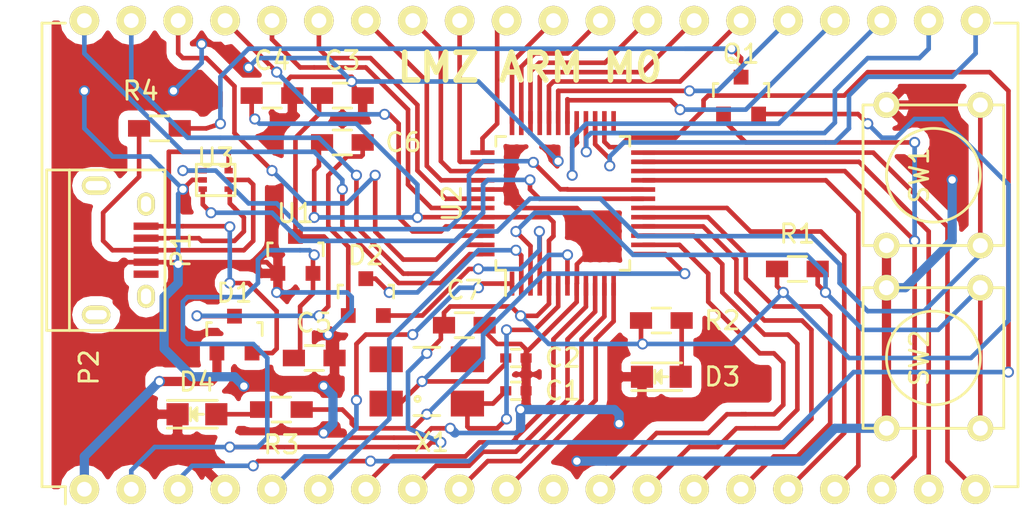
<source format=kicad_pcb>
(kicad_pcb (version 4) (host pcbnew 4.0.0-rc1-stable)

  (general
    (links 90)
    (no_connects 1)
    (area 0 0 0 0)
    (thickness 1.6)
    (drawings 5)
    (tracks 736)
    (zones 0)
    (modules 24)
    (nets 59)
  )

  (page A4)
  (title_block
    (title "LMZ ARM M0")
    (date 2015-10-01)
    (rev "Rev 1.1.0")
    (company LMZ)
  )

  (layers
    (0 F.Cu signal)
    (31 B.Cu signal)
    (32 B.Adhes user)
    (33 F.Adhes user)
    (34 B.Paste user)
    (35 F.Paste user)
    (36 B.SilkS user)
    (37 F.SilkS user)
    (38 B.Mask user)
    (39 F.Mask user)
    (40 Dwgs.User user)
    (41 Cmts.User user)
    (42 Eco1.User user)
    (43 Eco2.User user)
    (44 Edge.Cuts user)
    (45 Margin user)
    (46 B.CrtYd user)
    (47 F.CrtYd user)
    (48 B.Fab user)
    (49 F.Fab user)
  )

  (setup
    (last_trace_width 0.25)
    (user_trace_width 0.5)
    (trace_clearance 0.2)
    (zone_clearance 0.508)
    (zone_45_only no)
    (trace_min 0.2)
    (segment_width 0.2)
    (edge_width 0.1)
    (via_size 0.6)
    (via_drill 0.4)
    (via_min_size 0.4)
    (via_min_drill 0.3)
    (uvia_size 0.3)
    (uvia_drill 0.1)
    (uvias_allowed no)
    (uvia_min_size 0.2)
    (uvia_min_drill 0.1)
    (pcb_text_width 0.3)
    (pcb_text_size 1.5 1.5)
    (mod_edge_width 0.15)
    (mod_text_size 1 1)
    (mod_text_width 0.15)
    (pad_size 1.5 1.5)
    (pad_drill 0.6)
    (pad_to_mask_clearance 0)
    (aux_axis_origin 0 0)
    (visible_elements 7FFEFFFF)
    (pcbplotparams
      (layerselection 0x020e0_80000001)
      (usegerberextensions false)
      (excludeedgelayer true)
      (linewidth 0.100000)
      (plotframeref false)
      (viasonmask false)
      (mode 1)
      (useauxorigin false)
      (hpglpennumber 1)
      (hpglpenspeed 20)
      (hpglpendiameter 15)
      (hpglpenoverlay 2)
      (psnegative false)
      (psa4output false)
      (plotreference true)
      (plotvalue true)
      (plotinvisibletext false)
      (padsonsilk false)
      (subtractmaskfromsilk false)
      (outputformat 1)
      (mirror false)
      (drillshape 0)
      (scaleselection 1)
      (outputdirectory ""))
  )

  (net 0 "")
  (net 1 "Net-(C1-Pad1)")
  (net 2 GND)
  (net 3 "Net-(C2-Pad1)")
  (net 4 "Net-(C3-Pad1)")
  (net 5 +3V3)
  (net 6 "Net-(C6-Pad2)")
  (net 7 /EXT_5V)
  (net 8 +5VD)
  (net 9 /ISP_EN)
  (net 10 "Net-(D2-Pad3)")
  (net 11 "Net-(D3-Pad2)")
  (net 12 "Net-(D4-Pad2)")
  (net 13 "Net-(P1-Pad2)")
  (net 14 "Net-(P1-Pad3)")
  (net 15 "Net-(P1-Pad5)")
  (net 16 /P1_21)
  (net 17 /P1_25)
  (net 18 /P1_19)
  (net 19 /P0_20)
  (net 20 /P0_2)
  (net 21 /P1_26)
  (net 22 /P1_27)
  (net 23 /P0_3)
  (net 24 /P0_4)
  (net 25 /P0_5)
  (net 26 /P0_21)
  (net 27 /P1_23)
  (net 28 /P1_24)
  (net 29 /PIO_6)
  (net 30 /P0_7)
  (net 31 /P1_28)
  (net 32 /P0_8)
  (net 33 /P0_9)
  (net 34 /P0_10)
  (net 35 /P1_22)
  (net 36 /P1_29)
  (net 37 /P0_11)
  (net 38 /P0_12)
  (net 39 /P0_13)
  (net 40 /P0_14)
  (net 41 /P1_13)
  (net 42 /P1_14)
  (net 43 /P0_15)
  (net 44 /P0_16)
  (net 45 /P0_23)
  (net 46 /P1_15)
  (net 47 /P0_17)
  (net 48 /P0_18)
  (net 49 /P0_19)
  (net 50 /P1_16)
  (net 51 "Net-(Q1-Pad3)")
  (net 52 /RESET_PIO_0)
  (net 53 /PIO_20)
  (net 54 /USB_DM)
  (net 55 /USB_DP)
  (net 56 /P1_31)
  (net 57 "Net-(X1-Pad3)")
  (net 58 /P0_22)

  (net_class Default "This is the default net class."
    (clearance 0.2)
    (trace_width 0.25)
    (via_dia 0.6)
    (via_drill 0.4)
    (uvia_dia 0.3)
    (uvia_drill 0.1)
    (add_net +3V3)
    (add_net +5VD)
    (add_net /EXT_5V)
    (add_net /ISP_EN)
    (add_net /P0_10)
    (add_net /P0_11)
    (add_net /P0_12)
    (add_net /P0_13)
    (add_net /P0_14)
    (add_net /P0_15)
    (add_net /P0_16)
    (add_net /P0_17)
    (add_net /P0_18)
    (add_net /P0_19)
    (add_net /P0_2)
    (add_net /P0_20)
    (add_net /P0_21)
    (add_net /P0_22)
    (add_net /P0_23)
    (add_net /P0_3)
    (add_net /P0_4)
    (add_net /P0_5)
    (add_net /P0_7)
    (add_net /P0_8)
    (add_net /P0_9)
    (add_net /P1_13)
    (add_net /P1_14)
    (add_net /P1_15)
    (add_net /P1_16)
    (add_net /P1_19)
    (add_net /P1_21)
    (add_net /P1_22)
    (add_net /P1_23)
    (add_net /P1_24)
    (add_net /P1_25)
    (add_net /P1_26)
    (add_net /P1_27)
    (add_net /P1_28)
    (add_net /P1_29)
    (add_net /P1_31)
    (add_net /PIO_20)
    (add_net /PIO_6)
    (add_net /RESET_PIO_0)
    (add_net /USB_DM)
    (add_net /USB_DP)
    (add_net GND)
    (add_net "Net-(C1-Pad1)")
    (add_net "Net-(C2-Pad1)")
    (add_net "Net-(C3-Pad1)")
    (add_net "Net-(C6-Pad2)")
    (add_net "Net-(D2-Pad3)")
    (add_net "Net-(D3-Pad2)")
    (add_net "Net-(D4-Pad2)")
    (add_net "Net-(P1-Pad2)")
    (add_net "Net-(P1-Pad3)")
    (add_net "Net-(P1-Pad5)")
    (add_net "Net-(Q1-Pad3)")
    (add_net "Net-(X1-Pad3)")
  )

  (module Capacitors_SMD:C_0402 (layer F.Cu) (tedit 560DA6B3) (tstamp 560C490F)
    (at 157.734 148.59)
    (descr "Capacitor SMD 0402, reflow soldering, AVX (see smccp.pdf)")
    (tags "capacitor 0402")
    (path /56080C8B)
    (attr smd)
    (fp_text reference C1 (at 2.54 0) (layer F.SilkS)
      (effects (font (size 1 1) (thickness 0.15)))
    )
    (fp_text value 18pf (at 0 1.7) (layer F.Fab)
      (effects (font (size 1 1) (thickness 0.15)))
    )
    (fp_line (start -1.15 -0.6) (end 1.15 -0.6) (layer F.CrtYd) (width 0.05))
    (fp_line (start -1.15 0.6) (end 1.15 0.6) (layer F.CrtYd) (width 0.05))
    (fp_line (start -1.15 -0.6) (end -1.15 0.6) (layer F.CrtYd) (width 0.05))
    (fp_line (start 1.15 -0.6) (end 1.15 0.6) (layer F.CrtYd) (width 0.05))
    (fp_line (start 0.25 -0.475) (end -0.25 -0.475) (layer F.SilkS) (width 0.15))
    (fp_line (start -0.25 0.475) (end 0.25 0.475) (layer F.SilkS) (width 0.15))
    (pad 1 smd rect (at -0.55 0) (size 0.6 0.5) (layers F.Cu F.Paste F.Mask)
      (net 1 "Net-(C1-Pad1)"))
    (pad 2 smd rect (at 0.55 0) (size 0.6 0.5) (layers F.Cu F.Paste F.Mask)
      (net 2 GND))
    (model Capacitors_SMD.3dshapes/C_0402.wrl
      (at (xyz 0 0 0))
      (scale (xyz 1 1 1))
      (rotate (xyz 0 0 0))
    )
  )

  (module Capacitors_SMD:C_0402 (layer F.Cu) (tedit 560DA6AB) (tstamp 560C491B)
    (at 157.734 146.812)
    (descr "Capacitor SMD 0402, reflow soldering, AVX (see smccp.pdf)")
    (tags "capacitor 0402")
    (path /56080E85)
    (attr smd)
    (fp_text reference C2 (at 2.54 0) (layer F.SilkS)
      (effects (font (size 1 1) (thickness 0.15)))
    )
    (fp_text value 18pf (at 0 1.7) (layer F.Fab)
      (effects (font (size 1 1) (thickness 0.15)))
    )
    (fp_line (start -1.15 -0.6) (end 1.15 -0.6) (layer F.CrtYd) (width 0.05))
    (fp_line (start -1.15 0.6) (end 1.15 0.6) (layer F.CrtYd) (width 0.05))
    (fp_line (start -1.15 -0.6) (end -1.15 0.6) (layer F.CrtYd) (width 0.05))
    (fp_line (start 1.15 -0.6) (end 1.15 0.6) (layer F.CrtYd) (width 0.05))
    (fp_line (start 0.25 -0.475) (end -0.25 -0.475) (layer F.SilkS) (width 0.15))
    (fp_line (start -0.25 0.475) (end 0.25 0.475) (layer F.SilkS) (width 0.15))
    (pad 1 smd rect (at -0.55 0) (size 0.6 0.5) (layers F.Cu F.Paste F.Mask)
      (net 3 "Net-(C2-Pad1)"))
    (pad 2 smd rect (at 0.55 0) (size 0.6 0.5) (layers F.Cu F.Paste F.Mask)
      (net 2 GND))
    (model Capacitors_SMD.3dshapes/C_0402.wrl
      (at (xyz 0 0 0))
      (scale (xyz 1 1 1))
      (rotate (xyz 0 0 0))
    )
  )

  (module Housings_SOT-23_SOT-143_TSOT-6:SOT-23 (layer F.Cu) (tedit 553634F8) (tstamp 560C4967)
    (at 142.494 145.542)
    (descr "SOT-23, Standard")
    (tags SOT-23)
    (path /5608482F)
    (attr smd)
    (fp_text reference D1 (at 0 -2.25) (layer F.SilkS)
      (effects (font (size 1 1) (thickness 0.15)))
    )
    (fp_text value BAS04 (at 0 2.3) (layer F.Fab)
      (effects (font (size 1 1) (thickness 0.15)))
    )
    (fp_line (start -1.65 -1.6) (end 1.65 -1.6) (layer F.CrtYd) (width 0.05))
    (fp_line (start 1.65 -1.6) (end 1.65 1.6) (layer F.CrtYd) (width 0.05))
    (fp_line (start 1.65 1.6) (end -1.65 1.6) (layer F.CrtYd) (width 0.05))
    (fp_line (start -1.65 1.6) (end -1.65 -1.6) (layer F.CrtYd) (width 0.05))
    (fp_line (start 1.29916 -0.65024) (end 1.2509 -0.65024) (layer F.SilkS) (width 0.15))
    (fp_line (start -1.49982 0.0508) (end -1.49982 -0.65024) (layer F.SilkS) (width 0.15))
    (fp_line (start -1.49982 -0.65024) (end -1.2509 -0.65024) (layer F.SilkS) (width 0.15))
    (fp_line (start 1.29916 -0.65024) (end 1.49982 -0.65024) (layer F.SilkS) (width 0.15))
    (fp_line (start 1.49982 -0.65024) (end 1.49982 0.0508) (layer F.SilkS) (width 0.15))
    (pad 1 smd rect (at -0.95 1.00076) (size 0.8001 0.8001) (layers F.Cu F.Paste F.Mask)
      (net 7 /EXT_5V))
    (pad 2 smd rect (at 0.95 1.00076) (size 0.8001 0.8001) (layers F.Cu F.Paste F.Mask)
      (net 8 +5VD))
    (pad 3 smd rect (at 0 -0.99822) (size 0.8001 0.8001) (layers F.Cu F.Paste F.Mask)
      (net 4 "Net-(C3-Pad1)"))
    (model Housings_SOT-23_SOT-143_TSOT-6.3dshapes/SOT-23.wrl
      (at (xyz 0 0 0))
      (scale (xyz 1 1 1))
      (rotate (xyz 0 0 0))
    )
  )

  (module Housings_SOT-23_SOT-143_TSOT-6:SOT-23 (layer F.Cu) (tedit 553634F8) (tstamp 560C4977)
    (at 149.606 143.51)
    (descr "SOT-23, Standard")
    (tags SOT-23)
    (path /560848C4)
    (attr smd)
    (fp_text reference D2 (at 0 -2.25) (layer F.SilkS)
      (effects (font (size 1 1) (thickness 0.15)))
    )
    (fp_text value BAS04 (at 0 2.3) (layer F.Fab)
      (effects (font (size 1 1) (thickness 0.15)))
    )
    (fp_line (start -1.65 -1.6) (end 1.65 -1.6) (layer F.CrtYd) (width 0.05))
    (fp_line (start 1.65 -1.6) (end 1.65 1.6) (layer F.CrtYd) (width 0.05))
    (fp_line (start 1.65 1.6) (end -1.65 1.6) (layer F.CrtYd) (width 0.05))
    (fp_line (start -1.65 1.6) (end -1.65 -1.6) (layer F.CrtYd) (width 0.05))
    (fp_line (start 1.29916 -0.65024) (end 1.2509 -0.65024) (layer F.SilkS) (width 0.15))
    (fp_line (start -1.49982 0.0508) (end -1.49982 -0.65024) (layer F.SilkS) (width 0.15))
    (fp_line (start -1.49982 -0.65024) (end -1.2509 -0.65024) (layer F.SilkS) (width 0.15))
    (fp_line (start 1.29916 -0.65024) (end 1.49982 -0.65024) (layer F.SilkS) (width 0.15))
    (fp_line (start 1.49982 -0.65024) (end 1.49982 0.0508) (layer F.SilkS) (width 0.15))
    (pad 1 smd rect (at -0.95 1.00076) (size 0.8001 0.8001) (layers F.Cu F.Paste F.Mask)
      (net 6 "Net-(C6-Pad2)"))
    (pad 2 smd rect (at 0.95 1.00076) (size 0.8001 0.8001) (layers F.Cu F.Paste F.Mask)
      (net 9 /ISP_EN))
    (pad 3 smd rect (at 0 -0.99822) (size 0.8001 0.8001) (layers F.Cu F.Paste F.Mask)
      (net 10 "Net-(D2-Pad3)"))
    (model Housings_SOT-23_SOT-143_TSOT-6.3dshapes/SOT-23.wrl
      (at (xyz 0 0 0))
      (scale (xyz 1 1 1))
      (rotate (xyz 0 0 0))
    )
  )

  (module Connect:USB_Micro-B (layer F.Cu) (tedit 5543E447) (tstamp 560C49AF)
    (at 136.144 140.97 270)
    (descr "Micro USB Type B Receptacle")
    (tags "USB USB_B USB_micro USB_OTG")
    (path /560856DA)
    (attr smd)
    (fp_text reference P1 (at 0 -3.45 270) (layer F.SilkS)
      (effects (font (size 1 1) (thickness 0.15)))
    )
    (fp_text value USB_B (at 0 4.8 270) (layer F.Fab)
      (effects (font (size 1 1) (thickness 0.15)))
    )
    (fp_line (start -4.6 -2.8) (end 4.6 -2.8) (layer F.CrtYd) (width 0.05))
    (fp_line (start 4.6 -2.8) (end 4.6 4.05) (layer F.CrtYd) (width 0.05))
    (fp_line (start 4.6 4.05) (end -4.6 4.05) (layer F.CrtYd) (width 0.05))
    (fp_line (start -4.6 4.05) (end -4.6 -2.8) (layer F.CrtYd) (width 0.05))
    (fp_line (start -4.3509 3.81746) (end 4.3491 3.81746) (layer F.SilkS) (width 0.15))
    (fp_line (start -4.3509 -2.58754) (end 4.3491 -2.58754) (layer F.SilkS) (width 0.15))
    (fp_line (start 4.3491 -2.58754) (end 4.3491 3.81746) (layer F.SilkS) (width 0.15))
    (fp_line (start 4.3491 2.58746) (end -4.3509 2.58746) (layer F.SilkS) (width 0.15))
    (fp_line (start -4.3509 3.81746) (end -4.3509 -2.58754) (layer F.SilkS) (width 0.15))
    (pad 1 smd rect (at -1.3009 -1.56254) (size 1.35 0.4) (layers F.Cu F.Paste F.Mask)
      (net 8 +5VD))
    (pad 2 smd rect (at -0.6509 -1.56254) (size 1.35 0.4) (layers F.Cu F.Paste F.Mask)
      (net 13 "Net-(P1-Pad2)"))
    (pad 3 smd rect (at -0.0009 -1.56254) (size 1.35 0.4) (layers F.Cu F.Paste F.Mask)
      (net 14 "Net-(P1-Pad3)"))
    (pad 4 smd rect (at 0.6491 -1.56254) (size 1.35 0.4) (layers F.Cu F.Paste F.Mask)
      (net 2 GND))
    (pad 5 smd rect (at 1.2991 -1.56254) (size 1.35 0.4) (layers F.Cu F.Paste F.Mask)
      (net 15 "Net-(P1-Pad5)"))
    (pad 6 thru_hole oval (at -2.5009 -1.56254) (size 0.95 1.25) (drill oval 0.55 0.85) (layers *.Cu *.Mask F.SilkS))
    (pad 6 thru_hole oval (at 2.4991 -1.56254) (size 0.95 1.25) (drill oval 0.55 0.85) (layers *.Cu *.Mask F.SilkS))
    (pad 6 thru_hole oval (at -3.5009 1.13746) (size 1.55 1) (drill oval 1.15 0.5) (layers *.Cu *.Mask F.SilkS))
    (pad 6 thru_hole oval (at 3.4991 1.13746) (size 1.55 1) (drill oval 1.15 0.5) (layers *.Cu *.Mask F.SilkS))
  )

  (module Housings_DIP:DIP-40_W25.4mm (layer F.Cu) (tedit 560DA643) (tstamp 560C49E6)
    (at 134.366 153.924 90)
    (descr "40-lead dip package, row spacing 25.4 mm (1000 mils)")
    (tags "dil dip 2.54 1000")
    (path /560D5F22)
    (fp_text reference P2 (at 6.604 0.254 90) (layer F.SilkS)
      (effects (font (size 1 1) (thickness 0.15)))
    )
    (fp_text value DIL40 (at 0 -3.72 90) (layer F.Fab)
      (effects (font (size 1 1) (thickness 0.15)))
    )
    (fp_line (start -1.05 -2.45) (end -1.05 50.75) (layer F.CrtYd) (width 0.05))
    (fp_line (start 26.45 -2.45) (end 26.45 50.75) (layer F.CrtYd) (width 0.05))
    (fp_line (start -1.05 -2.45) (end 26.45 -2.45) (layer F.CrtYd) (width 0.05))
    (fp_line (start -1.05 50.75) (end 26.45 50.75) (layer F.CrtYd) (width 0.05))
    (fp_line (start 0.135 -2.295) (end 0.135 -1.025) (layer F.SilkS) (width 0.15))
    (fp_line (start 25.265 -2.295) (end 25.265 -1.025) (layer F.SilkS) (width 0.15))
    (fp_line (start 25.265 50.555) (end 25.265 49.285) (layer F.SilkS) (width 0.15))
    (fp_line (start 0.135 50.555) (end 0.135 49.285) (layer F.SilkS) (width 0.15))
    (fp_line (start 0.135 -2.295) (end 25.265 -2.295) (layer F.SilkS) (width 0.15))
    (fp_line (start 0.135 50.555) (end 25.265 50.555) (layer F.SilkS) (width 0.15))
    (fp_line (start 0.135 -1.025) (end -0.8 -1.025) (layer F.SilkS) (width 0.15))
    (pad 1 thru_hole oval (at 0 0 90) (size 1.6 1.6) (drill 0.8) (layers *.Cu *.Mask F.SilkS)
      (net 7 /EXT_5V))
    (pad 2 thru_hole oval (at 0 2.54 90) (size 1.6 1.6) (drill 0.8) (layers *.Cu *.Mask F.SilkS)
      (net 5 +3V3))
    (pad 3 thru_hole oval (at 0 5.08 90) (size 1.6 1.6) (drill 0.8) (layers *.Cu *.Mask F.SilkS)
      (net 16 /P1_21))
    (pad 4 thru_hole oval (at 0 7.62 90) (size 1.6 1.6) (drill 0.8) (layers *.Cu *.Mask F.SilkS)
      (net 2 GND))
    (pad 5 thru_hole oval (at 0 10.16 90) (size 1.6 1.6) (drill 0.8) (layers *.Cu *.Mask F.SilkS)
      (net 17 /P1_25))
    (pad 6 thru_hole oval (at 0 12.7 90) (size 1.6 1.6) (drill 0.8) (layers *.Cu *.Mask F.SilkS)
      (net 18 /P1_19))
    (pad 7 thru_hole oval (at 0 15.24 90) (size 1.6 1.6) (drill 0.8) (layers *.Cu *.Mask F.SilkS)
      (net 19 /P0_20))
    (pad 8 thru_hole oval (at 0 17.78 90) (size 1.6 1.6) (drill 0.8) (layers *.Cu *.Mask F.SilkS)
      (net 20 /P0_2))
    (pad 9 thru_hole oval (at 0 20.32 90) (size 1.6 1.6) (drill 0.8) (layers *.Cu *.Mask F.SilkS)
      (net 21 /P1_26))
    (pad 10 thru_hole oval (at 0 22.86 90) (size 1.6 1.6) (drill 0.8) (layers *.Cu *.Mask F.SilkS)
      (net 22 /P1_27))
    (pad 11 thru_hole oval (at 0 25.4 90) (size 1.6 1.6) (drill 0.8) (layers *.Cu *.Mask F.SilkS)
      (net 56 /P1_31))
    (pad 12 thru_hole oval (at 0 27.94 90) (size 1.6 1.6) (drill 0.8) (layers *.Cu *.Mask F.SilkS)
      (net 23 /P0_3))
    (pad 13 thru_hole oval (at 0 30.48 90) (size 1.6 1.6) (drill 0.8) (layers *.Cu *.Mask F.SilkS)
      (net 24 /P0_4))
    (pad 14 thru_hole oval (at 0 33.02 90) (size 1.6 1.6) (drill 0.8) (layers *.Cu *.Mask F.SilkS)
      (net 25 /P0_5))
    (pad 15 thru_hole oval (at 0 35.56 90) (size 1.6 1.6) (drill 0.8) (layers *.Cu *.Mask F.SilkS)
      (net 26 /P0_21))
    (pad 16 thru_hole oval (at 0 38.1 90) (size 1.6 1.6) (drill 0.8) (layers *.Cu *.Mask F.SilkS)
      (net 27 /P1_23))
    (pad 17 thru_hole oval (at 0 40.64 90) (size 1.6 1.6) (drill 0.8) (layers *.Cu *.Mask F.SilkS)
      (net 28 /P1_24))
    (pad 18 thru_hole oval (at 0 43.18 90) (size 1.6 1.6) (drill 0.8) (layers *.Cu *.Mask F.SilkS)
      (net 29 /PIO_6))
    (pad 19 thru_hole oval (at 0 45.72 90) (size 1.6 1.6) (drill 0.8) (layers *.Cu *.Mask F.SilkS)
      (net 30 /P0_7))
    (pad 20 thru_hole oval (at 0 48.26 90) (size 1.6 1.6) (drill 0.8) (layers *.Cu *.Mask F.SilkS)
      (net 31 /P1_28))
    (pad 21 thru_hole oval (at 25.4 48.26 90) (size 1.6 1.6) (drill 0.8) (layers *.Cu *.Mask F.SilkS)
      (net 32 /P0_8))
    (pad 22 thru_hole oval (at 25.4 45.72 90) (size 1.6 1.6) (drill 0.8) (layers *.Cu *.Mask F.SilkS)
      (net 33 /P0_9))
    (pad 23 thru_hole oval (at 25.4 43.18 90) (size 1.6 1.6) (drill 0.8) (layers *.Cu *.Mask F.SilkS)
      (net 34 /P0_10))
    (pad 24 thru_hole oval (at 25.4 40.64 90) (size 1.6 1.6) (drill 0.8) (layers *.Cu *.Mask F.SilkS)
      (net 58 /P0_22))
    (pad 25 thru_hole oval (at 25.4 38.1 90) (size 1.6 1.6) (drill 0.8) (layers *.Cu *.Mask F.SilkS)
      (net 36 /P1_29))
    (pad 26 thru_hole oval (at 25.4 35.56 90) (size 1.6 1.6) (drill 0.8) (layers *.Cu *.Mask F.SilkS)
      (net 37 /P0_11))
    (pad 27 thru_hole oval (at 25.4 33.02 90) (size 1.6 1.6) (drill 0.8) (layers *.Cu *.Mask F.SilkS)
      (net 38 /P0_12))
    (pad 28 thru_hole oval (at 25.4 30.48 90) (size 1.6 1.6) (drill 0.8) (layers *.Cu *.Mask F.SilkS)
      (net 39 /P0_13))
    (pad 29 thru_hole oval (at 25.4 27.94 90) (size 1.6 1.6) (drill 0.8) (layers *.Cu *.Mask F.SilkS)
      (net 40 /P0_14))
    (pad 30 thru_hole oval (at 25.4 25.4 90) (size 1.6 1.6) (drill 0.8) (layers *.Cu *.Mask F.SilkS)
      (net 41 /P1_13))
    (pad 31 thru_hole oval (at 25.4 22.86 90) (size 1.6 1.6) (drill 0.8) (layers *.Cu *.Mask F.SilkS)
      (net 42 /P1_14))
    (pad 32 thru_hole oval (at 25.4 20.32 90) (size 1.6 1.6) (drill 0.8) (layers *.Cu *.Mask F.SilkS)
      (net 35 /P1_22))
    (pad 33 thru_hole oval (at 25.4 17.78 90) (size 1.6 1.6) (drill 0.8) (layers *.Cu *.Mask F.SilkS)
      (net 43 /P0_15))
    (pad 34 thru_hole oval (at 25.4 15.24 90) (size 1.6 1.6) (drill 0.8) (layers *.Cu *.Mask F.SilkS)
      (net 44 /P0_16))
    (pad 35 thru_hole oval (at 25.4 12.7 90) (size 1.6 1.6) (drill 0.8) (layers *.Cu *.Mask F.SilkS)
      (net 45 /P0_23))
    (pad 36 thru_hole oval (at 25.4 10.16 90) (size 1.6 1.6) (drill 0.8) (layers *.Cu *.Mask F.SilkS)
      (net 46 /P1_15))
    (pad 37 thru_hole oval (at 25.4 7.62 90) (size 1.6 1.6) (drill 0.8) (layers *.Cu *.Mask F.SilkS)
      (net 47 /P0_17))
    (pad 38 thru_hole oval (at 25.4 5.08 90) (size 1.6 1.6) (drill 0.8) (layers *.Cu *.Mask F.SilkS)
      (net 48 /P0_18))
    (pad 39 thru_hole oval (at 25.4 2.54 90) (size 1.6 1.6) (drill 0.8) (layers *.Cu *.Mask F.SilkS)
      (net 49 /P0_19))
    (pad 40 thru_hole oval (at 25.4 0 90) (size 1.6 1.6) (drill 0.8) (layers *.Cu *.Mask F.SilkS)
      (net 50 /P1_16))
    (model Housings_DIP.3dshapes/DIP-40_W25.4mm.wrl
      (at (xyz 0 0 0))
      (scale (xyz 1 1 1))
      (rotate (xyz 0 0 0))
    )
  )

  (module Resistors_SMD:R_0603_HandSoldering (layer F.Cu) (tedit 560DA66E) (tstamp 560C4A0D)
    (at 165.608 144.78)
    (descr "Resistor SMD 0603, hand soldering")
    (tags "resistor 0603")
    (path /560839F2)
    (attr smd)
    (fp_text reference R2 (at 3.302 0) (layer F.SilkS)
      (effects (font (size 1 1) (thickness 0.15)))
    )
    (fp_text value 1K5 (at 0 1.9) (layer F.Fab)
      (effects (font (size 1 1) (thickness 0.15)))
    )
    (fp_line (start -2 -0.8) (end 2 -0.8) (layer F.CrtYd) (width 0.05))
    (fp_line (start -2 0.8) (end 2 0.8) (layer F.CrtYd) (width 0.05))
    (fp_line (start -2 -0.8) (end -2 0.8) (layer F.CrtYd) (width 0.05))
    (fp_line (start 2 -0.8) (end 2 0.8) (layer F.CrtYd) (width 0.05))
    (fp_line (start 0.5 0.675) (end -0.5 0.675) (layer F.SilkS) (width 0.15))
    (fp_line (start -0.5 -0.675) (end 0.5 -0.675) (layer F.SilkS) (width 0.15))
    (pad 1 smd rect (at -1.1 0) (size 1.2 0.9) (layers F.Cu F.Paste F.Mask)
      (net 5 +3V3))
    (pad 2 smd rect (at 1.1 0) (size 1.2 0.9) (layers F.Cu F.Paste F.Mask)
      (net 11 "Net-(D3-Pad2)"))
    (model Resistors_SMD.3dshapes/R_0603_HandSoldering.wrl
      (at (xyz 0 0 0))
      (scale (xyz 1 1 1))
      (rotate (xyz 0 0 0))
    )
  )

  (module Resistors_SMD:R_0603_HandSoldering (layer F.Cu) (tedit 5418A00F) (tstamp 560C4A19)
    (at 145.034 149.606 180)
    (descr "Resistor SMD 0603, hand soldering")
    (tags "resistor 0603")
    (path /560841BB)
    (attr smd)
    (fp_text reference R3 (at 0 -1.9 180) (layer F.SilkS)
      (effects (font (size 1 1) (thickness 0.15)))
    )
    (fp_text value 10K (at 0 1.9 180) (layer F.Fab)
      (effects (font (size 1 1) (thickness 0.15)))
    )
    (fp_line (start -2 -0.8) (end 2 -0.8) (layer F.CrtYd) (width 0.05))
    (fp_line (start -2 0.8) (end 2 0.8) (layer F.CrtYd) (width 0.05))
    (fp_line (start -2 -0.8) (end -2 0.8) (layer F.CrtYd) (width 0.05))
    (fp_line (start 2 -0.8) (end 2 0.8) (layer F.CrtYd) (width 0.05))
    (fp_line (start 0.5 0.675) (end -0.5 0.675) (layer F.SilkS) (width 0.15))
    (fp_line (start -0.5 -0.675) (end 0.5 -0.675) (layer F.SilkS) (width 0.15))
    (pad 1 smd rect (at -1.1 0 180) (size 1.2 0.9) (layers F.Cu F.Paste F.Mask)
      (net 53 /PIO_20))
    (pad 2 smd rect (at 1.1 0 180) (size 1.2 0.9) (layers F.Cu F.Paste F.Mask)
      (net 12 "Net-(D4-Pad2)"))
    (model Resistors_SMD.3dshapes/R_0603_HandSoldering.wrl
      (at (xyz 0 0 0))
      (scale (xyz 1 1 1))
      (rotate (xyz 0 0 0))
    )
  )

  (module Resistors_SMD:R_0603_HandSoldering (layer F.Cu) (tedit 560DA658) (tstamp 560C4A25)
    (at 138.43 134.366 180)
    (descr "Resistor SMD 0603, hand soldering")
    (tags "resistor 0603")
    (path /56086A35)
    (attr smd)
    (fp_text reference R4 (at 1.016 2.032 180) (layer F.SilkS)
      (effects (font (size 1 1) (thickness 0.15)))
    )
    (fp_text value 1K5 (at 0 1.9 180) (layer F.Fab)
      (effects (font (size 1 1) (thickness 0.15)))
    )
    (fp_line (start -2 -0.8) (end 2 -0.8) (layer F.CrtYd) (width 0.05))
    (fp_line (start -2 0.8) (end 2 0.8) (layer F.CrtYd) (width 0.05))
    (fp_line (start -2 -0.8) (end -2 0.8) (layer F.CrtYd) (width 0.05))
    (fp_line (start 2 -0.8) (end 2 0.8) (layer F.CrtYd) (width 0.05))
    (fp_line (start 0.5 0.675) (end -0.5 0.675) (layer F.SilkS) (width 0.15))
    (fp_line (start -0.5 -0.675) (end 0.5 -0.675) (layer F.SilkS) (width 0.15))
    (pad 1 smd rect (at -1.1 0 180) (size 1.2 0.9) (layers F.Cu F.Paste F.Mask)
      (net 51 "Net-(Q1-Pad3)"))
    (pad 2 smd rect (at 1.1 0 180) (size 1.2 0.9) (layers F.Cu F.Paste F.Mask)
      (net 14 "Net-(P1-Pad3)"))
    (model Resistors_SMD.3dshapes/R_0603_HandSoldering.wrl
      (at (xyz 0 0 0))
      (scale (xyz 1 1 1))
      (rotate (xyz 0 0 0))
    )
  )

  (module Housings_SOT-23_SOT-143_TSOT-6:SOT-23 (layer F.Cu) (tedit 553634F8) (tstamp 560C4A5F)
    (at 145.796 141.224)
    (descr "SOT-23, Standard")
    (tags SOT-23)
    (path /560855E1)
    (attr smd)
    (fp_text reference U1 (at 0 -2.25) (layer F.SilkS)
      (effects (font (size 1 1) (thickness 0.15)))
    )
    (fp_text value LM1084IS-3.3/NOPB (at 0 2.3) (layer F.Fab)
      (effects (font (size 1 1) (thickness 0.15)))
    )
    (fp_line (start -1.65 -1.6) (end 1.65 -1.6) (layer F.CrtYd) (width 0.05))
    (fp_line (start 1.65 -1.6) (end 1.65 1.6) (layer F.CrtYd) (width 0.05))
    (fp_line (start 1.65 1.6) (end -1.65 1.6) (layer F.CrtYd) (width 0.05))
    (fp_line (start -1.65 1.6) (end -1.65 -1.6) (layer F.CrtYd) (width 0.05))
    (fp_line (start 1.29916 -0.65024) (end 1.2509 -0.65024) (layer F.SilkS) (width 0.15))
    (fp_line (start -1.49982 0.0508) (end -1.49982 -0.65024) (layer F.SilkS) (width 0.15))
    (fp_line (start -1.49982 -0.65024) (end -1.2509 -0.65024) (layer F.SilkS) (width 0.15))
    (fp_line (start 1.29916 -0.65024) (end 1.49982 -0.65024) (layer F.SilkS) (width 0.15))
    (fp_line (start 1.49982 -0.65024) (end 1.49982 0.0508) (layer F.SilkS) (width 0.15))
    (pad 1 smd rect (at -0.95 1.00076) (size 0.8001 0.8001) (layers F.Cu F.Paste F.Mask)
      (net 2 GND))
    (pad 2 smd rect (at 0.95 1.00076) (size 0.8001 0.8001) (layers F.Cu F.Paste F.Mask)
      (net 5 +3V3))
    (pad 3 smd rect (at 0 -0.99822) (size 0.8001 0.8001) (layers F.Cu F.Paste F.Mask)
      (net 4 "Net-(C3-Pad1)"))
    (model Housings_SOT-23_SOT-143_TSOT-6.3dshapes/SOT-23.wrl
      (at (xyz 0 0 0))
      (scale (xyz 1 1 1))
      (rotate (xyz 0 0 0))
    )
  )

  (module Housings_QFP:LQFP-48_7x7mm_Pitch0.5mm (layer F.Cu) (tedit 54130A77) (tstamp 560C4AA0)
    (at 160.274 138.43 90)
    (descr "48 LEAD LQFP 7x7mm (see MICREL LQFP7x7-48LD-PL-1.pdf)")
    (tags "QFP 0.5")
    (path /56080B19)
    (attr smd)
    (fp_text reference U2 (at 0 -6 90) (layer F.SilkS)
      (effects (font (size 1 1) (thickness 0.15)))
    )
    (fp_text value LPC11U37FBD64/501 (at 0 6 90) (layer F.Fab)
      (effects (font (size 1 1) (thickness 0.15)))
    )
    (fp_line (start -5.25 -5.25) (end -5.25 5.25) (layer F.CrtYd) (width 0.05))
    (fp_line (start 5.25 -5.25) (end 5.25 5.25) (layer F.CrtYd) (width 0.05))
    (fp_line (start -5.25 -5.25) (end 5.25 -5.25) (layer F.CrtYd) (width 0.05))
    (fp_line (start -5.25 5.25) (end 5.25 5.25) (layer F.CrtYd) (width 0.05))
    (fp_line (start -3.625 -3.625) (end -3.625 -3.1) (layer F.SilkS) (width 0.15))
    (fp_line (start 3.625 -3.625) (end 3.625 -3.1) (layer F.SilkS) (width 0.15))
    (fp_line (start 3.625 3.625) (end 3.625 3.1) (layer F.SilkS) (width 0.15))
    (fp_line (start -3.625 3.625) (end -3.625 3.1) (layer F.SilkS) (width 0.15))
    (fp_line (start -3.625 -3.625) (end -3.1 -3.625) (layer F.SilkS) (width 0.15))
    (fp_line (start -3.625 3.625) (end -3.1 3.625) (layer F.SilkS) (width 0.15))
    (fp_line (start 3.625 3.625) (end 3.1 3.625) (layer F.SilkS) (width 0.15))
    (fp_line (start 3.625 -3.625) (end 3.1 -3.625) (layer F.SilkS) (width 0.15))
    (fp_line (start -3.625 -3.1) (end -5 -3.1) (layer F.SilkS) (width 0.15))
    (pad 1 smd rect (at -4.35 -2.75 90) (size 1.3 0.25) (layers F.Cu F.Paste F.Mask)
      (net 17 /P1_25))
    (pad 2 smd rect (at -4.35 -2.25 90) (size 1.3 0.25) (layers F.Cu F.Paste F.Mask)
      (net 18 /P1_19))
    (pad 3 smd rect (at -4.35 -1.75 90) (size 1.3 0.25) (layers F.Cu F.Paste F.Mask)
      (net 52 /RESET_PIO_0))
    (pad 4 smd rect (at -4.35 -1.25 90) (size 1.3 0.25) (layers F.Cu F.Paste F.Mask)
      (net 9 /ISP_EN))
    (pad 5 smd rect (at -4.35 -0.75 90) (size 1.3 0.25) (layers F.Cu F.Paste F.Mask)
      (net 5 +3V3))
    (pad 6 smd rect (at -4.35 -0.25 90) (size 1.3 0.25) (layers F.Cu F.Paste F.Mask)
      (net 1 "Net-(C1-Pad1)"))
    (pad 7 smd rect (at -4.35 0.25 90) (size 1.3 0.25) (layers F.Cu F.Paste F.Mask)
      (net 3 "Net-(C2-Pad1)"))
    (pad 8 smd rect (at -4.35 0.75 90) (size 1.3 0.25) (layers F.Cu F.Paste F.Mask)
      (net 2 GND))
    (pad 9 smd rect (at -4.35 1.25 90) (size 1.3 0.25) (layers F.Cu F.Paste F.Mask)
      (net 19 /P0_20))
    (pad 10 smd rect (at -4.35 1.75 90) (size 1.3 0.25) (layers F.Cu F.Paste F.Mask)
      (net 20 /P0_2))
    (pad 11 smd rect (at -4.35 2.25 90) (size 1.3 0.25) (layers F.Cu F.Paste F.Mask)
      (net 21 /P1_26))
    (pad 12 smd rect (at -4.35 2.75 90) (size 1.3 0.25) (layers F.Cu F.Paste F.Mask)
      (net 22 /P1_27))
    (pad 13 smd rect (at -2.75 4.35 180) (size 1.3 0.25) (layers F.Cu F.Paste F.Mask)
      (net 53 /PIO_20))
    (pad 14 smd rect (at -2.25 4.35 180) (size 1.3 0.25) (layers F.Cu F.Paste F.Mask)
      (net 23 /P0_3))
    (pad 15 smd rect (at -1.75 4.35 180) (size 1.3 0.25) (layers F.Cu F.Paste F.Mask)
      (net 24 /P0_4))
    (pad 16 smd rect (at -1.25 4.35 180) (size 1.3 0.25) (layers F.Cu F.Paste F.Mask)
      (net 25 /P0_5))
    (pad 17 smd rect (at -0.75 4.35 180) (size 1.3 0.25) (layers F.Cu F.Paste F.Mask)
      (net 26 /P0_21))
    (pad 18 smd rect (at -0.25 4.35 180) (size 1.3 0.25) (layers F.Cu F.Paste F.Mask)
      (net 27 /P1_23))
    (pad 19 smd rect (at 0.25 4.35 180) (size 1.3 0.25) (layers F.Cu F.Paste F.Mask)
      (net 54 /USB_DM))
    (pad 20 smd rect (at 0.75 4.35 180) (size 1.3 0.25) (layers F.Cu F.Paste F.Mask)
      (net 55 /USB_DP))
    (pad 21 smd rect (at 1.25 4.35 180) (size 1.3 0.25) (layers F.Cu F.Paste F.Mask)
      (net 28 /P1_24))
    (pad 22 smd rect (at 1.75 4.35 180) (size 1.3 0.25) (layers F.Cu F.Paste F.Mask)
      (net 29 /PIO_6))
    (pad 23 smd rect (at 2.25 4.35 180) (size 1.3 0.25) (layers F.Cu F.Paste F.Mask)
      (net 30 /P0_7))
    (pad 24 smd rect (at 2.75 4.35 180) (size 1.3 0.25) (layers F.Cu F.Paste F.Mask)
      (net 31 /P1_28))
    (pad 25 smd rect (at 4.35 2.75 90) (size 1.3 0.25) (layers F.Cu F.Paste F.Mask)
      (net 56 /P1_31))
    (pad 26 smd rect (at 4.35 2.25 90) (size 1.3 0.25) (layers F.Cu F.Paste F.Mask)
      (net 16 /P1_21))
    (pad 27 smd rect (at 4.35 1.75 90) (size 1.3 0.25) (layers F.Cu F.Paste F.Mask)
      (net 32 /P0_8))
    (pad 28 smd rect (at 4.35 1.25 90) (size 1.3 0.25) (layers F.Cu F.Paste F.Mask)
      (net 33 /P0_9))
    (pad 29 smd rect (at 4.35 0.75 90) (size 1.3 0.25) (layers F.Cu F.Paste F.Mask)
      (net 34 /P0_10))
    (pad 30 smd rect (at 4.35 0.25 90) (size 1.3 0.25) (layers F.Cu F.Paste F.Mask)
      (net 58 /P0_22))
    (pad 31 smd rect (at 4.35 -0.25 90) (size 1.3 0.25) (layers F.Cu F.Paste F.Mask)
      (net 36 /P1_29))
    (pad 32 smd rect (at 4.35 -0.75 90) (size 1.3 0.25) (layers F.Cu F.Paste F.Mask)
      (net 37 /P0_11))
    (pad 33 smd rect (at 4.35 -1.25 90) (size 1.3 0.25) (layers F.Cu F.Paste F.Mask)
      (net 38 /P0_12))
    (pad 34 smd rect (at 4.35 -1.75 90) (size 1.3 0.25) (layers F.Cu F.Paste F.Mask)
      (net 39 /P0_13))
    (pad 35 smd rect (at 4.35 -2.25 90) (size 1.3 0.25) (layers F.Cu F.Paste F.Mask)
      (net 40 /P0_14))
    (pad 36 smd rect (at 4.35 -2.75 90) (size 1.3 0.25) (layers F.Cu F.Paste F.Mask)
      (net 41 /P1_13))
    (pad 37 smd rect (at 2.75 -4.35 180) (size 1.3 0.25) (layers F.Cu F.Paste F.Mask)
      (net 42 /P1_14))
    (pad 38 smd rect (at 2.25 -4.35 180) (size 1.3 0.25) (layers F.Cu F.Paste F.Mask)
      (net 35 /P1_22))
    (pad 39 smd rect (at 1.75 -4.35 180) (size 1.3 0.25) (layers F.Cu F.Paste F.Mask)
      (net 43 /P0_15))
    (pad 40 smd rect (at 1.25 -4.35 180) (size 1.3 0.25) (layers F.Cu F.Paste F.Mask)
      (net 44 /P0_16))
    (pad 41 smd rect (at 0.75 -4.35 180) (size 1.3 0.25) (layers F.Cu F.Paste F.Mask)
      (net 2 GND))
    (pad 42 smd rect (at 0.25 -4.35 180) (size 1.3 0.25) (layers F.Cu F.Paste F.Mask)
      (net 45 /P0_23))
    (pad 43 smd rect (at -0.25 -4.35 180) (size 1.3 0.25) (layers F.Cu F.Paste F.Mask)
      (net 46 /P1_15))
    (pad 44 smd rect (at -0.75 -4.35 180) (size 1.3 0.25) (layers F.Cu F.Paste F.Mask)
      (net 5 +3V3))
    (pad 45 smd rect (at -1.25 -4.35 180) (size 1.3 0.25) (layers F.Cu F.Paste F.Mask)
      (net 47 /P0_17))
    (pad 46 smd rect (at -1.75 -4.35 180) (size 1.3 0.25) (layers F.Cu F.Paste F.Mask)
      (net 48 /P0_18))
    (pad 47 smd rect (at -2.25 -4.35 180) (size 1.3 0.25) (layers F.Cu F.Paste F.Mask)
      (net 49 /P0_19))
    (pad 48 smd rect (at -2.75 -4.35 180) (size 1.3 0.25) (layers F.Cu F.Paste F.Mask)
      (net 50 /P1_16))
    (model Housings_QFP.3dshapes/LQFP-48_7x7mm_Pitch0.5mm.wrl
      (at (xyz 0 0 0))
      (scale (xyz 1 1 1))
      (rotate (xyz 0 0 0))
    )
  )

  (module Local-SMD:SOT-563 (layer F.Cu) (tedit 560AD81D) (tstamp 560C4AAE)
    (at 141.478 137.16)
    (descr SOT553)
    (path /56085DC4)
    (attr smd)
    (fp_text reference U3 (at 0 -1.19888) (layer F.SilkS)
      (effects (font (size 1 1) (thickness 0.15)))
    )
    (fp_text value NUF4042 (at 0 1.34874) (layer F.Fab)
      (effects (font (size 1 1) (thickness 0.15)))
    )
    (fp_line (start -1.04902 -0.8509) (end 1.04902 -0.8509) (layer F.SilkS) (width 0.15))
    (fp_line (start 1.04902 -0.8509) (end 1.04902 0.8509) (layer F.SilkS) (width 0.15))
    (fp_line (start 1.04902 0.8509) (end -1.04902 0.8509) (layer F.SilkS) (width 0.15))
    (fp_line (start -1.04902 0.8509) (end -1.04902 -0.8509) (layer F.SilkS) (width 0.15))
    (pad 6 smd rect (at 0.69596 0) (size 0.44958 0.29972) (layers F.Cu F.Paste F.Mask)
      (net 14 "Net-(P1-Pad3)"))
    (pad 1 smd rect (at -0.70104 -0.50038) (size 0.44958 0.29972) (layers F.Cu F.Paste F.Mask)
      (net 55 /USB_DP))
    (pad 3 smd rect (at -0.70104 0.50038) (size 0.44958 0.29972) (layers F.Cu F.Paste F.Mask)
      (net 54 /USB_DM))
    (pad 5 smd rect (at 0.70104 -0.50038) (size 0.44958 0.29972) (layers F.Cu F.Paste F.Mask)
      (net 8 +5VD))
    (pad 2 smd rect (at -0.70104 0) (size 0.44958 0.29972) (layers F.Cu F.Paste F.Mask)
      (net 2 GND))
    (pad 4 smd rect (at 0.70104 0.50038) (size 0.44958 0.29972) (layers F.Cu F.Paste F.Mask)
      (net 13 "Net-(P1-Pad2)"))
    (model TO_SOT_Packages_SMD.3dshapes/SOT-553.wrl
      (at (xyz 0 0 0))
      (scale (xyz 0.77 0.65 0.7))
      (rotate (xyz 0 0 90))
    )
  )

  (module Crystals:Crystal_SMD_0603_4Pads (layer F.Cu) (tedit 560DA6A0) (tstamp 560C4AC9)
    (at 152.908 148.082)
    (descr "Crystal, Quarz, SMD, 0603, 4 Pads,")
    (tags "Crystal, Quarz, SMD, 0603, 4 Pads,")
    (path /56080B74)
    (attr smd)
    (fp_text reference X1 (at 0.254 3.302) (layer F.SilkS)
      (effects (font (size 1 1) (thickness 0.15)))
    )
    (fp_text value 12Mhz (at 0 3.81) (layer F.Fab)
      (effects (font (size 1 1) (thickness 0.15)))
    )
    (fp_circle (center 0 0) (end 0.50038 0) (layer F.Adhes) (width 0.381))
    (fp_circle (center 0 0) (end 0.14986 0) (layer F.Adhes) (width 0.381))
    (fp_circle (center -0.50038 0.94996) (end -0.39878 1.04902) (layer F.SilkS) (width 0.15))
    (fp_line (start 0.70104 1.84912) (end -0.70104 1.84912) (layer F.SilkS) (width 0.15))
    (fp_line (start -0.70104 -1.84912) (end 0.70104 -1.84912) (layer F.SilkS) (width 0.15))
    (pad 1 smd rect (at -2.19964 1.19888) (size 1.80086 1.39954) (layers F.Cu F.Paste F.Mask)
      (net 3 "Net-(C2-Pad1)"))
    (pad 2 smd rect (at 2.19964 1.19888) (size 1.80086 1.39954) (layers F.Cu F.Paste F.Mask)
      (net 1 "Net-(C1-Pad1)"))
    (pad 3 smd rect (at 2.19964 -1.19888) (size 1.80086 1.39954) (layers F.Cu F.Paste F.Mask)
      (net 57 "Net-(X1-Pad3)"))
    (pad 4 smd rect (at -2.19964 -1.19888) (size 1.80086 1.39954) (layers F.Cu F.Paste F.Mask))
  )

  (module TO_SOT_Packages_SMD:SOT-23 (layer F.Cu) (tedit 553634F8) (tstamp 560C49F5)
    (at 169.926 132.588)
    (descr "SOT-23, Standard")
    (tags SOT-23)
    (path /560871A4)
    (attr smd)
    (fp_text reference Q1 (at 0 -2.25) (layer F.SilkS)
      (effects (font (size 1 1) (thickness 0.15)))
    )
    (fp_text value DTA114E (at 0 2.3) (layer F.Fab)
      (effects (font (size 1 1) (thickness 0.15)))
    )
    (fp_line (start -1.65 -1.6) (end 1.65 -1.6) (layer F.CrtYd) (width 0.05))
    (fp_line (start 1.65 -1.6) (end 1.65 1.6) (layer F.CrtYd) (width 0.05))
    (fp_line (start 1.65 1.6) (end -1.65 1.6) (layer F.CrtYd) (width 0.05))
    (fp_line (start -1.65 1.6) (end -1.65 -1.6) (layer F.CrtYd) (width 0.05))
    (fp_line (start 1.29916 -0.65024) (end 1.2509 -0.65024) (layer F.SilkS) (width 0.15))
    (fp_line (start -1.49982 0.0508) (end -1.49982 -0.65024) (layer F.SilkS) (width 0.15))
    (fp_line (start -1.49982 -0.65024) (end -1.2509 -0.65024) (layer F.SilkS) (width 0.15))
    (fp_line (start 1.29916 -0.65024) (end 1.49982 -0.65024) (layer F.SilkS) (width 0.15))
    (fp_line (start 1.49982 -0.65024) (end 1.49982 0.0508) (layer F.SilkS) (width 0.15))
    (pad 1 smd rect (at -0.95 1.00076) (size 0.8001 0.8001) (layers F.Cu F.Paste F.Mask)
      (net 29 /PIO_6))
    (pad 2 smd rect (at 0.95 1.00076) (size 0.8001 0.8001) (layers F.Cu F.Paste F.Mask)
      (net 5 +3V3))
    (pad 3 smd rect (at 0 -0.99822) (size 0.8001 0.8001) (layers F.Cu F.Paste F.Mask)
      (net 51 "Net-(Q1-Pad3)"))
    (model TO_SOT_Packages_SMD.3dshapes/SOT-23.wrl
      (at (xyz 0 0 0))
      (scale (xyz 1 1 1))
      (rotate (xyz 0 0 0))
    )
  )

  (module Resistors_SMD:R_0603_HandSoldering (layer F.Cu) (tedit 5418A00F) (tstamp 560C4A01)
    (at 172.974 141.986)
    (descr "Resistor SMD 0603, hand soldering")
    (tags "resistor 0603")
    (path /56083402)
    (attr smd)
    (fp_text reference R1 (at 0 -1.9) (layer F.SilkS)
      (effects (font (size 1 1) (thickness 0.15)))
    )
    (fp_text value 10K (at 0 1.9) (layer F.Fab)
      (effects (font (size 1 1) (thickness 0.15)))
    )
    (fp_line (start -2 -0.8) (end 2 -0.8) (layer F.CrtYd) (width 0.05))
    (fp_line (start -2 0.8) (end 2 0.8) (layer F.CrtYd) (width 0.05))
    (fp_line (start -2 -0.8) (end -2 0.8) (layer F.CrtYd) (width 0.05))
    (fp_line (start 2 -0.8) (end 2 0.8) (layer F.CrtYd) (width 0.05))
    (fp_line (start 0.5 0.675) (end -0.5 0.675) (layer F.SilkS) (width 0.15))
    (fp_line (start -0.5 -0.675) (end 0.5 -0.675) (layer F.SilkS) (width 0.15))
    (pad 1 smd rect (at -1.1 0) (size 1.2 0.9) (layers F.Cu F.Paste F.Mask)
      (net 5 +3V3))
    (pad 2 smd rect (at 1.1 0) (size 1.2 0.9) (layers F.Cu F.Paste F.Mask)
      (net 52 /RESET_PIO_0))
    (model Resistors_SMD.3dshapes/R_0603_HandSoldering.wrl
      (at (xyz 0 0 0))
      (scale (xyz 1 1 1))
      (rotate (xyz 0 0 0))
    )
  )

  (module Resistors_SMD:R_0603_HandSoldering (layer F.Cu) (tedit 560DA6BE) (tstamp 560C494B)
    (at 148.336 135.128)
    (descr "Resistor SMD 0603, hand soldering")
    (tags "resistor 0603")
    (path /5608B676)
    (attr smd)
    (fp_text reference C6 (at 3.302 0) (layer F.SilkS)
      (effects (font (size 1 1) (thickness 0.15)))
    )
    (fp_text value 0.1uF (at 0 1.9) (layer F.Fab)
      (effects (font (size 1 1) (thickness 0.15)))
    )
    (fp_line (start -2 -0.8) (end 2 -0.8) (layer F.CrtYd) (width 0.05))
    (fp_line (start -2 0.8) (end 2 0.8) (layer F.CrtYd) (width 0.05))
    (fp_line (start -2 -0.8) (end -2 0.8) (layer F.CrtYd) (width 0.05))
    (fp_line (start 2 -0.8) (end 2 0.8) (layer F.CrtYd) (width 0.05))
    (fp_line (start 0.5 0.675) (end -0.5 0.675) (layer F.SilkS) (width 0.15))
    (fp_line (start -0.5 -0.675) (end 0.5 -0.675) (layer F.SilkS) (width 0.15))
    (pad 1 smd rect (at -1.1 0) (size 1.2 0.9) (layers F.Cu F.Paste F.Mask)
      (net 5 +3V3))
    (pad 2 smd rect (at 1.1 0) (size 1.2 0.9) (layers F.Cu F.Paste F.Mask)
      (net 6 "Net-(C6-Pad2)"))
    (model Resistors_SMD.3dshapes/R_0603_HandSoldering.wrl
      (at (xyz 0 0 0))
      (scale (xyz 1 1 1))
      (rotate (xyz 0 0 0))
    )
  )

  (module LEDs:LED-0805 (layer F.Cu) (tedit 55BDE1C2) (tstamp 560C4999)
    (at 140.462 149.86)
    (descr "LED 0805 smd package")
    (tags "LED 0805 SMD")
    (path /560841C1)
    (attr smd)
    (fp_text reference D4 (at 0 -1.75) (layer F.SilkS)
      (effects (font (size 1 1) (thickness 0.15)))
    )
    (fp_text value "Led red" (at 0 1.75) (layer F.Fab)
      (effects (font (size 1 1) (thickness 0.15)))
    )
    (fp_line (start -1.6 0.75) (end 1.1 0.75) (layer F.SilkS) (width 0.15))
    (fp_line (start -1.6 -0.75) (end 1.1 -0.75) (layer F.SilkS) (width 0.15))
    (fp_line (start -0.1 0.15) (end -0.1 -0.1) (layer F.SilkS) (width 0.15))
    (fp_line (start -0.1 -0.1) (end -0.25 0.05) (layer F.SilkS) (width 0.15))
    (fp_line (start -0.35 -0.35) (end -0.35 0.35) (layer F.SilkS) (width 0.15))
    (fp_line (start 0 0) (end 0.35 0) (layer F.SilkS) (width 0.15))
    (fp_line (start -0.35 0) (end 0 -0.35) (layer F.SilkS) (width 0.15))
    (fp_line (start 0 -0.35) (end 0 0.35) (layer F.SilkS) (width 0.15))
    (fp_line (start 0 0.35) (end -0.35 0) (layer F.SilkS) (width 0.15))
    (fp_line (start 1.9 -0.95) (end 1.9 0.95) (layer F.CrtYd) (width 0.05))
    (fp_line (start 1.9 0.95) (end -1.9 0.95) (layer F.CrtYd) (width 0.05))
    (fp_line (start -1.9 0.95) (end -1.9 -0.95) (layer F.CrtYd) (width 0.05))
    (fp_line (start -1.9 -0.95) (end 1.9 -0.95) (layer F.CrtYd) (width 0.05))
    (pad 2 smd rect (at 1.04902 0 180) (size 1.19888 1.19888) (layers F.Cu F.Paste F.Mask)
      (net 12 "Net-(D4-Pad2)"))
    (pad 1 smd rect (at -1.04902 0 180) (size 1.19888 1.19888) (layers F.Cu F.Paste F.Mask)
      (net 2 GND))
    (model LEDs.3dshapes/LED-0805.wrl
      (at (xyz 0 0 0))
      (scale (xyz 1 1 1))
      (rotate (xyz 0 0 0))
    )
  )

  (module Buttons_Switches_ThroughHole:SW_PUSH_SMALL (layer F.Cu) (tedit 0) (tstamp 560C4A3A)
    (at 180.34 136.906 90)
    (path /5608B32F)
    (fp_text reference SW1 (at 0 -0.762 90) (layer F.SilkS)
      (effects (font (size 1 1) (thickness 0.15)))
    )
    (fp_text value SW_PUSH (at 0 1.016 90) (layer F.Fab)
      (effects (font (size 1 1) (thickness 0.15)))
    )
    (fp_circle (center 0 0) (end 0 -2.54) (layer F.SilkS) (width 0.15))
    (fp_line (start -3.81 -3.81) (end 3.81 -3.81) (layer F.SilkS) (width 0.15))
    (fp_line (start 3.81 -3.81) (end 3.81 3.81) (layer F.SilkS) (width 0.15))
    (fp_line (start 3.81 3.81) (end -3.81 3.81) (layer F.SilkS) (width 0.15))
    (fp_line (start -3.81 -3.81) (end -3.81 3.81) (layer F.SilkS) (width 0.15))
    (pad 1 thru_hole circle (at 3.81 -2.54 90) (size 1.397 1.397) (drill 0.8128) (layers *.Cu *.Mask F.SilkS)
      (net 2 GND))
    (pad 2 thru_hole circle (at 3.81 2.54 90) (size 1.397 1.397) (drill 0.8128) (layers *.Cu *.Mask F.SilkS)
      (net 10 "Net-(D2-Pad3)"))
    (pad 1 thru_hole circle (at -3.81 -2.54 90) (size 1.397 1.397) (drill 0.8128) (layers *.Cu *.Mask F.SilkS)
      (net 2 GND))
    (pad 2 thru_hole circle (at -3.81 2.54 90) (size 1.397 1.397) (drill 0.8128) (layers *.Cu *.Mask F.SilkS)
      (net 10 "Net-(D2-Pad3)"))
  )

  (module Buttons_Switches_ThroughHole:SW_PUSH_SMALL (layer F.Cu) (tedit 0) (tstamp 560C4A4F)
    (at 180.34 146.812 90)
    (path /5608B420)
    (fp_text reference SW2 (at 0 -0.762 90) (layer F.SilkS)
      (effects (font (size 1 1) (thickness 0.15)))
    )
    (fp_text value SW_PUSH (at 0 1.016 90) (layer F.Fab)
      (effects (font (size 1 1) (thickness 0.15)))
    )
    (fp_circle (center 0 0) (end 0 -2.54) (layer F.SilkS) (width 0.15))
    (fp_line (start -3.81 -3.81) (end 3.81 -3.81) (layer F.SilkS) (width 0.15))
    (fp_line (start 3.81 -3.81) (end 3.81 3.81) (layer F.SilkS) (width 0.15))
    (fp_line (start 3.81 3.81) (end -3.81 3.81) (layer F.SilkS) (width 0.15))
    (fp_line (start -3.81 -3.81) (end -3.81 3.81) (layer F.SilkS) (width 0.15))
    (pad 1 thru_hole circle (at 3.81 -2.54 90) (size 1.397 1.397) (drill 0.8128) (layers *.Cu *.Mask F.SilkS)
      (net 2 GND))
    (pad 2 thru_hole circle (at 3.81 2.54 90) (size 1.397 1.397) (drill 0.8128) (layers *.Cu *.Mask F.SilkS)
      (net 52 /RESET_PIO_0))
    (pad 1 thru_hole circle (at -3.81 -2.54 90) (size 1.397 1.397) (drill 0.8128) (layers *.Cu *.Mask F.SilkS)
      (net 2 GND))
    (pad 2 thru_hole circle (at -3.81 2.54 90) (size 1.397 1.397) (drill 0.8128) (layers *.Cu *.Mask F.SilkS)
      (net 52 /RESET_PIO_0))
  )

  (module LEDs:LED-0805 (layer F.Cu) (tedit 560DA67B) (tstamp 560C4988)
    (at 165.608 147.828)
    (descr "LED 0805 smd package")
    (tags "LED 0805 SMD")
    (path /56083B1E)
    (attr smd)
    (fp_text reference D3 (at 3.302 0) (layer F.SilkS)
      (effects (font (size 1 1) (thickness 0.15)))
    )
    (fp_text value "Led grn" (at 0 1.75) (layer F.Fab)
      (effects (font (size 1 1) (thickness 0.15)))
    )
    (fp_line (start -1.6 0.75) (end 1.1 0.75) (layer F.SilkS) (width 0.15))
    (fp_line (start -1.6 -0.75) (end 1.1 -0.75) (layer F.SilkS) (width 0.15))
    (fp_line (start -0.1 0.15) (end -0.1 -0.1) (layer F.SilkS) (width 0.15))
    (fp_line (start -0.1 -0.1) (end -0.25 0.05) (layer F.SilkS) (width 0.15))
    (fp_line (start -0.35 -0.35) (end -0.35 0.35) (layer F.SilkS) (width 0.15))
    (fp_line (start 0 0) (end 0.35 0) (layer F.SilkS) (width 0.15))
    (fp_line (start -0.35 0) (end 0 -0.35) (layer F.SilkS) (width 0.15))
    (fp_line (start 0 -0.35) (end 0 0.35) (layer F.SilkS) (width 0.15))
    (fp_line (start 0 0.35) (end -0.35 0) (layer F.SilkS) (width 0.15))
    (fp_line (start 1.9 -0.95) (end 1.9 0.95) (layer F.CrtYd) (width 0.05))
    (fp_line (start 1.9 0.95) (end -1.9 0.95) (layer F.CrtYd) (width 0.05))
    (fp_line (start -1.9 0.95) (end -1.9 -0.95) (layer F.CrtYd) (width 0.05))
    (fp_line (start -1.9 -0.95) (end 1.9 -0.95) (layer F.CrtYd) (width 0.05))
    (pad 2 smd rect (at 1.04902 0 180) (size 1.19888 1.19888) (layers F.Cu F.Paste F.Mask)
      (net 11 "Net-(D3-Pad2)"))
    (pad 1 smd rect (at -1.04902 0 180) (size 1.19888 1.19888) (layers F.Cu F.Paste F.Mask)
      (net 2 GND))
    (model LEDs.3dshapes/LED-0805.wrl
      (at (xyz 0 0 0))
      (scale (xyz 1 1 1))
      (rotate (xyz 0 0 0))
    )
  )

  (module Resistors_SMD:R_0603_HandSoldering (layer F.Cu) (tedit 5418A00F) (tstamp 560C4933)
    (at 144.526 132.588)
    (descr "Resistor SMD 0603, hand soldering")
    (tags "resistor 0603")
    (path /5608198D)
    (attr smd)
    (fp_text reference C4 (at 0 -1.9) (layer F.SilkS)
      (effects (font (size 1 1) (thickness 0.15)))
    )
    (fp_text value 0.1uF (at 0 1.9) (layer F.Fab)
      (effects (font (size 1 1) (thickness 0.15)))
    )
    (fp_line (start -2 -0.8) (end 2 -0.8) (layer F.CrtYd) (width 0.05))
    (fp_line (start -2 0.8) (end 2 0.8) (layer F.CrtYd) (width 0.05))
    (fp_line (start -2 -0.8) (end -2 0.8) (layer F.CrtYd) (width 0.05))
    (fp_line (start 2 -0.8) (end 2 0.8) (layer F.CrtYd) (width 0.05))
    (fp_line (start 0.5 0.675) (end -0.5 0.675) (layer F.SilkS) (width 0.15))
    (fp_line (start -0.5 -0.675) (end 0.5 -0.675) (layer F.SilkS) (width 0.15))
    (pad 1 smd rect (at -1.1 0) (size 1.2 0.9) (layers F.Cu F.Paste F.Mask)
      (net 5 +3V3))
    (pad 2 smd rect (at 1.1 0) (size 1.2 0.9) (layers F.Cu F.Paste F.Mask)
      (net 2 GND))
    (model Resistors_SMD.3dshapes/R_0603_HandSoldering.wrl
      (at (xyz 0 0 0))
      (scale (xyz 1 1 1))
      (rotate (xyz 0 0 0))
    )
  )

  (module Resistors_SMD:R_0603_HandSoldering (layer F.Cu) (tedit 5418A00F) (tstamp 560C4927)
    (at 148.336 132.588)
    (descr "Resistor SMD 0603, hand soldering")
    (tags "resistor 0603")
    (path /5608903C)
    (attr smd)
    (fp_text reference C3 (at 0 -1.9) (layer F.SilkS)
      (effects (font (size 1 1) (thickness 0.15)))
    )
    (fp_text value 1uF (at 0 1.9) (layer F.Fab)
      (effects (font (size 1 1) (thickness 0.15)))
    )
    (fp_line (start -2 -0.8) (end 2 -0.8) (layer F.CrtYd) (width 0.05))
    (fp_line (start -2 0.8) (end 2 0.8) (layer F.CrtYd) (width 0.05))
    (fp_line (start -2 -0.8) (end -2 0.8) (layer F.CrtYd) (width 0.05))
    (fp_line (start 2 -0.8) (end 2 0.8) (layer F.CrtYd) (width 0.05))
    (fp_line (start 0.5 0.675) (end -0.5 0.675) (layer F.SilkS) (width 0.15))
    (fp_line (start -0.5 -0.675) (end 0.5 -0.675) (layer F.SilkS) (width 0.15))
    (pad 1 smd rect (at -1.1 0) (size 1.2 0.9) (layers F.Cu F.Paste F.Mask)
      (net 4 "Net-(C3-Pad1)"))
    (pad 2 smd rect (at 1.1 0) (size 1.2 0.9) (layers F.Cu F.Paste F.Mask)
      (net 2 GND))
    (model Resistors_SMD.3dshapes/R_0603_HandSoldering.wrl
      (at (xyz 0 0 0))
      (scale (xyz 1 1 1))
      (rotate (xyz 0 0 0))
    )
  )

  (module Resistors_SMD:R_0603_HandSoldering (layer F.Cu) (tedit 5418A00F) (tstamp 560C4957)
    (at 154.94 145.034)
    (descr "Resistor SMD 0603, hand soldering")
    (tags "resistor 0603")
    (path /560826FD)
    (attr smd)
    (fp_text reference C7 (at 0 -1.9) (layer F.SilkS)
      (effects (font (size 1 1) (thickness 0.15)))
    )
    (fp_text value 0.1uF (at 0 1.9) (layer F.Fab)
      (effects (font (size 1 1) (thickness 0.15)))
    )
    (fp_line (start -2 -0.8) (end 2 -0.8) (layer F.CrtYd) (width 0.05))
    (fp_line (start -2 0.8) (end 2 0.8) (layer F.CrtYd) (width 0.05))
    (fp_line (start -2 -0.8) (end -2 0.8) (layer F.CrtYd) (width 0.05))
    (fp_line (start 2 -0.8) (end 2 0.8) (layer F.CrtYd) (width 0.05))
    (fp_line (start 0.5 0.675) (end -0.5 0.675) (layer F.SilkS) (width 0.15))
    (fp_line (start -0.5 -0.675) (end 0.5 -0.675) (layer F.SilkS) (width 0.15))
    (pad 1 smd rect (at -1.1 0) (size 1.2 0.9) (layers F.Cu F.Paste F.Mask)
      (net 5 +3V3))
    (pad 2 smd rect (at 1.1 0) (size 1.2 0.9) (layers F.Cu F.Paste F.Mask)
      (net 2 GND))
    (model Resistors_SMD.3dshapes/R_0603_HandSoldering.wrl
      (at (xyz 0 0 0))
      (scale (xyz 1 1 1))
      (rotate (xyz 0 0 0))
    )
  )

  (module Resistors_SMD:R_0603_HandSoldering (layer F.Cu) (tedit 5418A00F) (tstamp 560C493F)
    (at 146.812 146.812)
    (descr "Resistor SMD 0603, hand soldering")
    (tags "resistor 0603")
    (path /56089189)
    (attr smd)
    (fp_text reference C5 (at 0 -1.9) (layer F.SilkS)
      (effects (font (size 1 1) (thickness 0.15)))
    )
    (fp_text value 1uF (at 0 1.9) (layer F.Fab)
      (effects (font (size 1 1) (thickness 0.15)))
    )
    (fp_line (start -2 -0.8) (end 2 -0.8) (layer F.CrtYd) (width 0.05))
    (fp_line (start -2 0.8) (end 2 0.8) (layer F.CrtYd) (width 0.05))
    (fp_line (start -2 -0.8) (end -2 0.8) (layer F.CrtYd) (width 0.05))
    (fp_line (start 2 -0.8) (end 2 0.8) (layer F.CrtYd) (width 0.05))
    (fp_line (start 0.5 0.675) (end -0.5 0.675) (layer F.SilkS) (width 0.15))
    (fp_line (start -0.5 -0.675) (end 0.5 -0.675) (layer F.SilkS) (width 0.15))
    (pad 1 smd rect (at -1.1 0) (size 1.2 0.9) (layers F.Cu F.Paste F.Mask)
      (net 5 +3V3))
    (pad 2 smd rect (at 1.1 0) (size 1.2 0.9) (layers F.Cu F.Paste F.Mask)
      (net 2 GND))
    (model Resistors_SMD.3dshapes/R_0603_HandSoldering.wrl
      (at (xyz 0 0 0))
      (scale (xyz 1 1 1))
      (rotate (xyz 0 0 0))
    )
  )

  (gr_line (start 131.826 154.94) (end 131.826 127.508) (angle 90) (layer Margin) (width 0.2))
  (gr_line (start 185.166 154.94) (end 131.826 154.94) (angle 90) (layer Margin) (width 0.2))
  (gr_line (start 185.166 127.508) (end 185.166 154.94) (angle 90) (layer Margin) (width 0.2))
  (gr_line (start 131.826 127.508) (end 185.166 127.508) (angle 90) (layer Margin) (width 0.2))
  (gr_text "LMZ ARM M0" (at 158.496 131.064) (layer F.SilkS)
    (effects (font (size 1.5 1.5) (thickness 0.3)))
  )

  (segment (start 160.024 142.78) (end 160.024 144.014) (width 0.25) (layer F.Cu) (net 1))
  (segment (start 155.10764 150.53564) (end 155.10764 149.28088) (width 0.25) (layer F.Cu) (net 1) (tstamp 560C5A00))
  (segment (start 155.194 150.622) (end 155.10764 150.53564) (width 0.25) (layer F.Cu) (net 1) (tstamp 560C59FE))
  (segment (start 156.718 150.622) (end 155.194 150.622) (width 0.25) (layer F.Cu) (net 1) (tstamp 560C59FA))
  (segment (start 157.226 150.114) (end 156.718 150.622) (width 0.25) (layer F.Cu) (net 1) (tstamp 560C59F9))
  (via (at 157.226 150.114) (size 0.6) (drill 0.4) (layers F.Cu B.Cu) (net 1))
  (segment (start 157.226 145.288) (end 157.226 150.114) (width 0.25) (layer B.Cu) (net 1) (tstamp 560C59EC))
  (via (at 157.226 145.288) (size 0.6) (drill 0.4) (layers F.Cu B.Cu) (net 1))
  (segment (start 158.75 145.288) (end 157.226 145.288) (width 0.25) (layer F.Cu) (net 1) (tstamp 560C59E7))
  (segment (start 160.024 144.014) (end 158.75 145.288) (width 0.25) (layer F.Cu) (net 1) (tstamp 560C59D9))
  (segment (start 155.10764 149.28088) (end 156.49312 149.28088) (width 0.25) (layer F.Cu) (net 1))
  (segment (start 156.49312 149.28088) (end 157.184 148.59) (width 0.25) (layer F.Cu) (net 1) (tstamp 560C54B8))
  (segment (start 139.446 147.066) (end 138.684 146.304) (width 0.5) (layer B.Cu) (net 2))
  (segment (start 147.32 148.336) (end 143.002 148.336) (width 0.5) (layer F.Cu) (net 2) (tstamp 560EE54C))
  (via (at 143.002 148.336) (size 0.6) (drill 0.4) (layers F.Cu B.Cu) (net 2))
  (segment (start 143.002 148.336) (end 142.494 147.828) (width 0.5) (layer B.Cu) (net 2) (tstamp 560EE556))
  (segment (start 142.494 147.828) (end 140.208 147.828) (width 0.5) (layer B.Cu) (net 2) (tstamp 560EE557))
  (segment (start 140.208 147.828) (end 139.446 147.066) (width 0.5) (layer B.Cu) (net 2) (tstamp 560EE55A))
  (segment (start 139.446 142.748) (end 139.446 141.732) (width 0.5) (layer B.Cu) (net 2) (tstamp 560EF6CC))
  (segment (start 138.684 143.51) (end 139.446 142.748) (width 0.5) (layer B.Cu) (net 2) (tstamp 560EF6C5))
  (segment (start 138.684 146.304) (end 138.684 143.51) (width 0.5) (layer B.Cu) (net 2) (tstamp 560EF6C2))
  (segment (start 157.988 149.606) (end 162.052 149.606) (width 0.5) (layer B.Cu) (net 2))
  (segment (start 162.052 149.606) (end 163.068 149.606) (width 0.5) (layer B.Cu) (net 2) (tstamp 560EF10F))
  (segment (start 163.068 149.606) (end 163.322 149.86) (width 0.5) (layer B.Cu) (net 2) (tstamp 560EF111))
  (segment (start 163.322 149.86) (end 163.322 150.368) (width 0.5) (layer B.Cu) (net 2) (tstamp 560EF118))
  (via (at 163.322 150.368) (size 0.6) (drill 0.4) (layers F.Cu B.Cu) (net 2))
  (segment (start 157.734 150.876) (end 154.432 150.876) (width 0.25) (layer B.Cu) (net 2))
  (segment (start 154.432 150.876) (end 154.178 150.622) (width 0.5) (layer B.Cu) (net 2) (tstamp 560EEFD1))
  (segment (start 151.13 151.13) (end 152.654 151.13) (width 0.25) (layer F.Cu) (net 2))
  (segment (start 147.32 150.876) (end 148.336 150.876) (width 0.5) (layer F.Cu) (net 2))
  (segment (start 157.988 150.622) (end 157.734 150.876) (width 0.25) (layer B.Cu) (net 2) (tstamp 560EEBB1))
  (via (at 154.178 150.622) (size 0.6) (drill 0.4) (layers F.Cu B.Cu) (net 2))
  (segment (start 157.988 150.622) (end 157.988 149.606) (width 0.5) (layer B.Cu) (net 2))
  (segment (start 147.32 148.336) (end 147.828 148.844) (width 0.5) (layer B.Cu) (net 2) (tstamp 560EEC27))
  (segment (start 147.828 148.844) (end 147.828 150.368) (width 0.5) (layer B.Cu) (net 2) (tstamp 560EEC28))
  (segment (start 147.32 150.876) (end 147.828 150.368) (width 0.5) (layer B.Cu) (net 2) (tstamp 560EEC2B))
  (via (at 147.32 150.876) (size 0.6) (drill 0.4) (layers F.Cu B.Cu) (net 2))
  (via (at 147.32 148.336) (size 0.6) (drill 0.4) (layers F.Cu B.Cu) (net 2))
  (segment (start 148.59 151.13) (end 151.13 151.13) (width 0.25) (layer F.Cu) (net 2) (tstamp 560EEC80))
  (segment (start 148.336 150.876) (end 148.59 151.13) (width 0.25) (layer F.Cu) (net 2) (tstamp 560EEC7E))
  (segment (start 153.162 150.622) (end 154.178 150.622) (width 0.25) (layer F.Cu) (net 2) (tstamp 560EEF9F))
  (segment (start 152.654 151.13) (end 153.162 150.622) (width 0.25) (layer F.Cu) (net 2) (tstamp 560EEF99))
  (segment (start 156.718 146.05) (end 157.988 146.05) (width 0.25) (layer F.Cu) (net 2))
  (segment (start 155.944 145.276) (end 156.718 146.05) (width 0.25) (layer F.Cu) (net 2) (tstamp 560D71DF))
  (segment (start 157.988 146.05) (end 158.284 146.346) (width 0.25) (layer F.Cu) (net 2) (tstamp 560D71E5))
  (segment (start 158.284 146.346) (end 158.284 146.812) (width 0.25) (layer F.Cu) (net 2) (tstamp 560D71E9))
  (segment (start 147.912 146.812) (end 147.912 147.744) (width 0.5) (layer F.Cu) (net 2))
  (segment (start 147.912 147.744) (end 147.32 148.336) (width 0.5) (layer F.Cu) (net 2) (tstamp 560EE54A))
  (segment (start 177.8 133.096) (end 180.34 133.096) (width 0.5) (layer F.Cu) (net 2))
  (segment (start 180.34 133.096) (end 181.356 134.112) (width 0.5) (layer F.Cu) (net 2) (tstamp 560EE340))
  (segment (start 181.356 134.112) (end 181.356 137.16) (width 0.5) (layer F.Cu) (net 2) (tstamp 560EE346))
  (segment (start 178.816 143.002) (end 177.8 143.002) (width 0.5) (layer B.Cu) (net 2))
  (via (at 181.356 137.16) (size 0.6) (drill 0.4) (layers F.Cu B.Cu) (net 2))
  (segment (start 181.356 140.462) (end 181.356 137.16) (width 0.5) (layer B.Cu) (net 2) (tstamp 560DA038))
  (segment (start 178.816 143.002) (end 181.356 140.462) (width 0.5) (layer B.Cu) (net 2) (tstamp 560DA034))
  (segment (start 157.214 137.68) (end 157.238 137.68) (width 0.25) (layer F.Cu) (net 2))
  (segment (start 161.544 141.224) (end 161.036 141.732) (width 0.25) (layer F.Cu) (net 2) (tstamp 560EE048))
  (segment (start 161.544 139.192) (end 161.544 141.224) (width 0.25) (layer F.Cu) (net 2) (tstamp 560EE046))
  (segment (start 161.036 138.684) (end 161.544 139.192) (width 0.25) (layer F.Cu) (net 2) (tstamp 560EE03C))
  (segment (start 157.734 138.684) (end 161.036 138.684) (width 0.25) (layer F.Cu) (net 2) (tstamp 560EE036))
  (segment (start 161.036 142.768) (end 161.036 141.732) (width 0.25) (layer F.Cu) (net 2) (tstamp 560EE04A))
  (segment (start 157.214 137.68) (end 155.924 137.68) (width 0.25) (layer F.Cu) (net 2))
  (segment (start 157.48 138.43) (end 157.734 138.684) (width 0.25) (layer F.Cu) (net 2) (tstamp 560EE08C))
  (segment (start 157.48 137.922) (end 157.48 138.43) (width 0.25) (layer F.Cu) (net 2) (tstamp 560EE087))
  (segment (start 157.238 137.68) (end 157.48 137.922) (width 0.25) (layer F.Cu) (net 2) (tstamp 560EE082))
  (segment (start 161.036 142.768) (end 161.024 142.78) (width 0.25) (layer F.Cu) (net 2) (tstamp 560EE04B))
  (segment (start 156.464 132.588) (end 155.702 131.826) (width 0.25) (layer B.Cu) (net 2))
  (segment (start 155.702 131.826) (end 148.844 131.826) (width 0.25) (layer B.Cu) (net 2) (tstamp 560ECE66))
  (segment (start 160.02 136.144) (end 156.464 132.588) (width 0.25) (layer B.Cu) (net 2) (tstamp 560D9EE2))
  (via (at 160.02 136.144) (size 0.6) (drill 0.4) (layers F.Cu B.Cu) (net 2))
  (segment (start 161.036 152.4) (end 161.29 152.4) (width 0.5) (layer F.Cu) (net 2))
  (segment (start 175.006 150.622) (end 173.228 152.4) (width 0.5) (layer B.Cu) (net 2) (tstamp 560D9972))
  (segment (start 173.228 152.4) (end 161.036 152.4) (width 0.5) (layer B.Cu) (net 2) (tstamp 560D9975))
  (via (at 161.036 152.4) (size 0.6) (drill 0.4) (layers F.Cu B.Cu) (net 2))
  (segment (start 177.8 150.622) (end 175.006 150.622) (width 0.5) (layer B.Cu) (net 2))
  (segment (start 161.29 152.4) (end 163.322 150.368) (width 0.5) (layer F.Cu) (net 2) (tstamp 560ECD1A))
  (segment (start 163.322 150.368) (end 163.83 150.368) (width 0.25) (layer F.Cu) (net 2))
  (segment (start 163.83 150.368) (end 164.55898 149.63902) (width 0.25) (layer F.Cu) (net 2) (tstamp 560ECD07))
  (segment (start 164.55898 149.63902) (end 164.55898 147.828) (width 0.25) (layer F.Cu) (net 2) (tstamp 560ECD0A))
  (segment (start 158.284 149.31) (end 157.988 149.606) (width 0.25) (layer F.Cu) (net 2) (tstamp 560D9B08))
  (via (at 157.988 149.606) (size 0.6) (drill 0.4) (layers F.Cu B.Cu) (net 2))
  (segment (start 158.284 148.59) (end 158.284 149.31) (width 0.25) (layer F.Cu) (net 2))
  (segment (start 147.562 147.066) (end 147.562 145.554) (width 0.25) (layer F.Cu) (net 2))
  (segment (start 144.846 143.19) (end 144.846 142.22476) (width 0.25) (layer F.Cu) (net 2) (tstamp 560DAA3A))
  (segment (start 144.78 143.256) (end 144.846 143.19) (width 0.25) (layer F.Cu) (net 2) (tstamp 560DAA39))
  (via (at 144.78 143.256) (size 0.6) (drill 0.4) (layers F.Cu B.Cu) (net 2))
  (segment (start 148.59 143.256) (end 144.78 143.256) (width 0.25) (layer B.Cu) (net 2) (tstamp 560DAA2E))
  (segment (start 148.844 143.51) (end 148.59 143.256) (width 0.25) (layer B.Cu) (net 2) (tstamp 560DAA28))
  (segment (start 148.844 144.018) (end 148.844 143.51) (width 0.25) (layer B.Cu) (net 2) (tstamp 560DAA26))
  (segment (start 148.844 144.272) (end 148.844 144.018) (width 0.25) (layer B.Cu) (net 2) (tstamp 560DAA1F))
  (segment (start 147.574 145.542) (end 148.844 144.272) (width 0.25) (layer B.Cu) (net 2) (tstamp 560DAA1E))
  (via (at 147.574 145.542) (size 0.6) (drill 0.4) (layers F.Cu B.Cu) (net 2))
  (segment (start 147.562 145.554) (end 147.574 145.542) (width 0.25) (layer F.Cu) (net 2) (tstamp 560DAA16))
  (segment (start 139.7 137.668) (end 137.922 135.89) (width 0.25) (layer B.Cu) (net 2))
  (segment (start 137.922 135.89) (end 135.89 135.89) (width 0.25) (layer B.Cu) (net 2) (tstamp 560DA54A))
  (segment (start 135.89 135.89) (end 134.366 134.366) (width 0.25) (layer B.Cu) (net 2) (tstamp 560DA54D))
  (segment (start 134.366 134.366) (end 134.366 132.334) (width 0.25) (layer B.Cu) (net 2) (tstamp 560DA554))
  (via (at 134.366 132.334) (size 0.6) (drill 0.4) (layers F.Cu B.Cu) (net 2))
  (segment (start 134.366 132.334) (end 139.192 132.334) (width 0.25) (layer F.Cu) (net 2) (tstamp 560DA559))
  (via (at 139.192 132.334) (size 0.6) (drill 0.4) (layers F.Cu B.Cu) (net 2))
  (segment (start 139.192 132.334) (end 140.716 130.81) (width 0.25) (layer B.Cu) (net 2) (tstamp 560DA566))
  (segment (start 140.716 130.81) (end 140.716 129.794) (width 0.25) (layer B.Cu) (net 2) (tstamp 560DA567))
  (via (at 140.716 129.794) (size 0.6) (drill 0.4) (layers F.Cu B.Cu) (net 2))
  (segment (start 140.716 129.794) (end 141.732 129.794) (width 0.25) (layer F.Cu) (net 2) (tstamp 560DA571))
  (segment (start 141.732 129.794) (end 143.002 131.064) (width 0.25) (layer F.Cu) (net 2) (tstamp 560DA572))
  (segment (start 143.002 131.064) (end 143.256 131.064) (width 0.25) (layer F.Cu) (net 2) (tstamp 560DA58E))
  (via (at 143.256 131.064) (size 0.6) (drill 0.4) (layers F.Cu B.Cu) (net 2))
  (segment (start 143.256 131.064) (end 143.764 130.556) (width 0.25) (layer B.Cu) (net 2) (tstamp 560DA598))
  (segment (start 143.764 130.556) (end 147.574 130.556) (width 0.25) (layer B.Cu) (net 2) (tstamp 560DA599))
  (segment (start 147.574 130.556) (end 148.844 131.826) (width 0.25) (layer B.Cu) (net 2) (tstamp 560DA59C))
  (segment (start 140.77696 137.16) (end 140.208 137.16) (width 0.25) (layer F.Cu) (net 2))
  (segment (start 139.446 141.732) (end 139.446 141.6191) (width 0.25) (layer F.Cu) (net 2) (tstamp 560DA305))
  (via (at 139.446 141.732) (size 0.6) (drill 0.4) (layers F.Cu B.Cu) (net 2))
  (segment (start 139.446 137.922) (end 139.446 141.732) (width 0.25) (layer B.Cu) (net 2) (tstamp 560DA2FC))
  (segment (start 139.7 137.668) (end 139.446 137.922) (width 0.25) (layer B.Cu) (net 2) (tstamp 560DA2FB))
  (via (at 139.7 137.668) (size 0.6) (drill 0.4) (layers F.Cu B.Cu) (net 2))
  (segment (start 140.208 137.16) (end 139.7 137.668) (width 0.25) (layer F.Cu) (net 2) (tstamp 560DA2F0))
  (segment (start 145.276 132.842) (end 145.276 131.838) (width 0.25) (layer F.Cu) (net 2))
  (segment (start 148.844 131.572) (end 145.542 131.572) (width 0.25) (layer F.Cu) (net 2) (tstamp 560DA252))
  (segment (start 148.844 131.572) (end 148.844 131.826) (width 0.25) (layer F.Cu) (net 2))
  (segment (start 145.276 131.838) (end 145.542 131.572) (width 0.25) (layer F.Cu) (net 2) (tstamp 560DA2AC))
  (segment (start 149.352 132.842) (end 148.844 131.826) (width 0.25) (layer F.Cu) (net 2) (tstamp 560DA277))
  (via (at 148.844 131.826) (size 0.6) (drill 0.4) (layers F.Cu B.Cu) (net 2))
  (segment (start 155.944 145.034) (end 155.944 145.276) (width 0.25) (layer F.Cu) (net 2) (status 10))
  (segment (start 139.41298 149.86) (end 139.41298 151.892) (width 0.5) (layer F.Cu) (net 2))
  (segment (start 139.41298 151.892) (end 139.446 151.892) (width 0.5) (layer F.Cu) (net 2) (tstamp 560CDB58))
  (segment (start 137.70654 141.6191) (end 139.446 141.6191) (width 0.25) (layer F.Cu) (net 2))
  (segment (start 139.446 141.6191) (end 144.24034 141.6191) (width 0.25) (layer F.Cu) (net 2) (tstamp 560DA309))
  (segment (start 144.24034 141.6191) (end 144.846 142.22476) (width 0.25) (layer F.Cu) (net 2) (tstamp 560CDB4E))
  (segment (start 137.70654 141.6191) (end 136.5109 141.6191) (width 0.25) (layer F.Cu) (net 2))
  (segment (start 138.684 151.892) (end 139.446 151.892) (width 0.5) (layer F.Cu) (net 2) (tstamp 560CDB42))
  (segment (start 137.414 150.622) (end 138.684 151.892) (width 0.5) (layer F.Cu) (net 2) (tstamp 560CDB3F))
  (segment (start 137.414 145.034) (end 137.414 150.622) (width 0.5) (layer F.Cu) (net 2) (tstamp 560CDB3B))
  (segment (start 136.144 143.764) (end 137.414 145.034) (width 0.5) (layer F.Cu) (net 2) (tstamp 560CDB34))
  (segment (start 136.144 141.986) (end 136.144 143.764) (width 0.5) (layer F.Cu) (net 2) (tstamp 560CDB31))
  (segment (start 136.5109 141.6191) (end 136.144 141.986) (width 0.5) (layer F.Cu) (net 2) (tstamp 560CDB2E))
  (segment (start 139.954 151.892) (end 141.986 153.924) (width 0.5) (layer F.Cu) (net 2) (tstamp 560CDB44))
  (segment (start 139.446 151.892) (end 139.954 151.892) (width 0.5) (layer F.Cu) (net 2) (tstamp 560CDB68))
  (segment (start 177.8 150.622) (end 177.8 143.002) (width 0.5) (layer F.Cu) (net 2))
  (segment (start 177.8 143.002) (end 177.8 140.716) (width 0.5) (layer F.Cu) (net 2) (tstamp 560C5891))
  (segment (start 161.024 142.78) (end 161.024 143.776) (width 0.25) (layer F.Cu) (net 2))
  (segment (start 161.024 143.776) (end 158.284 146.516) (width 0.25) (layer F.Cu) (net 2) (tstamp 560C552A))
  (segment (start 158.284 146.516) (end 158.284 146.812) (width 0.25) (layer F.Cu) (net 2) (tstamp 560C5538))
  (segment (start 158.284 146.812) (end 158.284 148.59) (width 0.25) (layer F.Cu) (net 2))
  (segment (start 160.528 141.224) (end 159.512 141.224) (width 0.25) (layer B.Cu) (net 3))
  (segment (start 160.524 141.228) (end 160.528 141.224) (width 0.25) (layer F.Cu) (net 3) (tstamp 560C560B))
  (via (at 160.528 141.224) (size 0.6) (drill 0.4) (layers F.Cu B.Cu) (net 3))
  (segment (start 160.524 142.78) (end 160.524 141.228) (width 0.25) (layer F.Cu) (net 3))
  (via (at 152.654 148.082) (size 0.6) (drill 0.4) (layers F.Cu B.Cu) (net 3))
  (segment (start 159.512 141.224) (end 152.654 148.082) (width 0.25) (layer B.Cu) (net 3) (tstamp 560C56CB))
  (segment (start 150.70836 149.28088) (end 151.45512 149.28088) (width 0.25) (layer F.Cu) (net 3))
  (segment (start 151.45512 149.28088) (end 152.654 148.082) (width 0.25) (layer F.Cu) (net 3) (tstamp 560C55A5))
  (segment (start 152.654 148.082) (end 156.21 148.082) (width 0.25) (layer F.Cu) (net 3) (tstamp 560C55A8))
  (segment (start 156.21 148.082) (end 157.184 147.108) (width 0.25) (layer F.Cu) (net 3) (tstamp 560C55AC))
  (segment (start 157.184 147.108) (end 157.184 146.812) (width 0.25) (layer F.Cu) (net 3) (tstamp 560C55B3))
  (segment (start 147.574 144.018) (end 147.574 140.462) (width 0.25) (layer F.Cu) (net 4))
  (segment (start 147.33778 140.22578) (end 145.796 140.22578) (width 0.25) (layer F.Cu) (net 4) (tstamp 560D8796))
  (segment (start 147.574 140.462) (end 147.33778 140.22578) (width 0.25) (layer F.Cu) (net 4) (tstamp 560D878B))
  (segment (start 140.47978 144.54378) (end 142.494 144.54378) (width 0.25) (layer F.Cu) (net 4) (tstamp 560CDCBC))
  (segment (start 140.462 144.526) (end 140.47978 144.54378) (width 0.25) (layer F.Cu) (net 4) (tstamp 560CDCBB))
  (via (at 140.462 144.526) (size 0.6) (drill 0.4) (layers F.Cu B.Cu) (net 4))
  (segment (start 147.066 144.526) (end 140.462 144.526) (width 0.25) (layer B.Cu) (net 4) (tstamp 560CDCB5))
  (via (at 147.066 144.526) (size 0.6) (drill 0.4) (layers F.Cu B.Cu) (net 4))
  (segment (start 147.574 144.018) (end 147.066 144.526) (width 0.25) (layer F.Cu) (net 4) (tstamp 560D8789))
  (segment (start 147.078 132.842) (end 147.078 133.592) (width 0.25) (layer F.Cu) (net 4))
  (segment (start 147.078 133.592) (end 145.796 134.874) (width 0.25) (layer F.Cu) (net 4) (tstamp 560CDC7B))
  (segment (start 145.796 134.874) (end 145.796 140.22578) (width 0.25) (layer F.Cu) (net 4) (tstamp 560CDC7E))
  (segment (start 146.746 142.22476) (end 146.746 141.29) (width 0.25) (layer F.Cu) (net 5))
  (segment (start 146.558 140.97) (end 146.812 141.224) (width 0.25) (layer B.Cu) (net 5) (tstamp 560EF703))
  (segment (start 143.764 151.638) (end 142.24 151.638) (width 0.25) (layer B.Cu) (net 5))
  (segment (start 144.272 140.97) (end 146.05 140.97) (width 0.25) (layer B.Cu) (net 5) (tstamp 560EF69F))
  (segment (start 143.764 141.478) (end 144.272 140.97) (width 0.25) (layer B.Cu) (net 5) (tstamp 560EF69C))
  (segment (start 143.764 142.748) (end 143.764 141.478) (width 0.25) (layer B.Cu) (net 5) (tstamp 560EF69A))
  (segment (start 143.002 143.51) (end 143.764 142.748) (width 0.25) (layer B.Cu) (net 5) (tstamp 560EF699))
  (segment (start 139.954 143.51) (end 143.002 143.51) (width 0.25) (layer B.Cu) (net 5) (tstamp 560EF692))
  (segment (start 139.7 143.764) (end 139.954 143.51) (width 0.25) (layer B.Cu) (net 5) (tstamp 560EF68F))
  (segment (start 139.7 145.796) (end 139.7 143.764) (width 0.25) (layer B.Cu) (net 5) (tstamp 560EF689))
  (segment (start 139.954 146.05) (end 139.7 145.796) (width 0.25) (layer B.Cu) (net 5) (tstamp 560EF688))
  (segment (start 143.51 146.05) (end 139.954 146.05) (width 0.25) (layer B.Cu) (net 5) (tstamp 560EF685))
  (segment (start 144.272 146.812) (end 143.51 146.05) (width 0.25) (layer B.Cu) (net 5) (tstamp 560EF682))
  (segment (start 144.272 151.13) (end 144.272 146.812) (width 0.25) (layer B.Cu) (net 5) (tstamp 560EF67F))
  (segment (start 143.764 151.638) (end 144.272 151.13) (width 0.25) (layer B.Cu) (net 5) (tstamp 560EF67E))
  (segment (start 146.05 140.97) (end 146.558 140.97) (width 0.25) (layer B.Cu) (net 5))
  (via (at 146.812 141.224) (size 0.6) (drill 0.4) (layers F.Cu B.Cu) (net 5))
  (segment (start 146.746 141.29) (end 146.812 141.224) (width 0.25) (layer F.Cu) (net 5) (tstamp 560EF88E))
  (segment (start 151.384 151.638) (end 152.908 151.638) (width 0.25) (layer F.Cu) (net 5))
  (segment (start 152.908 151.638) (end 153.162 151.384) (width 0.25) (layer F.Cu) (net 5) (tstamp 560EF0E4))
  (segment (start 153.162 151.384) (end 153.67 151.384) (width 0.25) (layer F.Cu) (net 5) (tstamp 560EF0E8))
  (segment (start 151.892 150.622) (end 153.67 151.384) (width 0.25) (layer B.Cu) (net 5) (tstamp 560D9586))
  (segment (start 152.908 146.558) (end 153.67 145.796) (width 0.25) (layer F.Cu) (net 5))
  (via (at 152.908 146.558) (size 0.6) (drill 0.4) (layers F.Cu B.Cu) (net 5))
  (segment (start 152.908 146.558) (end 151.892 147.574) (width 0.25) (layer B.Cu) (net 5) (tstamp 560D728F))
  (segment (start 151.892 147.574) (end 151.892 150.368) (width 0.25) (layer B.Cu) (net 5) (tstamp 560D7290))
  (via (at 153.67 151.384) (size 0.6) (drill 0.4) (layers F.Cu B.Cu) (net 5))
  (via (at 142.24 151.638) (size 0.6) (drill 0.4) (layers F.Cu B.Cu) (net 5))
  (segment (start 153.67 145.796) (end 153.67 145.288) (width 0.25) (layer F.Cu) (net 5) (tstamp 560D873A))
  (segment (start 151.892 150.368) (end 151.892 150.622) (width 0.25) (layer B.Cu) (net 5))
  (segment (start 151.384 151.638) (end 142.24 151.638) (width 0.25) (layer F.Cu) (net 5) (tstamp 560EED61))
  (segment (start 142.24 151.638) (end 138.176 151.638) (width 0.25) (layer B.Cu) (net 5))
  (segment (start 136.906 153.924) (end 136.906 152.908) (width 0.25) (layer B.Cu) (net 5) (tstamp 560D9594))
  (segment (start 138.176 151.638) (end 136.906 152.908) (width 0.25) (layer B.Cu) (net 5) (tstamp 560D958B))
  (segment (start 155.924 139.18) (end 159.5 139.18) (width 0.25) (layer F.Cu) (net 5))
  (segment (start 159.524 140.45) (end 159.524 142.78) (width 0.25) (layer F.Cu) (net 5))
  (segment (start 159.766 140.208) (end 159.524 140.45) (width 0.25) (layer F.Cu) (net 5) (tstamp 560EE0A1))
  (segment (start 159.766 139.446) (end 159.766 140.208) (width 0.25) (layer F.Cu) (net 5) (tstamp 560EE09B))
  (segment (start 159.5 139.18) (end 159.766 139.446) (width 0.25) (layer F.Cu) (net 5) (tstamp 560EE098))
  (segment (start 154.71 144.018) (end 154.178 144.018) (width 0.25) (layer F.Cu) (net 5))
  (segment (start 154.71 144.018) (end 157.226 144.018) (width 0.25) (layer F.Cu) (net 5) (tstamp 560D8756))
  (segment (start 157.226 144.018) (end 157.48 144.018) (width 0.25) (layer F.Cu) (net 5) (tstamp 560D875A))
  (segment (start 157.988 144.526) (end 157.48 144.018) (width 0.25) (layer F.Cu) (net 5) (tstamp 560D875D))
  (segment (start 153.84 144.356) (end 153.84 145.034) (width 0.25) (layer F.Cu) (net 5) (tstamp 560ECC99))
  (segment (start 154.178 144.018) (end 153.84 144.356) (width 0.25) (layer F.Cu) (net 5) (tstamp 560ECC95))
  (segment (start 143.594 133.858) (end 143.51 133.858) (width 0.25) (layer F.Cu) (net 5))
  (segment (start 143.426 133.774) (end 143.426 132.588) (width 0.25) (layer F.Cu) (net 5) (tstamp 560ECBAA))
  (segment (start 143.51 133.858) (end 143.426 133.774) (width 0.25) (layer F.Cu) (net 5) (tstamp 560ECBA6))
  (segment (start 144.526 134.112) (end 143.848 134.112) (width 0.25) (layer B.Cu) (net 5))
  (via (at 143.594 133.858) (size 0.6) (drill 0.4) (layers F.Cu B.Cu) (net 5))
  (segment (start 143.594 133.858) (end 143.606 133.87) (width 0.25) (layer F.Cu) (net 5) (tstamp 560D9DBD))
  (segment (start 143.848 134.112) (end 143.594 133.858) (width 0.25) (layer B.Cu) (net 5) (tstamp 560ECB9E))
  (segment (start 152.4 139.192) (end 152.4 137.414) (width 0.25) (layer B.Cu) (net 5))
  (segment (start 149.098 134.112) (end 144.526 134.112) (width 0.25) (layer B.Cu) (net 5) (tstamp 560D9DB3))
  (segment (start 144.526 134.112) (end 144.272 134.112) (width 0.25) (layer B.Cu) (net 5) (tstamp 560ECB9C))
  (segment (start 152.4 137.414) (end 149.098 134.112) (width 0.25) (layer B.Cu) (net 5) (tstamp 560D9DAF))
  (segment (start 153.67 145.288) (end 153.924 145.034) (width 0.25) (layer F.Cu) (net 5) (tstamp 560D8741))
  (segment (start 155.924 139.18) (end 152.412 139.18) (width 0.25) (layer F.Cu) (net 5))
  (segment (start 152.412 139.18) (end 152.4 139.192) (width 0.25) (layer F.Cu) (net 5) (tstamp 560D841E))
  (via (at 152.4 139.192) (size 0.6) (drill 0.4) (layers F.Cu B.Cu) (net 5))
  (segment (start 152.4 139.192) (end 146.812 139.192) (width 0.25) (layer B.Cu) (net 5) (tstamp 560D8425))
  (via (at 146.812 139.192) (size 0.6) (drill 0.4) (layers F.Cu B.Cu) (net 5))
  (segment (start 146.812 139.192) (end 146.812 136.652) (width 0.25) (layer F.Cu) (net 5) (tstamp 560D845D))
  (segment (start 146.812 136.652) (end 147.066 136.398) (width 0.25) (layer F.Cu) (net 5) (tstamp 560D845E))
  (segment (start 147.066 136.398) (end 147.066 135.298) (width 0.25) (layer F.Cu) (net 5) (tstamp 560D8462))
  (segment (start 147.066 135.298) (end 147.236 135.128) (width 0.25) (layer F.Cu) (net 5) (tstamp 560D8463))
  (segment (start 176.784 134.112) (end 177.546 134.874) (width 0.25) (layer B.Cu) (net 5))
  (segment (start 176.26076 133.58876) (end 176.784 134.112) (width 0.25) (layer F.Cu) (net 5) (tstamp 560C5E3D))
  (via (at 176.784 134.112) (size 0.6) (drill 0.4) (layers F.Cu B.Cu) (net 5))
  (segment (start 170.876 133.58876) (end 176.26076 133.58876) (width 0.25) (layer F.Cu) (net 5))
  (segment (start 175.768 146.812) (end 172.212 143.256) (width 0.25) (layer B.Cu) (net 5) (tstamp 560D77A5))
  (segment (start 182.372 146.812) (end 175.768 146.812) (width 0.25) (layer B.Cu) (net 5) (tstamp 560D779E))
  (segment (start 184.404 144.78) (end 182.372 146.812) (width 0.25) (layer B.Cu) (net 5) (tstamp 560D7797))
  (segment (start 184.404 137.414) (end 184.404 144.78) (width 0.25) (layer B.Cu) (net 5) (tstamp 560D7796))
  (segment (start 180.848 133.858) (end 184.404 137.414) (width 0.25) (layer B.Cu) (net 5) (tstamp 560D7790))
  (segment (start 179.324 133.858) (end 180.848 133.858) (width 0.25) (layer B.Cu) (net 5) (tstamp 560D778D))
  (segment (start 178.308 134.874) (end 179.324 133.858) (width 0.25) (layer B.Cu) (net 5) (tstamp 560D778A))
  (segment (start 177.546 134.874) (end 178.308 134.874) (width 0.25) (layer B.Cu) (net 5) (tstamp 560D7758))
  (segment (start 136.906 153.162) (end 136.906 153.924) (width 0.25) (layer B.Cu) (net 5) (tstamp 560D72A8))
  (segment (start 164.592 146.05) (end 169.418 146.05) (width 0.25) (layer B.Cu) (net 5))
  (segment (start 171.874 142.918) (end 171.874 141.986) (width 0.25) (layer F.Cu) (net 5) (tstamp 560C5AA5))
  (segment (start 172.212 143.256) (end 171.874 142.918) (width 0.25) (layer F.Cu) (net 5) (tstamp 560C5AA4))
  (via (at 172.212 143.256) (size 0.6) (drill 0.4) (layers F.Cu B.Cu) (net 5))
  (segment (start 169.418 146.05) (end 172.212 143.256) (width 0.25) (layer B.Cu) (net 5) (tstamp 560C5A9A))
  (segment (start 159.524 142.78) (end 159.524 143.877602) (width 0.25) (layer F.Cu) (net 5))
  (segment (start 158.875602 144.526) (end 157.988 144.526) (width 0.25) (layer F.Cu) (net 5) (tstamp 560C56E4))
  (segment (start 159.524 143.877602) (end 158.875602 144.526) (width 0.25) (layer F.Cu) (net 5) (tstamp 560C56DE))
  (segment (start 164.508 145.966) (end 164.508 144.78) (width 0.25) (layer F.Cu) (net 5) (tstamp 560C56FA))
  (segment (start 164.592 146.05) (end 164.508 145.966) (width 0.25) (layer F.Cu) (net 5) (tstamp 560C56F9))
  (via (at 164.592 146.05) (size 0.6) (drill 0.4) (layers F.Cu B.Cu) (net 5))
  (segment (start 159.512 146.05) (end 164.592 146.05) (width 0.25) (layer B.Cu) (net 5) (tstamp 560C56ED))
  (via (at 157.988 144.526) (size 0.6) (drill 0.4) (layers F.Cu B.Cu) (net 5))
  (segment (start 157.988 144.526) (end 159.512 146.05) (width 0.25) (layer B.Cu) (net 5) (tstamp 560C56EC))
  (segment (start 146.746 142.22476) (end 146.746 143.322) (width 0.25) (layer F.Cu) (net 5))
  (segment (start 146.05 144.018) (end 146.05 146.812) (width 0.25) (layer F.Cu) (net 5) (tstamp 560D7409))
  (segment (start 146.746 143.322) (end 146.05 144.018) (width 0.25) (layer F.Cu) (net 5) (tstamp 560D7406))
  (segment (start 147.574 136.906) (end 148.59 135.89) (width 0.25) (layer F.Cu) (net 6))
  (segment (start 148.656 140.782) (end 147.574 139.7) (width 0.25) (layer F.Cu) (net 6) (tstamp 560D822B))
  (segment (start 147.574 139.7) (end 147.574 137.16) (width 0.25) (layer F.Cu) (net 6) (tstamp 560D822F))
  (segment (start 147.574 137.16) (end 147.574 136.906) (width 0.25) (layer F.Cu) (net 6) (tstamp 560D8233))
  (segment (start 148.656 144.51076) (end 148.656 140.782) (width 0.25) (layer F.Cu) (net 6))
  (segment (start 149.436 135.806) (end 149.436 135.128) (width 0.25) (layer F.Cu) (net 6) (tstamp 560D8272))
  (segment (start 149.352 135.89) (end 149.436 135.806) (width 0.25) (layer F.Cu) (net 6) (tstamp 560D826C))
  (segment (start 148.59 135.89) (end 149.352 135.89) (width 0.25) (layer F.Cu) (net 6) (tstamp 560D8268))
  (segment (start 141.544 146.54276) (end 141.544 147.762) (width 0.5) (layer F.Cu) (net 7))
  (segment (start 141.544 147.762) (end 141.224 148.082) (width 0.5) (layer F.Cu) (net 7) (tstamp 560CDB6D))
  (segment (start 141.224 148.082) (end 138.43 148.082) (width 0.5) (layer F.Cu) (net 7) (tstamp 560CDB70))
  (via (at 138.43 148.082) (size 0.6) (drill 0.4) (layers F.Cu B.Cu) (net 7))
  (segment (start 138.43 148.082) (end 134.366 152.146) (width 0.5) (layer B.Cu) (net 7) (tstamp 560CDB77))
  (segment (start 134.366 152.146) (end 134.366 153.924) (width 0.5) (layer B.Cu) (net 7) (tstamp 560CDB78))
  (segment (start 142.17904 136.65962) (end 142.17904 135.69696) (width 0.25) (layer F.Cu) (net 8))
  (segment (start 138.938 135.636) (end 138.938 139.6691) (width 0.25) (layer F.Cu) (net 8) (tstamp 560D87EA))
  (segment (start 142.11808 135.636) (end 138.938 135.636) (width 0.25) (layer F.Cu) (net 8) (tstamp 560D87E7))
  (segment (start 142.17904 135.69696) (end 142.11808 135.636) (width 0.25) (layer F.Cu) (net 8) (tstamp 560D87E5))
  (segment (start 143.444 146.54276) (end 144.54124 146.54276) (width 0.25) (layer F.Cu) (net 8))
  (segment (start 142.2091 139.6691) (end 139.7 139.6691) (width 0.25) (layer F.Cu) (net 8) (tstamp 560CDBB7))
  (segment (start 139.7 139.6691) (end 138.938 139.6691) (width 0.25) (layer F.Cu) (net 8) (tstamp 560CDC41))
  (segment (start 138.938 139.6691) (end 137.70654 139.6691) (width 0.25) (layer F.Cu) (net 8) (tstamp 560D87F6))
  (segment (start 142.24 139.7) (end 142.2091 139.6691) (width 0.25) (layer F.Cu) (net 8) (tstamp 560CDBB6))
  (via (at 142.24 139.7) (size 0.6) (drill 0.4) (layers F.Cu B.Cu) (net 8))
  (segment (start 142.24 139.954) (end 142.24 139.7) (width 0.25) (layer B.Cu) (net 8) (tstamp 560CDBA9))
  (segment (start 142.24 142.748) (end 142.24 139.954) (width 0.25) (layer B.Cu) (net 8) (tstamp 560CDBA8))
  (via (at 142.24 142.748) (size 0.6) (drill 0.4) (layers F.Cu B.Cu) (net 8))
  (segment (start 143.256 142.748) (end 142.24 142.748) (width 0.25) (layer F.Cu) (net 8) (tstamp 560CDB9F))
  (segment (start 144.78 144.272) (end 143.256 142.748) (width 0.25) (layer F.Cu) (net 8) (tstamp 560CDB9A))
  (segment (start 144.78 146.304) (end 144.78 144.272) (width 0.25) (layer F.Cu) (net 8) (tstamp 560CDB98))
  (segment (start 144.54124 146.54276) (end 144.78 146.304) (width 0.25) (layer F.Cu) (net 8) (tstamp 560CDB91))
  (segment (start 150.556 144.51076) (end 152.66924 144.51076) (width 0.25) (layer F.Cu) (net 9))
  (segment (start 155.194 141.986) (end 155.702 141.986) (width 0.25) (layer F.Cu) (net 9) (tstamp 560D8715))
  (segment (start 152.66924 144.51076) (end 155.194 141.986) (width 0.25) (layer F.Cu) (net 9) (tstamp 560D870E))
  (segment (start 159.024 139.974) (end 159.004 139.954) (width 0.25) (layer F.Cu) (net 9) (tstamp 560C5742))
  (via (at 159.004 139.954) (size 0.6) (drill 0.4) (layers F.Cu B.Cu) (net 9))
  (segment (start 159.024 139.974) (end 159.024 142.78) (width 0.25) (layer F.Cu) (net 9))
  (segment (start 159.004 140.97) (end 159.004 139.954) (width 0.25) (layer B.Cu) (net 9) (tstamp 560C6068))
  (segment (start 157.988 141.986) (end 159.004 140.97) (width 0.25) (layer B.Cu) (net 9) (tstamp 560C6066))
  (segment (start 156.21 141.986) (end 157.988 141.986) (width 0.25) (layer B.Cu) (net 9) (tstamp 560C6064))
  (segment (start 155.702 141.986) (end 156.21 141.986) (width 0.25) (layer B.Cu) (net 9) (tstamp 560C6063))
  (via (at 155.702 141.986) (size 0.6) (drill 0.4) (layers F.Cu B.Cu) (net 9))
  (segment (start 155.68676 141.97076) (end 155.702 141.986) (width 0.25) (layer F.Cu) (net 9) (tstamp 560C6055))
  (segment (start 161.036 138.176) (end 158.496 138.176) (width 0.25) (layer B.Cu) (net 10))
  (segment (start 150.13178 142.51178) (end 149.606 142.51178) (width 0.25) (layer F.Cu) (net 10) (tstamp 560D834E))
  (segment (start 150.876 143.256) (end 150.13178 142.51178) (width 0.25) (layer F.Cu) (net 10) (tstamp 560D834D))
  (via (at 150.876 143.256) (size 0.6) (drill 0.4) (layers F.Cu B.Cu) (net 10))
  (segment (start 152.4 143.256) (end 150.876 143.256) (width 0.25) (layer B.Cu) (net 10) (tstamp 560D8343))
  (segment (start 155.702 139.954) (end 152.4 143.256) (width 0.25) (layer B.Cu) (net 10) (tstamp 560D833F))
  (segment (start 156.718 139.954) (end 155.702 139.954) (width 0.25) (layer B.Cu) (net 10) (tstamp 560D833A))
  (segment (start 158.496 138.176) (end 156.718 139.954) (width 0.25) (layer B.Cu) (net 10) (tstamp 560D8339))
  (segment (start 182.88 140.716) (end 182.88 141.224) (width 0.25) (layer B.Cu) (net 10))
  (segment (start 182.88 141.224) (end 179.832 144.272) (width 0.25) (layer B.Cu) (net 10) (tstamp 560C5B62))
  (segment (start 162.306 138.176) (end 161.036 138.176) (width 0.25) (layer B.Cu) (net 10) (tstamp 560C5B7A))
  (segment (start 161.036 138.176) (end 160.782 138.176) (width 0.25) (layer B.Cu) (net 10) (tstamp 560D8337))
  (segment (start 164.338 140.208) (end 162.306 138.176) (width 0.25) (layer B.Cu) (net 10) (tstamp 560C5B78))
  (segment (start 173.736 140.208) (end 164.338 140.208) (width 0.25) (layer B.Cu) (net 10) (tstamp 560C5B72))
  (segment (start 175.26 141.732) (end 173.736 140.208) (width 0.25) (layer B.Cu) (net 10) (tstamp 560C5B6F))
  (segment (start 175.26 142.748) (end 175.26 141.732) (width 0.25) (layer B.Cu) (net 10) (tstamp 560C5B6C))
  (segment (start 176.784 144.272) (end 175.26 142.748) (width 0.25) (layer B.Cu) (net 10) (tstamp 560C5B68))
  (segment (start 179.832 144.272) (end 176.784 144.272) (width 0.25) (layer B.Cu) (net 10) (tstamp 560C5B65))
  (segment (start 182.88 133.096) (end 182.88 140.716) (width 0.25) (layer F.Cu) (net 10))
  (segment (start 166.708 144.78) (end 166.708 147.77702) (width 0.25) (layer F.Cu) (net 11))
  (segment (start 166.708 147.77702) (end 166.65702 147.828) (width 0.25) (layer F.Cu) (net 11) (tstamp 560C5A85))
  (segment (start 141.51102 149.86) (end 143.68 149.86) (width 0.25) (layer F.Cu) (net 12))
  (segment (start 143.68 149.86) (end 143.934 149.606) (width 0.25) (layer F.Cu) (net 12) (tstamp 560CDB23))
  (segment (start 142.494 138.684) (end 142.24 138.43) (width 0.25) (layer F.Cu) (net 13))
  (segment (start 142.24 138.43) (end 142.24 137.72134) (width 0.25) (layer F.Cu) (net 13) (tstamp 560D75C2))
  (segment (start 142.24 137.72134) (end 142.17904 137.66038) (width 0.25) (layer F.Cu) (net 13) (tstamp 560D75C6))
  (segment (start 140.5731 140.3191) (end 137.70654 140.3191) (width 0.25) (layer F.Cu) (net 13) (tstamp 560CDC05))
  (segment (start 140.716 140.462) (end 140.5731 140.3191) (width 0.25) (layer F.Cu) (net 13) (tstamp 560CDC02))
  (segment (start 142.494 140.462) (end 140.716 140.462) (width 0.25) (layer F.Cu) (net 13) (tstamp 560CDBF6))
  (segment (start 143.002 139.954) (end 142.494 140.462) (width 0.25) (layer F.Cu) (net 13) (tstamp 560CDBF3))
  (segment (start 143.002 139.192) (end 143.002 139.954) (width 0.25) (layer F.Cu) (net 13) (tstamp 560CDBF0))
  (segment (start 142.43304 138.62304) (end 142.494 138.684) (width 0.25) (layer F.Cu) (net 13) (tstamp 560CDBE8))
  (segment (start 142.494 138.684) (end 143.002 139.192) (width 0.25) (layer F.Cu) (net 13) (tstamp 560D75C0))
  (segment (start 137.70654 140.9691) (end 135.8909 140.9691) (width 0.25) (layer F.Cu) (net 14))
  (segment (start 137.33 136.99) (end 137.33 134.366) (width 0.25) (layer F.Cu) (net 14) (tstamp 560D76CA))
  (segment (start 135.382 138.938) (end 137.33 136.99) (width 0.25) (layer F.Cu) (net 14) (tstamp 560D76C4))
  (segment (start 135.382 140.4602) (end 135.382 138.938) (width 0.25) (layer F.Cu) (net 14) (tstamp 560D76C1))
  (segment (start 135.8909 140.9691) (end 135.382 140.4602) (width 0.25) (layer F.Cu) (net 14) (tstamp 560D76BF))
  (segment (start 143.51 138.176) (end 143.51 137.414) (width 0.25) (layer F.Cu) (net 14))
  (segment (start 143.0029 140.9691) (end 143.51 140.462) (width 0.25) (layer F.Cu) (net 14) (tstamp 560CDBC6))
  (segment (start 143.51 140.462) (end 143.51 138.176) (width 0.25) (layer F.Cu) (net 14) (tstamp 560CDBCA))
  (segment (start 137.70654 140.9691) (end 143.0029 140.9691) (width 0.25) (layer F.Cu) (net 14))
  (segment (start 143.256 137.16) (end 142.17396 137.16) (width 0.25) (layer F.Cu) (net 14) (tstamp 560D75E5))
  (segment (start 143.51 137.414) (end 143.256 137.16) (width 0.25) (layer F.Cu) (net 14) (tstamp 560D75E3))
  (segment (start 162.524 134.08) (end 162.524 135.092) (width 0.25) (layer F.Cu) (net 16))
  (segment (start 163.322 135.382) (end 163.83 134.874) (width 0.25) (layer F.Cu) (net 16) (tstamp 560EE27C))
  (segment (start 162.814 135.382) (end 163.322 135.382) (width 0.25) (layer F.Cu) (net 16) (tstamp 560EE279))
  (segment (start 162.524 135.092) (end 162.814 135.382) (width 0.25) (layer F.Cu) (net 16) (tstamp 560EE26C))
  (segment (start 163.83 134.874) (end 166.37 134.874) (width 0.25) (layer F.Cu) (net 16) (tstamp 560D88A1))
  (segment (start 166.37 134.874) (end 167.894 133.35) (width 0.25) (layer F.Cu) (net 16) (tstamp 560D88A5))
  (segment (start 167.894 133.35) (end 167.894 132.842) (width 0.25) (layer F.Cu) (net 16) (tstamp 560D88B4))
  (segment (start 167.894 132.842) (end 168.148 132.588) (width 0.25) (layer F.Cu) (net 16) (tstamp 560D88B8))
  (segment (start 168.148 132.588) (end 175.514 132.588) (width 0.25) (layer F.Cu) (net 16) (tstamp 560D88BA))
  (segment (start 175.514 132.588) (end 176.784 131.318) (width 0.25) (layer F.Cu) (net 16) (tstamp 560D88BE))
  (segment (start 176.784 131.318) (end 183.388 131.318) (width 0.25) (layer F.Cu) (net 16) (tstamp 560D88CF))
  (segment (start 183.388 131.318) (end 184.404 132.334) (width 0.25) (layer F.Cu) (net 16) (tstamp 560D88D5))
  (segment (start 184.404 132.334) (end 184.404 147.574) (width 0.25) (layer F.Cu) (net 16) (tstamp 560D88D8))
  (via (at 184.404 147.574) (size 0.6) (drill 0.4) (layers F.Cu B.Cu) (net 16))
  (segment (start 176.022 147.574) (end 184.404 147.574) (width 0.25) (layer B.Cu) (net 16) (tstamp 560D953D))
  (segment (start 172.212 151.384) (end 176.022 147.574) (width 0.25) (layer B.Cu) (net 16) (tstamp 560D9534))
  (segment (start 156.21 151.384) (end 172.212 151.384) (width 0.25) (layer B.Cu) (net 16) (tstamp 560D9530))
  (segment (start 155.194 152.4) (end 156.21 151.384) (width 0.25) (layer B.Cu) (net 16) (tstamp 560D951E))
  (segment (start 149.86 152.4) (end 155.194 152.4) (width 0.25) (layer B.Cu) (net 16) (tstamp 560D951D))
  (via (at 149.86 152.4) (size 0.6) (drill 0.4) (layers F.Cu B.Cu) (net 16))
  (segment (start 143.764 152.4) (end 149.86 152.4) (width 0.25) (layer F.Cu) (net 16) (tstamp 560D9510))
  (segment (start 143.51 152.654) (end 143.764 152.4) (width 0.25) (layer F.Cu) (net 16) (tstamp 560D950F))
  (via (at 143.51 152.654) (size 0.6) (drill 0.4) (layers F.Cu B.Cu) (net 16))
  (segment (start 140.208 152.654) (end 143.51 152.654) (width 0.25) (layer B.Cu) (net 16) (tstamp 560D9506))
  (segment (start 140.208 152.654) (end 139.446 153.416) (width 0.25) (layer B.Cu) (net 16) (tstamp 560D9503))
  (segment (start 139.446 153.924) (end 139.446 153.416) (width 0.25) (layer B.Cu) (net 16))
  (segment (start 144.526 153.924) (end 146.304 152.146) (width 0.25) (layer B.Cu) (net 17))
  (segment (start 155.924 142.78) (end 157.524 142.78) (width 0.25) (layer F.Cu) (net 17) (tstamp 560ECCE0))
  (segment (start 155.702 143.002) (end 155.924 142.78) (width 0.25) (layer F.Cu) (net 17) (tstamp 560ECCDF))
  (via (at 155.702 143.002) (size 0.6) (drill 0.4) (layers F.Cu B.Cu) (net 17))
  (segment (start 154.686 143.002) (end 155.702 143.002) (width 0.25) (layer B.Cu) (net 17) (tstamp 560ECCC9))
  (segment (start 154.686 143.002) (end 152.146 145.542) (width 0.25) (layer B.Cu) (net 17) (tstamp 560ECCC8))
  (via (at 152.146 145.542) (size 0.6) (drill 0.4) (layers F.Cu B.Cu) (net 17))
  (segment (start 149.098 146.05) (end 149.606 145.542) (width 0.25) (layer F.Cu) (net 17) (tstamp 560ECDBB))
  (segment (start 149.606 145.542) (end 152.146 145.542) (width 0.25) (layer F.Cu) (net 17) (tstamp 560ECDC2))
  (via (at 149.098 149.098) (size 0.6) (drill 0.4) (layers F.Cu B.Cu) (net 17))
  (segment (start 149.098 149.098) (end 149.098 146.05) (width 0.25) (layer F.Cu) (net 17))
  (segment (start 149.098 150.622) (end 149.098 149.098) (width 0.25) (layer B.Cu) (net 17) (tstamp 560EE5FF))
  (segment (start 147.574 152.146) (end 149.098 150.622) (width 0.25) (layer B.Cu) (net 17) (tstamp 560EE5FA))
  (segment (start 146.304 152.146) (end 147.574 152.146) (width 0.25) (layer B.Cu) (net 17) (tstamp 560EE5F6))
  (segment (start 156.94 142.78) (end 157.524 142.78) (width 0.25) (layer F.Cu) (net 17))
  (segment (start 144.526 153.67) (end 144.526 153.924) (width 0.25) (layer B.Cu) (net 17) (tstamp 560D70E8))
  (segment (start 157.734 140.97) (end 155.702 140.97) (width 0.25) (layer B.Cu) (net 18))
  (segment (start 158.024 141.26) (end 157.734 140.97) (width 0.25) (layer F.Cu) (net 18) (tstamp 560C576B))
  (via (at 157.734 140.97) (size 0.6) (drill 0.4) (layers F.Cu B.Cu) (net 18))
  (segment (start 158.024 142.78) (end 158.024 141.26) (width 0.25) (layer F.Cu) (net 18))
  (segment (start 150.876 150.114) (end 147.066 153.924) (width 0.25) (layer B.Cu) (net 18) (tstamp 560C60CA))
  (segment (start 150.876 145.796) (end 150.876 150.114) (width 0.25) (layer B.Cu) (net 18) (tstamp 560C60C5))
  (segment (start 155.702 140.97) (end 150.876 145.796) (width 0.25) (layer B.Cu) (net 18) (tstamp 560C60B8))
  (segment (start 157.734 151.13) (end 157.734 151.187998) (width 0.25) (layer F.Cu) (net 19))
  (segment (start 149.606 153.67) (end 150.876 152.4) (width 0.25) (layer F.Cu) (net 19) (tstamp 560EEEB4))
  (segment (start 159.258 149.606) (end 157.734 151.13) (width 0.25) (layer F.Cu) (net 19))
  (segment (start 161.524 144.038) (end 159.766 145.796) (width 0.25) (layer F.Cu) (net 19) (tstamp 560C53F4))
  (segment (start 159.766 145.796) (end 159.766 148.336) (width 0.25) (layer F.Cu) (net 19) (tstamp 560C53F7))
  (segment (start 159.766 148.336) (end 159.766 149.098) (width 0.25) (layer F.Cu) (net 19) (tstamp 560C53F9))
  (segment (start 159.766 149.098) (end 159.258 149.606) (width 0.25) (layer F.Cu) (net 19) (tstamp 560C53FB))
  (segment (start 161.524 144.038) (end 161.524 142.78) (width 0.25) (layer F.Cu) (net 19))
  (segment (start 151.13 152.146) (end 150.876 152.4) (width 0.25) (layer F.Cu) (net 19) (tstamp 560EF0D2))
  (segment (start 154.997998 152.146) (end 151.13 152.146) (width 0.25) (layer F.Cu) (net 19) (tstamp 560EF0C0))
  (segment (start 155.759998 151.384) (end 154.997998 152.146) (width 0.25) (layer F.Cu) (net 19) (tstamp 560EF0B4))
  (segment (start 157.537998 151.384) (end 155.759998 151.384) (width 0.25) (layer F.Cu) (net 19) (tstamp 560EF0B2))
  (segment (start 157.734 151.187998) (end 157.537998 151.384) (width 0.25) (layer F.Cu) (net 19) (tstamp 560EF0B1))
  (segment (start 149.606 153.67) (end 149.606 153.924) (width 0.25) (layer F.Cu) (net 19) (tstamp 560EEEB6))
  (segment (start 157.734 151.892) (end 155.956 151.892) (width 0.25) (layer F.Cu) (net 20))
  (segment (start 162.024 144.3) (end 160.528 145.796) (width 0.25) (layer F.Cu) (net 20) (tstamp 560C53E1))
  (segment (start 160.528 145.796) (end 160.528 149.098) (width 0.25) (layer F.Cu) (net 20) (tstamp 560C53E4))
  (segment (start 160.528 149.098) (end 157.734 151.892) (width 0.25) (layer F.Cu) (net 20) (tstamp 560C53E6))
  (segment (start 162.024 142.78) (end 162.024 144.3) (width 0.25) (layer F.Cu) (net 20))
  (segment (start 153.416 152.654) (end 152.146 153.924) (width 0.25) (layer F.Cu) (net 20) (tstamp 560EEFF0))
  (segment (start 155.194 152.654) (end 153.416 152.654) (width 0.25) (layer F.Cu) (net 20) (tstamp 560EEFEA))
  (segment (start 155.956 151.892) (end 155.194 152.654) (width 0.25) (layer F.Cu) (net 20) (tstamp 560EEFE2))
  (segment (start 152.146 153.67) (end 152.146 153.924) (width 0.25) (layer F.Cu) (net 20) (tstamp 560C53EF))
  (segment (start 162.524 142.78) (end 162.524 144.562) (width 0.25) (layer F.Cu) (net 21))
  (segment (start 156.21 152.4) (end 154.686 153.924) (width 0.25) (layer F.Cu) (net 21) (tstamp 560C53DB))
  (segment (start 157.988 152.4) (end 156.21 152.4) (width 0.25) (layer F.Cu) (net 21) (tstamp 560C53D8))
  (segment (start 161.29 149.098) (end 157.988 152.4) (width 0.25) (layer F.Cu) (net 21) (tstamp 560C53D6))
  (segment (start 161.29 145.796) (end 161.29 149.098) (width 0.25) (layer F.Cu) (net 21) (tstamp 560C53D1))
  (segment (start 162.524 144.562) (end 161.29 145.796) (width 0.25) (layer F.Cu) (net 21) (tstamp 560C53CB))
  (segment (start 163.024 142.78) (end 163.024 144.824) (width 0.25) (layer F.Cu) (net 22))
  (segment (start 162.052 149.098) (end 157.226 153.924) (width 0.25) (layer F.Cu) (net 22) (tstamp 560C53B5))
  (segment (start 162.052 145.796) (end 162.052 149.098) (width 0.25) (layer F.Cu) (net 22) (tstamp 560C53B3))
  (segment (start 163.024 144.824) (end 162.052 145.796) (width 0.25) (layer F.Cu) (net 22) (tstamp 560C53AF))
  (segment (start 170.18 149.86) (end 169.164 149.86) (width 0.25) (layer F.Cu) (net 23))
  (segment (start 165.354 150.876) (end 162.306 153.924) (width 0.25) (layer F.Cu) (net 23) (tstamp 560C531F))
  (segment (start 168.148 150.876) (end 165.354 150.876) (width 0.25) (layer F.Cu) (net 23) (tstamp 560C531D))
  (segment (start 169.164 149.86) (end 168.148 150.876) (width 0.25) (layer F.Cu) (net 23) (tstamp 560C531B))
  (segment (start 168.148 143.256) (end 168.148 143.764) (width 0.25) (layer F.Cu) (net 23))
  (segment (start 166.588 140.68) (end 168.148 142.24) (width 0.25) (layer F.Cu) (net 23) (tstamp 560C52EC))
  (segment (start 168.148 142.24) (end 168.148 143.256) (width 0.25) (layer F.Cu) (net 23) (tstamp 560C52EE))
  (segment (start 164.624 140.68) (end 166.588 140.68) (width 0.25) (layer F.Cu) (net 23))
  (segment (start 171.704 149.86) (end 170.18 149.86) (width 0.25) (layer F.Cu) (net 23) (tstamp 560C5305))
  (segment (start 170.18 149.86) (end 169.926 149.86) (width 0.25) (layer F.Cu) (net 23) (tstamp 560C5319))
  (segment (start 172.212 149.352) (end 171.704 149.86) (width 0.25) (layer F.Cu) (net 23) (tstamp 560C5304))
  (segment (start 172.212 147.066) (end 172.212 149.352) (width 0.25) (layer F.Cu) (net 23) (tstamp 560C5303))
  (segment (start 171.704 146.558) (end 172.212 147.066) (width 0.25) (layer F.Cu) (net 23) (tstamp 560C5302))
  (segment (start 170.942 146.558) (end 171.704 146.558) (width 0.25) (layer F.Cu) (net 23) (tstamp 560C5300))
  (segment (start 168.148 143.764) (end 170.942 146.558) (width 0.25) (layer F.Cu) (net 23) (tstamp 560C52FF))
  (segment (start 170.688 150.622) (end 169.672 150.622) (width 0.25) (layer F.Cu) (net 24))
  (segment (start 167.358 140.18) (end 168.91 141.732) (width 0.25) (layer F.Cu) (net 24) (tstamp 560C52C1))
  (segment (start 168.91 141.732) (end 168.91 143.256) (width 0.25) (layer F.Cu) (net 24) (tstamp 560C52C3))
  (segment (start 168.91 143.256) (end 171.196 145.542) (width 0.25) (layer F.Cu) (net 24) (tstamp 560C52C5))
  (segment (start 171.196 145.542) (end 172.466 145.542) (width 0.25) (layer F.Cu) (net 24) (tstamp 560C52C7))
  (segment (start 172.466 145.542) (end 172.974 146.05) (width 0.25) (layer F.Cu) (net 24) (tstamp 560C52C9))
  (segment (start 172.974 146.05) (end 172.974 149.606) (width 0.25) (layer F.Cu) (net 24) (tstamp 560C52CA))
  (segment (start 172.974 149.606) (end 171.958 150.622) (width 0.25) (layer F.Cu) (net 24) (tstamp 560C52CB))
  (segment (start 171.958 150.622) (end 170.688 150.622) (width 0.25) (layer F.Cu) (net 24) (tstamp 560C52CD))
  (segment (start 164.624 140.18) (end 167.358 140.18) (width 0.25) (layer F.Cu) (net 24))
  (segment (start 167.132 151.638) (end 164.846 153.924) (width 0.25) (layer F.Cu) (net 24) (tstamp 560C52E8))
  (segment (start 168.656 151.638) (end 167.132 151.638) (width 0.25) (layer F.Cu) (net 24) (tstamp 560C52E6))
  (segment (start 169.672 150.622) (end 168.656 151.638) (width 0.25) (layer F.Cu) (net 24) (tstamp 560C52E4))
  (segment (start 164.624 139.68) (end 167.874 139.68) (width 0.25) (layer F.Cu) (net 25))
  (segment (start 169.672 151.638) (end 167.386 153.924) (width 0.25) (layer F.Cu) (net 25) (tstamp 560C52BD))
  (segment (start 172.212 151.638) (end 169.672 151.638) (width 0.25) (layer F.Cu) (net 25) (tstamp 560C52BB))
  (segment (start 173.736 150.114) (end 172.212 151.638) (width 0.25) (layer F.Cu) (net 25) (tstamp 560C52B9))
  (segment (start 173.736 145.288) (end 173.736 150.114) (width 0.25) (layer F.Cu) (net 25) (tstamp 560C52B8))
  (segment (start 173.228 144.78) (end 173.736 145.288) (width 0.25) (layer F.Cu) (net 25) (tstamp 560C52B6))
  (segment (start 171.196 144.78) (end 173.228 144.78) (width 0.25) (layer F.Cu) (net 25) (tstamp 560C52B4))
  (segment (start 169.672 143.256) (end 171.196 144.78) (width 0.25) (layer F.Cu) (net 25) (tstamp 560C52B2))
  (segment (start 169.672 141.478) (end 169.672 143.256) (width 0.25) (layer F.Cu) (net 25) (tstamp 560C52B0))
  (segment (start 167.874 139.68) (end 169.672 141.478) (width 0.25) (layer F.Cu) (net 25) (tstamp 560C52AE))
  (segment (start 164.624 139.18) (end 168.136 139.18) (width 0.25) (layer F.Cu) (net 26))
  (segment (start 171.704 152.146) (end 169.926 153.924) (width 0.25) (layer F.Cu) (net 26) (tstamp 560C5278))
  (segment (start 172.974 152.146) (end 171.704 152.146) (width 0.25) (layer F.Cu) (net 26) (tstamp 560C5276))
  (segment (start 174.752 150.368) (end 172.974 152.146) (width 0.25) (layer F.Cu) (net 26) (tstamp 560C5274))
  (segment (start 174.752 144.526) (end 174.752 150.368) (width 0.25) (layer F.Cu) (net 26) (tstamp 560C5273))
  (segment (start 174.244 144.018) (end 174.752 144.526) (width 0.25) (layer F.Cu) (net 26) (tstamp 560C5272))
  (segment (start 171.704 144.018) (end 174.244 144.018) (width 0.25) (layer F.Cu) (net 26) (tstamp 560C5270))
  (segment (start 170.18 142.494) (end 171.704 144.018) (width 0.25) (layer F.Cu) (net 26) (tstamp 560C526E))
  (segment (start 170.18 141.224) (end 170.18 142.494) (width 0.25) (layer F.Cu) (net 26) (tstamp 560C526C))
  (segment (start 168.136 139.18) (end 170.18 141.224) (width 0.25) (layer F.Cu) (net 26) (tstamp 560C526A))
  (segment (start 164.624 138.68) (end 169.16 138.68) (width 0.25) (layer F.Cu) (net 27))
  (segment (start 175.514 150.876) (end 172.466 153.924) (width 0.25) (layer F.Cu) (net 27) (tstamp 560C5266))
  (segment (start 175.514 141.224) (end 175.514 150.876) (width 0.25) (layer F.Cu) (net 27) (tstamp 560C5264))
  (segment (start 174.244 139.954) (end 175.514 141.224) (width 0.25) (layer F.Cu) (net 27) (tstamp 560C5262))
  (segment (start 170.434 139.954) (end 174.244 139.954) (width 0.25) (layer F.Cu) (net 27) (tstamp 560C5260))
  (segment (start 169.16 138.68) (end 170.434 139.954) (width 0.25) (layer F.Cu) (net 27) (tstamp 560C525E))
  (segment (start 164.624 137.18) (end 174.518 137.18) (width 0.25) (layer F.Cu) (net 28))
  (segment (start 176.276 152.654) (end 175.006 153.924) (width 0.25) (layer F.Cu) (net 28) (tstamp 560C524C))
  (segment (start 176.276 138.938) (end 176.276 152.654) (width 0.25) (layer F.Cu) (net 28) (tstamp 560C524A))
  (segment (start 174.518 137.18) (end 176.276 138.938) (width 0.25) (layer F.Cu) (net 28) (tstamp 560C5248))
  (segment (start 168.976 133.58876) (end 168.976 133.924) (width 0.25) (layer F.Cu) (net 29))
  (segment (start 168.976 133.924) (end 170.18 135.128) (width 0.25) (layer F.Cu) (net 29) (tstamp 560C5D78))
  (segment (start 170.18 135.128) (end 179.324 135.128) (width 0.25) (layer F.Cu) (net 29) (tstamp 560C5D8F))
  (via (at 179.324 135.128) (size 0.6) (drill 0.4) (layers F.Cu B.Cu) (net 29))
  (segment (start 179.324 135.128) (end 179.324 140.462) (width 0.25) (layer B.Cu) (net 29) (tstamp 560C5DA2))
  (via (at 179.324 140.462) (size 0.6) (drill 0.4) (layers F.Cu B.Cu) (net 29))
  (segment (start 164.624 136.68) (end 175.542 136.68) (width 0.25) (layer F.Cu) (net 29))
  (segment (start 179.324 152.146) (end 177.546 153.924) (width 0.25) (layer F.Cu) (net 29) (tstamp 560C5244))
  (segment (start 179.324 140.462) (end 179.324 152.146) (width 0.25) (layer F.Cu) (net 29) (tstamp 560C5242))
  (segment (start 175.542 136.68) (end 179.324 140.462) (width 0.25) (layer F.Cu) (net 29) (tstamp 560C5240))
  (segment (start 164.624 136.18) (end 176.312 136.18) (width 0.25) (layer F.Cu) (net 30))
  (segment (start 180.086 139.954) (end 180.086 153.924) (width 0.25) (layer F.Cu) (net 30) (tstamp 560C523C))
  (segment (start 176.312 136.18) (end 180.086 139.954) (width 0.25) (layer F.Cu) (net 30) (tstamp 560C523A))
  (segment (start 164.624 135.68) (end 177.082 135.68) (width 0.25) (layer F.Cu) (net 31))
  (segment (start 181.102 152.4) (end 182.626 153.924) (width 0.25) (layer F.Cu) (net 31) (tstamp 560C5236))
  (segment (start 181.102 139.7) (end 181.102 152.4) (width 0.25) (layer F.Cu) (net 31) (tstamp 560C5234))
  (segment (start 177.082 135.68) (end 181.102 139.7) (width 0.25) (layer F.Cu) (net 31) (tstamp 560C5232))
  (segment (start 174.498 135.128) (end 175.006 135.128) (width 0.25) (layer B.Cu) (net 32))
  (segment (start 162.024 135.228398) (end 162.814 136.018398) (width 0.25) (layer F.Cu) (net 32) (tstamp 560EE288))
  (segment (start 162.814 136.018398) (end 162.814 136.398) (width 0.25) (layer F.Cu) (net 32) (tstamp 560EE299))
  (segment (start 162.814 136.398) (end 162.814 135.89) (width 0.25) (layer B.Cu) (net 32))
  (segment (start 163.576 135.128) (end 174.498 135.128) (width 0.25) (layer B.Cu) (net 32) (tstamp 560C51F6))
  (segment (start 181.356 131.572) (end 182.626 130.302) (width 0.25) (layer B.Cu) (net 32) (tstamp 560C51FA))
  (segment (start 182.626 128.524) (end 182.626 130.302) (width 0.25) (layer B.Cu) (net 32) (tstamp 560C51FC))
  (via (at 162.814 136.398) (size 0.6) (drill 0.4) (layers F.Cu B.Cu) (net 32))
  (segment (start 162.814 135.89) (end 163.576 135.128) (width 0.25) (layer B.Cu) (net 32) (tstamp 560EE18B))
  (segment (start 162.024 135.228398) (end 162.024 134.08) (width 0.25) (layer F.Cu) (net 32))
  (segment (start 176.784 131.572) (end 181.356 131.572) (width 0.25) (layer B.Cu) (net 32) (tstamp 560EF1F8))
  (segment (start 175.768 132.588) (end 176.784 131.572) (width 0.25) (layer B.Cu) (net 32) (tstamp 560EF1F4))
  (segment (start 175.768 134.366) (end 175.768 132.588) (width 0.25) (layer B.Cu) (net 32) (tstamp 560EF1F0))
  (segment (start 175.006 135.128) (end 175.768 134.366) (width 0.25) (layer B.Cu) (net 32) (tstamp 560EF1EC))
  (segment (start 172.974 134.62) (end 174.440002 134.62) (width 0.25) (layer B.Cu) (net 33))
  (segment (start 161.798 134.62) (end 161.544 134.874) (width 0.25) (layer B.Cu) (net 33) (tstamp 560EE214))
  (segment (start 161.544 134.874) (end 161.544 135.636) (width 0.25) (layer B.Cu) (net 33) (tstamp 560EE21B))
  (segment (start 161.524 134.08) (end 161.524 135.616) (width 0.25) (layer F.Cu) (net 33))
  (via (at 161.544 135.636) (size 0.6) (drill 0.4) (layers F.Cu B.Cu) (net 33))
  (segment (start 161.524 135.616) (end 161.544 135.636) (width 0.25) (layer F.Cu) (net 33) (tstamp 560EE1FC))
  (segment (start 180.086 130.048) (end 180.086 128.524) (width 0.25) (layer B.Cu) (net 33) (tstamp 560C51ED))
  (segment (start 179.578 130.556) (end 180.086 130.048) (width 0.25) (layer B.Cu) (net 33) (tstamp 560C51EC))
  (segment (start 162.306 134.62) (end 172.974 134.62) (width 0.25) (layer B.Cu) (net 33) (tstamp 560C51E8))
  (segment (start 162.306 134.62) (end 161.798 134.62) (width 0.25) (layer B.Cu) (net 33))
  (segment (start 176.784 130.556) (end 179.578 130.556) (width 0.25) (layer B.Cu) (net 33) (tstamp 560EF208))
  (segment (start 175.006 132.334) (end 176.784 130.556) (width 0.25) (layer B.Cu) (net 33) (tstamp 560EF202))
  (segment (start 175.006 134.054002) (end 175.006 132.334) (width 0.25) (layer B.Cu) (net 33) (tstamp 560EF1FE))
  (segment (start 174.440002 134.62) (end 175.006 134.054002) (width 0.25) (layer B.Cu) (net 33) (tstamp 560EF1FD))
  (segment (start 162.052 134.112) (end 161.544 134.112) (width 0.25) (layer B.Cu) (net 34))
  (segment (start 162.052 134.112) (end 171.958 134.112) (width 0.25) (layer B.Cu) (net 34) (tstamp 560C51E1))
  (segment (start 177.546 128.524) (end 171.958 134.112) (width 0.25) (layer B.Cu) (net 34) (tstamp 560C51E2))
  (segment (start 161.024 135.116) (end 161.036 135.104) (width 0.25) (layer F.Cu) (net 34) (tstamp 560EE1EB))
  (segment (start 161.036 135.104) (end 161.036 135.128) (width 0.25) (layer F.Cu) (net 34) (tstamp 560EE1ED))
  (segment (start 161.036 135.128) (end 160.782 135.382) (width 0.25) (layer F.Cu) (net 34) (tstamp 560EE1EF))
  (segment (start 160.782 135.382) (end 160.782 136.906) (width 0.25) (layer F.Cu) (net 34) (tstamp 560EE1F4))
  (via (at 160.782 136.906) (size 0.6) (drill 0.4) (layers F.Cu B.Cu) (net 34))
  (segment (start 161.024 135.116) (end 161.024 134.08) (width 0.25) (layer F.Cu) (net 34))
  (segment (start 160.782 134.874) (end 160.782 136.906) (width 0.25) (layer B.Cu) (net 34) (tstamp 560EE20C))
  (segment (start 161.544 134.112) (end 160.782 134.874) (width 0.25) (layer B.Cu) (net 34) (tstamp 560EE209))
  (segment (start 155.924 136.18) (end 154.722 136.18) (width 0.25) (layer F.Cu) (net 35))
  (segment (start 154.686 136.144) (end 154.686 128.524) (width 0.25) (layer F.Cu) (net 35) (tstamp 560C5F34))
  (segment (start 154.722 136.18) (end 154.686 136.144) (width 0.25) (layer F.Cu) (net 35) (tstamp 560C5F2A))
  (segment (start 167.132 132.334) (end 168.656 132.334) (width 0.25) (layer B.Cu) (net 36))
  (segment (start 160.024 132.338) (end 160.028 132.334) (width 0.25) (layer F.Cu) (net 36) (tstamp 560C517A))
  (segment (start 160.028 132.334) (end 167.132 132.334) (width 0.25) (layer F.Cu) (net 36) (tstamp 560C517B))
  (via (at 167.132 132.334) (size 0.6) (drill 0.4) (layers F.Cu B.Cu) (net 36))
  (segment (start 160.024 134.08) (end 160.024 132.338) (width 0.25) (layer F.Cu) (net 36))
  (segment (start 168.656 132.334) (end 172.466 128.524) (width 0.25) (layer B.Cu) (net 36) (tstamp 560C51D6))
  (segment (start 159.524 134.08) (end 159.524 132.068) (width 0.25) (layer F.Cu) (net 37))
  (segment (start 166.624 131.826) (end 169.926 128.524) (width 0.25) (layer F.Cu) (net 37) (tstamp 560C5169))
  (segment (start 159.766 131.826) (end 166.624 131.826) (width 0.25) (layer F.Cu) (net 37) (tstamp 560C5168))
  (segment (start 159.524 132.068) (end 159.766 131.826) (width 0.25) (layer F.Cu) (net 37) (tstamp 560C5167))
  (segment (start 159.024 134.08) (end 159.024 131.552) (width 0.25) (layer F.Cu) (net 38))
  (segment (start 164.592 131.318) (end 167.386 128.524) (width 0.25) (layer F.Cu) (net 38) (tstamp 560C5163))
  (segment (start 159.258 131.318) (end 164.592 131.318) (width 0.25) (layer F.Cu) (net 38) (tstamp 560C5162))
  (segment (start 159.024 131.552) (end 159.258 131.318) (width 0.25) (layer F.Cu) (net 38) (tstamp 560C5161))
  (segment (start 158.524 134.08) (end 158.524 131.29) (width 0.25) (layer F.Cu) (net 39))
  (segment (start 162.56 130.81) (end 164.846 128.524) (width 0.25) (layer F.Cu) (net 39) (tstamp 560C515D))
  (segment (start 159.004 130.81) (end 162.56 130.81) (width 0.25) (layer F.Cu) (net 39) (tstamp 560C515C))
  (segment (start 158.524 131.29) (end 159.004 130.81) (width 0.25) (layer F.Cu) (net 39) (tstamp 560C515B))
  (segment (start 158.024 134.08) (end 158.024 131.028) (width 0.25) (layer F.Cu) (net 40))
  (segment (start 160.528 130.302) (end 162.306 128.524) (width 0.25) (layer F.Cu) (net 40) (tstamp 560C5157))
  (segment (start 158.75 130.302) (end 160.528 130.302) (width 0.25) (layer F.Cu) (net 40) (tstamp 560C5156))
  (segment (start 158.024 131.028) (end 158.75 130.302) (width 0.25) (layer F.Cu) (net 40) (tstamp 560C5155))
  (segment (start 157.524 134.08) (end 157.524 130.766) (width 0.25) (layer F.Cu) (net 41))
  (segment (start 157.524 130.766) (end 159.766 128.524) (width 0.25) (layer F.Cu) (net 41) (tstamp 560C514B))
  (segment (start 155.924 135.68) (end 155.924 134.906) (width 0.25) (layer F.Cu) (net 42))
  (segment (start 156.718 134.112) (end 156.718 129.032) (width 0.25) (layer F.Cu) (net 42) (tstamp 560C5F21))
  (segment (start 155.924 134.906) (end 156.718 134.112) (width 0.25) (layer F.Cu) (net 42) (tstamp 560C5F0F))
  (segment (start 156.718 129.032) (end 157.226 128.524) (width 0.25) (layer F.Cu) (net 42) (tstamp 560C5F25))
  (segment (start 155.924 136.68) (end 154.206 136.68) (width 0.25) (layer F.Cu) (net 43))
  (segment (start 153.67 130.048) (end 152.146 128.524) (width 0.25) (layer F.Cu) (net 43) (tstamp 560C5F4C))
  (segment (start 153.67 136.144) (end 153.67 130.048) (width 0.25) (layer F.Cu) (net 43) (tstamp 560C5F46))
  (segment (start 154.206 136.68) (end 153.67 136.144) (width 0.25) (layer F.Cu) (net 43) (tstamp 560C5F43))
  (segment (start 155.924 137.18) (end 153.69 137.18) (width 0.25) (layer F.Cu) (net 44))
  (segment (start 152.908 131.826) (end 149.606 128.524) (width 0.25) (layer F.Cu) (net 44) (tstamp 560C5F56))
  (segment (start 152.908 136.398) (end 152.908 131.826) (width 0.25) (layer F.Cu) (net 44) (tstamp 560C5F53))
  (segment (start 153.69 137.18) (end 152.908 136.398) (width 0.25) (layer F.Cu) (net 44) (tstamp 560C5F51))
  (segment (start 155.924 138.18) (end 153.928 138.18) (width 0.25) (layer F.Cu) (net 45))
  (segment (start 147.066 130.048) (end 147.066 128.524) (width 0.25) (layer F.Cu) (net 45) (tstamp 560C5F76))
  (segment (start 147.574 130.556) (end 147.066 130.048) (width 0.25) (layer F.Cu) (net 45) (tstamp 560C5F74))
  (segment (start 149.86 130.556) (end 147.574 130.556) (width 0.25) (layer F.Cu) (net 45) (tstamp 560C5F72))
  (segment (start 152.4 133.096) (end 149.86 130.556) (width 0.25) (layer F.Cu) (net 45) (tstamp 560C5F6B))
  (segment (start 152.4 136.652) (end 152.4 133.096) (width 0.25) (layer F.Cu) (net 45) (tstamp 560C5F6A))
  (segment (start 153.928 138.18) (end 152.4 136.652) (width 0.25) (layer F.Cu) (net 45) (tstamp 560C5F67))
  (segment (start 146.812 131.064) (end 146.05 131.064) (width 0.25) (layer F.Cu) (net 46))
  (segment (start 155.924 138.68) (end 153.158 138.68) (width 0.25) (layer F.Cu) (net 46))
  (segment (start 149.606 131.064) (end 146.812 131.064) (width 0.25) (layer F.Cu) (net 46) (tstamp 560C5F84))
  (segment (start 151.892 133.35) (end 149.606 131.064) (width 0.25) (layer F.Cu) (net 46) (tstamp 560C5F83))
  (segment (start 151.892 137.414) (end 151.892 133.35) (width 0.25) (layer F.Cu) (net 46) (tstamp 560C5F81))
  (segment (start 153.158 138.68) (end 151.892 137.414) (width 0.25) (layer F.Cu) (net 46) (tstamp 560C5F7B))
  (segment (start 144.526 129.54) (end 144.526 128.524) (width 0.25) (layer F.Cu) (net 46) (tstamp 560DA2BE))
  (segment (start 146.05 131.064) (end 144.526 129.54) (width 0.25) (layer F.Cu) (net 46) (tstamp 560DA2BB))
  (segment (start 146.812 133.35) (end 147.066 133.604) (width 0.25) (layer B.Cu) (net 47))
  (segment (start 150.876 133.604) (end 151.384 134.112) (width 0.25) (layer F.Cu) (net 47) (tstamp 560D7BA0))
  (segment (start 151.384 134.112) (end 151.384 139.192) (width 0.25) (layer F.Cu) (net 47) (tstamp 560D7BA7))
  (segment (start 151.384 139.192) (end 152.146 139.954) (width 0.25) (layer F.Cu) (net 47) (tstamp 560D7BBA))
  (segment (start 152.146 139.954) (end 153.67 139.954) (width 0.25) (layer F.Cu) (net 47) (tstamp 560D7BBC))
  (segment (start 153.67 139.954) (end 153.944 139.68) (width 0.25) (layer F.Cu) (net 47) (tstamp 560D7BC0))
  (segment (start 155.924 139.68) (end 153.944 139.68) (width 0.25) (layer F.Cu) (net 47) (tstamp 560D7BC1))
  (segment (start 144.78 131.318) (end 141.986 128.524) (width 0.25) (layer F.Cu) (net 47))
  (via (at 150.622 133.604) (size 0.6) (drill 0.4) (layers F.Cu B.Cu) (net 47))
  (segment (start 144.78 131.318) (end 146.812 133.35) (width 0.25) (layer B.Cu) (net 47) (tstamp 560D77EB))
  (via (at 144.78 131.318) (size 0.6) (drill 0.4) (layers F.Cu B.Cu) (net 47))
  (segment (start 150.622 133.604) (end 150.876 133.604) (width 0.25) (layer F.Cu) (net 47))
  (segment (start 147.066 133.604) (end 150.622 133.604) (width 0.25) (layer B.Cu) (net 47) (tstamp 560ECBC6))
  (via (at 150.114 136.906) (size 0.6) (drill 0.4) (layers F.Cu B.Cu) (net 48))
  (segment (start 154.714 140.18) (end 153.416 141.478) (width 0.25) (layer F.Cu) (net 48) (tstamp 560C600E))
  (segment (start 153.416 141.478) (end 151.638 141.478) (width 0.25) (layer F.Cu) (net 48) (tstamp 560C6015))
  (segment (start 151.638 141.478) (end 150.114 139.954) (width 0.25) (layer F.Cu) (net 48) (tstamp 560C601B))
  (segment (start 150.114 139.954) (end 150.114 136.906) (width 0.25) (layer F.Cu) (net 48) (tstamp 560C6020))
  (segment (start 155.924 140.18) (end 154.714 140.18) (width 0.25) (layer F.Cu) (net 48))
  (segment (start 139.446 130.302) (end 139.446 128.524) (width 0.25) (layer F.Cu) (net 48) (tstamp 560D7B73))
  (segment (start 139.7 130.556) (end 139.446 130.302) (width 0.25) (layer F.Cu) (net 48) (tstamp 560D7B70))
  (segment (start 140.97 130.556) (end 139.7 130.556) (width 0.25) (layer F.Cu) (net 48) (tstamp 560D7B6F))
  (segment (start 142.494 132.08) (end 140.97 130.556) (width 0.25) (layer F.Cu) (net 48) (tstamp 560D7B6B))
  (segment (start 142.494 134.62) (end 142.494 132.08) (width 0.25) (layer F.Cu) (net 48) (tstamp 560D7B68))
  (segment (start 144.526 136.652) (end 142.494 134.62) (width 0.25) (layer F.Cu) (net 48) (tstamp 560D7B67))
  (via (at 144.526 136.652) (size 0.6) (drill 0.4) (layers F.Cu B.Cu) (net 48))
  (segment (start 146.304 138.43) (end 144.526 136.652) (width 0.25) (layer B.Cu) (net 48) (tstamp 560D7B62))
  (segment (start 148.59 138.43) (end 146.304 138.43) (width 0.25) (layer B.Cu) (net 48) (tstamp 560D7B43))
  (segment (start 150.114 136.906) (end 148.59 138.43) (width 0.25) (layer B.Cu) (net 48) (tstamp 560D7B42))
  (segment (start 151.892 142.24) (end 151.638 142.24) (width 0.25) (layer F.Cu) (net 49))
  (segment (start 154.976 140.68) (end 153.416 142.24) (width 0.25) (layer F.Cu) (net 49) (tstamp 560D79AA))
  (segment (start 153.416 142.24) (end 151.892 142.24) (width 0.25) (layer F.Cu) (net 49) (tstamp 560D79AF))
  (segment (start 155.924 140.68) (end 154.976 140.68) (width 0.25) (layer F.Cu) (net 49))
  (segment (start 136.906 131.826) (end 136.906 128.524) (width 0.25) (layer B.Cu) (net 49) (tstamp 560D7A35))
  (segment (start 139.954 134.874) (end 136.906 131.826) (width 0.25) (layer B.Cu) (net 49) (tstamp 560D7A31))
  (segment (start 141.732 134.874) (end 139.954 134.874) (width 0.25) (layer B.Cu) (net 49) (tstamp 560D7A2E))
  (segment (start 147.066 134.874) (end 141.732 134.874) (width 0.25) (layer B.Cu) (net 49) (tstamp 560D7A29))
  (segment (start 149.098 136.906) (end 147.066 134.874) (width 0.25) (layer B.Cu) (net 49) (tstamp 560D7A28))
  (via (at 149.098 136.906) (size 0.6) (drill 0.4) (layers F.Cu B.Cu) (net 49))
  (segment (start 149.098 139.7) (end 149.098 136.906) (width 0.25) (layer F.Cu) (net 49) (tstamp 560D7A1F))
  (segment (start 151.638 142.24) (end 149.098 139.7) (width 0.25) (layer F.Cu) (net 49) (tstamp 560D7A1B))
  (segment (start 148.336 137.668) (end 148.336 137.16) (width 0.25) (layer B.Cu) (net 50))
  (segment (start 134.366 130.302) (end 134.366 128.524) (width 0.25) (layer B.Cu) (net 50) (tstamp 560D7B28))
  (segment (start 139.7 135.636) (end 134.366 130.302) (width 0.25) (layer B.Cu) (net 50) (tstamp 560D7B21))
  (segment (start 146.812 135.636) (end 139.7 135.636) (width 0.25) (layer B.Cu) (net 50) (tstamp 560D7B1B))
  (segment (start 148.336 137.16) (end 146.812 135.636) (width 0.25) (layer B.Cu) (net 50) (tstamp 560D7B16))
  (segment (start 155.924 141.18) (end 155.238 141.18) (width 0.25) (layer F.Cu) (net 50))
  (segment (start 148.336 137.668) (end 148.336 137.414) (width 0.25) (layer B.Cu) (net 50) (tstamp 560D7A8B))
  (via (at 148.336 137.668) (size 0.6) (drill 0.4) (layers F.Cu B.Cu) (net 50))
  (segment (start 148.336 139.7) (end 148.336 137.668) (width 0.25) (layer F.Cu) (net 50) (tstamp 560D7A85))
  (segment (start 151.384 142.748) (end 148.336 139.7) (width 0.25) (layer F.Cu) (net 50) (tstamp 560D7A82))
  (segment (start 153.67 142.748) (end 151.384 142.748) (width 0.25) (layer F.Cu) (net 50) (tstamp 560D7A7F))
  (segment (start 155.238 141.18) (end 153.67 142.748) (width 0.25) (layer F.Cu) (net 50) (tstamp 560D7A7C))
  (segment (start 141.732 134.112) (end 141.732 131.572) (width 0.25) (layer B.Cu) (net 51))
  (via (at 141.732 134.112) (size 0.6) (drill 0.4) (layers F.Cu B.Cu) (net 51))
  (segment (start 141.732 134.112) (end 140.97 134.366) (width 0.25) (layer F.Cu) (net 51) (tstamp 560D772F))
  (segment (start 139.53 134.366) (end 140.97 134.366) (width 0.25) (layer F.Cu) (net 51) (tstamp 560D7730))
  (segment (start 143.256 130.048) (end 169.418 130.048) (width 0.25) (layer B.Cu) (net 51) (tstamp 560D9DD6))
  (segment (start 143.002 130.302) (end 143.256 130.048) (width 0.25) (layer B.Cu) (net 51) (tstamp 560D9DD1))
  (segment (start 141.732 131.572) (end 143.002 130.302) (width 0.25) (layer B.Cu) (net 51) (tstamp 560D9DCA))
  (segment (start 169.926 131.58978) (end 169.926 130.556) (width 0.25) (layer F.Cu) (net 51))
  (segment (start 169.418 130.048) (end 166.878 130.048) (width 0.25) (layer B.Cu) (net 51) (tstamp 560D7862))
  (via (at 169.418 130.048) (size 0.6) (drill 0.4) (layers F.Cu B.Cu) (net 51))
  (segment (start 169.926 130.556) (end 169.418 130.048) (width 0.25) (layer F.Cu) (net 51) (tstamp 560D7858))
  (segment (start 174.498 143.256) (end 174.498 142.24) (width 0.25) (layer B.Cu) (net 52))
  (segment (start 158.524 140.744) (end 157.734 139.954) (width 0.25) (layer F.Cu) (net 52) (tstamp 560C5755))
  (via (at 157.734 139.954) (size 0.6) (drill 0.4) (layers F.Cu B.Cu) (net 52))
  (segment (start 158.524 140.744) (end 158.524 142.78) (width 0.25) (layer F.Cu) (net 52))
  (segment (start 158.75 138.938) (end 157.734 139.954) (width 0.25) (layer B.Cu) (net 52) (tstamp 560C5B38))
  (segment (start 161.798 138.938) (end 158.75 138.938) (width 0.25) (layer B.Cu) (net 52) (tstamp 560C5B34))
  (segment (start 164.084 141.224) (end 161.798 138.938) (width 0.25) (layer B.Cu) (net 52) (tstamp 560C5B31))
  (segment (start 173.482 141.224) (end 164.084 141.224) (width 0.25) (layer B.Cu) (net 52) (tstamp 560C5B27))
  (segment (start 174.498 142.24) (end 173.482 141.224) (width 0.25) (layer B.Cu) (net 52) (tstamp 560C5B17))
  (segment (start 174.074 141.986) (end 174.074 142.832) (width 0.25) (layer F.Cu) (net 52))
  (segment (start 180.594 145.288) (end 182.88 143.002) (width 0.25) (layer B.Cu) (net 52) (tstamp 560C5AE6))
  (segment (start 176.53 145.288) (end 180.594 145.288) (width 0.25) (layer B.Cu) (net 52) (tstamp 560C5AE3))
  (segment (start 174.498 143.256) (end 176.53 145.288) (width 0.25) (layer B.Cu) (net 52) (tstamp 560C5AE2))
  (via (at 174.498 143.256) (size 0.6) (drill 0.4) (layers F.Cu B.Cu) (net 52))
  (segment (start 174.074 142.832) (end 174.498 143.256) (width 0.25) (layer F.Cu) (net 52) (tstamp 560C5AD3))
  (segment (start 182.88 143.002) (end 182.88 150.622) (width 0.25) (layer F.Cu) (net 52))
  (segment (start 146.134 149.606) (end 148.336 149.606) (width 0.25) (layer F.Cu) (net 53))
  (segment (start 165.818 141.18) (end 166.878 142.24) (width 0.25) (layer F.Cu) (net 53) (tstamp 560C5323))
  (via (at 166.878 142.24) (size 0.6) (drill 0.4) (layers F.Cu B.Cu) (net 53))
  (segment (start 165.818 141.18) (end 164.624 141.18) (width 0.25) (layer F.Cu) (net 53))
  (via (at 152.908 149.86) (size 0.6) (drill 0.4) (layers F.Cu B.Cu) (net 53))
  (segment (start 155.956 146.812) (end 152.908 149.86) (width 0.25) (layer B.Cu) (net 53) (tstamp 560D7067))
  (segment (start 155.956 145.542) (end 155.956 146.812) (width 0.25) (layer B.Cu) (net 53) (tstamp 560D7064))
  (segment (start 156.972 144.526) (end 155.956 145.542) (width 0.25) (layer B.Cu) (net 53) (tstamp 560D7063))
  (segment (start 159.258 142.24) (end 156.972 144.526) (width 0.25) (layer B.Cu) (net 53) (tstamp 560D703A))
  (segment (start 166.878 142.24) (end 159.258 142.24) (width 0.25) (layer B.Cu) (net 53))
  (segment (start 152.146 150.622) (end 152.908 149.86) (width 0.25) (layer F.Cu) (net 53) (tstamp 560EEA48))
  (segment (start 149.098 150.622) (end 152.146 150.622) (width 0.25) (layer F.Cu) (net 53) (tstamp 560EEA3F))
  (segment (start 148.844 150.368) (end 149.098 150.622) (width 0.25) (layer F.Cu) (net 53) (tstamp 560EEA3B))
  (segment (start 148.844 150.114) (end 148.844 150.368) (width 0.25) (layer F.Cu) (net 53) (tstamp 560EEA38))
  (segment (start 148.336 149.606) (end 148.844 150.114) (width 0.25) (layer F.Cu) (net 53) (tstamp 560EEA2A))
  (segment (start 158.496 137.16) (end 158.496 137.668) (width 0.25) (layer F.Cu) (net 54))
  (segment (start 156.21 137.16) (end 155.956 137.414) (width 0.25) (layer B.Cu) (net 54) (tstamp 560D83E1))
  (segment (start 155.956 137.414) (end 155.956 138.938) (width 0.25) (layer B.Cu) (net 54) (tstamp 560D83E3))
  (segment (start 155.956 138.938) (end 154.432 140.462) (width 0.25) (layer B.Cu) (net 54) (tstamp 560D83E8))
  (segment (start 154.432 140.462) (end 146.05 140.462) (width 0.25) (layer B.Cu) (net 54) (tstamp 560D83EB))
  (segment (start 146.05 140.462) (end 144.526 138.938) (width 0.25) (layer B.Cu) (net 54) (tstamp 560D83EE))
  (segment (start 144.526 138.938) (end 141.224 138.938) (width 0.25) (layer B.Cu) (net 54) (tstamp 560D83F1))
  (via (at 141.224 138.938) (size 0.6) (drill 0.4) (layers F.Cu B.Cu) (net 54))
  (segment (start 141.224 138.938) (end 140.77696 138.49096) (width 0.25) (layer F.Cu) (net 54) (tstamp 560D83F8))
  (segment (start 140.77696 137.66038) (end 140.77696 138.49096) (width 0.25) (layer F.Cu) (net 54) (tstamp 560D83F9))
  (via (at 158.496 137.16) (size 0.6) (drill 0.4) (layers F.Cu B.Cu) (net 54))
  (segment (start 158.496 137.16) (end 156.21 137.16) (width 0.25) (layer B.Cu) (net 54))
  (segment (start 159.008 138.18) (end 164.624 138.18) (width 0.25) (layer F.Cu) (net 54) (tstamp 560EE30A))
  (segment (start 158.496 137.668) (end 159.008 138.18) (width 0.25) (layer F.Cu) (net 54) (tstamp 560EE302))
  (segment (start 155.702 136.398) (end 155.956 136.144) (width 0.25) (layer B.Cu) (net 55))
  (segment (start 154.051 139.827) (end 155.194 138.684) (width 0.25) (layer B.Cu) (net 55) (tstamp 560D83A0))
  (segment (start 155.194 138.684) (end 155.194 136.906) (width 0.25) (layer B.Cu) (net 55) (tstamp 560D83A3))
  (segment (start 155.194 136.906) (end 155.702 136.398) (width 0.25) (layer B.Cu) (net 55) (tstamp 560D83A8))
  (segment (start 153.416 139.827) (end 146.177 139.827) (width 0.25) (layer B.Cu) (net 55) (tstamp 560D8377))
  (segment (start 140.77696 136.65962) (end 139.70762 136.65962) (width 0.25) (layer F.Cu) (net 55) (tstamp 560D7BF6))
  (segment (start 139.7 136.652) (end 139.70762 136.65962) (width 0.25) (layer F.Cu) (net 55) (tstamp 560D7BF5))
  (via (at 139.7 136.652) (size 0.6) (drill 0.4) (layers F.Cu B.Cu) (net 55))
  (segment (start 141.478 136.652) (end 139.7 136.652) (width 0.25) (layer B.Cu) (net 55) (tstamp 560D7BE2))
  (segment (start 143.256 138.43) (end 141.478 136.652) (width 0.25) (layer B.Cu) (net 55) (tstamp 560D7BE1))
  (segment (start 144.78 138.43) (end 143.256 138.43) (width 0.25) (layer B.Cu) (net 55) (tstamp 560D7BDE))
  (segment (start 146.177 139.827) (end 144.78 138.43) (width 0.25) (layer B.Cu) (net 55) (tstamp 560D7BD3))
  (segment (start 153.416 139.827) (end 154.051 139.827) (width 0.25) (layer B.Cu) (net 55))
  (segment (start 160.54 137.68) (end 160.528 137.668) (width 0.25) (layer F.Cu) (net 55) (tstamp 560EE2CF))
  (segment (start 160.528 137.668) (end 160.139125 137.668) (width 0.25) (layer F.Cu) (net 55) (tstamp 560EE2D2))
  (segment (start 160.139125 137.668) (end 158.678067 136.206942) (width 0.25) (layer F.Cu) (net 55) (tstamp 560EE2D7))
  (via (at 158.678067 136.206942) (size 0.6) (drill 0.4) (layers F.Cu B.Cu) (net 55))
  (segment (start 160.54 137.68) (end 164.624 137.68) (width 0.25) (layer F.Cu) (net 55))
  (segment (start 158.615125 136.144) (end 158.678067 136.206942) (width 0.25) (layer B.Cu) (net 55) (tstamp 560EE2EC))
  (segment (start 155.956 136.144) (end 158.615125 136.144) (width 0.25) (layer B.Cu) (net 55) (tstamp 560EE2EA))
  (segment (start 166.624 133.35) (end 170.18 133.35) (width 0.25) (layer B.Cu) (net 58))
  (segment (start 160.524 132.788002) (end 160.577998 132.842) (width 0.25) (layer F.Cu) (net 58) (tstamp 560C518D))
  (segment (start 160.577998 132.842) (end 166.116 132.842) (width 0.25) (layer F.Cu) (net 58) (tstamp 560C518E))
  (segment (start 166.116 132.842) (end 166.624 133.35) (width 0.25) (layer F.Cu) (net 58) (tstamp 560C518F))
  (via (at 166.624 133.35) (size 0.6) (drill 0.4) (layers F.Cu B.Cu) (net 58))
  (segment (start 160.524 134.08) (end 160.524 132.788002) (width 0.25) (layer F.Cu) (net 58))
  (segment (start 170.18 133.35) (end 175.006 128.524) (width 0.25) (layer B.Cu) (net 58) (tstamp 560C51DA))

  (zone (net 2) (net_name GND) (layer F.Cu) (tstamp 560D9881) (hatch edge 0.508)
    (connect_pads (clearance 0.508))
    (min_thickness 0.254)
    (fill yes (arc_segments 16) (thermal_gap 0.508) (thermal_bridge_width 0.508) (smoothing chamfer))
    (polygon
      (pts
        (xy 141.986 153.924) (xy 132.588 153.924) (xy 132.588 128.524) (xy 184.912 128.524) (xy 184.912 154.178)
        (xy 141.986 153.924)
      )
    )
    (filled_polygon
      (pts
        (xy 133.040233 129.101264) (xy 133.351302 129.566811) (xy 133.816849 129.87788) (xy 134.366 129.987113) (xy 134.915151 129.87788)
        (xy 135.380698 129.566811) (xy 135.636 129.184725) (xy 135.891302 129.566811) (xy 136.356849 129.87788) (xy 136.906 129.987113)
        (xy 137.455151 129.87788) (xy 137.920698 129.566811) (xy 138.176 129.184725) (xy 138.431302 129.566811) (xy 138.686 129.736995)
        (xy 138.686 130.302) (xy 138.743852 130.592839) (xy 138.908599 130.839401) (xy 139.162599 131.093401) (xy 139.40916 131.258148)
        (xy 139.7 131.316) (xy 140.655198 131.316) (xy 141.734 132.394802) (xy 141.734 133.177001) (xy 141.546833 133.176838)
        (xy 141.203057 133.318883) (xy 140.949913 133.571586) (xy 140.84667 133.606) (xy 140.685105 133.606) (xy 140.59409 133.464559)
        (xy 140.38189 133.319569) (xy 140.13 133.26856) (xy 138.93 133.26856) (xy 138.694683 133.312838) (xy 138.478559 133.45191)
        (xy 138.430866 133.521711) (xy 138.39409 133.464559) (xy 138.18189 133.319569) (xy 137.93 133.26856) (xy 136.73 133.26856)
        (xy 136.494683 133.312838) (xy 136.278559 133.45191) (xy 136.133569 133.66411) (xy 136.08256 133.916) (xy 136.08256 134.816)
        (xy 136.126838 135.051317) (xy 136.26591 135.267441) (xy 136.47811 135.412431) (xy 136.57 135.431039) (xy 136.57 136.675198)
        (xy 136.298758 136.94644) (xy 136.11173 136.666534) (xy 135.74351 136.420497) (xy 135.309164 136.3341) (xy 134.703916 136.3341)
        (xy 134.26957 136.420497) (xy 133.90135 136.666534) (xy 133.655313 137.034754) (xy 133.568916 137.4691) (xy 133.655313 137.903446)
        (xy 133.90135 138.271666) (xy 134.26957 138.517703) (xy 134.703916 138.6041) (xy 134.708624 138.6041) (xy 134.679852 138.647161)
        (xy 134.622 138.938) (xy 134.622 140.4602) (xy 134.679852 140.751039) (xy 134.844599 140.997601) (xy 135.353499 141.506501)
        (xy 135.60006 141.671248) (xy 135.8909 141.7291) (xy 136.39654 141.7291) (xy 136.39654 141.746102) (xy 136.483695 141.746102)
        (xy 136.435109 141.81721) (xy 136.429505 141.844885) (xy 136.39654 141.87785) (xy 136.39654 141.94541) (xy 136.405008 141.965853)
        (xy 136.3841 142.0691) (xy 136.3841 142.4691) (xy 136.428378 142.704417) (xy 136.56745 142.920541) (xy 136.65853 142.982773)
        (xy 136.59654 143.294415) (xy 136.59654 143.643785) (xy 136.681034 144.068564) (xy 136.921651 144.428674) (xy 137.281761 144.669291)
        (xy 137.70654 144.753785) (xy 138.131319 144.669291) (xy 138.491429 144.428674) (xy 138.732046 144.068564) (xy 138.81654 143.643785)
        (xy 138.81654 143.294415) (xy 138.754707 142.983558) (xy 138.832981 142.93319) (xy 138.977971 142.72099) (xy 139.02898 142.4691)
        (xy 139.02898 142.0691) (xy 139.00909 141.963395) (xy 139.01654 141.94541) (xy 139.01654 141.87785) (xy 138.987536 141.848846)
        (xy 138.984702 141.833783) (xy 138.928281 141.746102) (xy 139.01654 141.746102) (xy 139.01654 141.7291) (xy 143.0029 141.7291)
        (xy 143.157237 141.6984) (xy 143.81095 141.6984) (xy 143.81095 141.93901) (xy 143.9697 142.09776) (xy 144.719 142.09776)
        (xy 144.719 141.34846) (xy 144.56025 141.18971) (xy 144.319641 141.18971) (xy 144.086252 141.286383) (xy 143.907623 141.465011)
        (xy 143.81095 141.6984) (xy 143.157237 141.6984) (xy 143.293739 141.671248) (xy 143.540301 141.506501) (xy 144.047401 140.999401)
        (xy 144.212148 140.752839) (xy 144.27 140.462) (xy 144.27 137.558103) (xy 144.339201 137.586838) (xy 144.711167 137.587162)
        (xy 145.036 137.452944) (xy 145.036 139.302767) (xy 144.944509 139.36164) (xy 144.799519 139.57384) (xy 144.74851 139.82573)
        (xy 144.74851 140.62583) (xy 144.792788 140.861147) (xy 144.93186 141.077271) (xy 145.117409 141.204051) (xy 144.973 141.34846)
        (xy 144.973 142.09776) (xy 144.993 142.09776) (xy 144.993 142.35176) (xy 144.973 142.35176) (xy 144.973 143.10106)
        (xy 145.13175 143.25981) (xy 145.372359 143.25981) (xy 145.605748 143.163137) (xy 145.784377 142.984509) (xy 145.799434 142.948158)
        (xy 145.88186 143.076251) (xy 145.902705 143.090493) (xy 145.512599 143.480599) (xy 145.347852 143.727161) (xy 145.339726 143.768011)
        (xy 145.317401 143.734599) (xy 144.701431 143.118629) (xy 144.719 143.10106) (xy 144.719 142.35176) (xy 143.9697 142.35176)
        (xy 143.952131 142.369329) (xy 143.793401 142.210599) (xy 143.546839 142.045852) (xy 143.256 141.988) (xy 142.802463 141.988)
        (xy 142.770327 141.955808) (xy 142.426799 141.813162) (xy 142.054833 141.812838) (xy 141.711057 141.954883) (xy 141.447808 142.217673)
        (xy 141.305162 142.561201) (xy 141.304838 142.933167) (xy 141.446883 143.276943) (xy 141.709673 143.540192) (xy 141.800565 143.577934)
        (xy 141.642509 143.67964) (xy 141.571353 143.78378) (xy 141.042212 143.78378) (xy 140.992327 143.733808) (xy 140.648799 143.591162)
        (xy 140.276833 143.590838) (xy 139.933057 143.732883) (xy 139.669808 143.995673) (xy 139.527162 144.339201) (xy 139.526838 144.711167)
        (xy 139.668883 145.054943) (xy 139.931673 145.318192) (xy 140.275201 145.460838) (xy 140.647167 145.461162) (xy 140.990943 145.319117)
        (xy 141.006307 145.30378) (xy 141.570987 145.30378) (xy 141.62986 145.395271) (xy 141.776213 145.49527) (xy 141.14395 145.49527)
        (xy 140.908633 145.539548) (xy 140.692509 145.67862) (xy 140.547519 145.89082) (xy 140.49651 146.14271) (xy 140.49651 146.94281)
        (xy 140.540788 147.178127) (xy 140.552932 147.197) (xy 138.736822 147.197) (xy 138.616799 147.147162) (xy 138.244833 147.146838)
        (xy 137.901057 147.288883) (xy 137.637808 147.551673) (xy 137.495162 147.895201) (xy 137.494838 148.267167) (xy 137.636883 148.610943)
        (xy 137.899673 148.874192) (xy 138.229526 149.01116) (xy 138.17854 149.13425) (xy 138.17854 149.57425) (xy 138.33729 149.733)
        (xy 139.28598 149.733) (xy 139.28598 149.713) (xy 139.53998 149.713) (xy 139.53998 149.733) (xy 139.55998 149.733)
        (xy 139.55998 149.987) (xy 139.53998 149.987) (xy 139.53998 150.93569) (xy 139.69873 151.09444) (xy 140.138729 151.09444)
        (xy 140.372118 150.997767) (xy 140.454331 150.915555) (xy 140.65969 151.055871) (xy 140.91158 151.10688) (xy 141.448602 151.10688)
        (xy 141.447808 151.107673) (xy 141.305162 151.451201) (xy 141.304838 151.823167) (xy 141.446883 152.166943) (xy 141.709673 152.430192)
        (xy 141.858998 152.492197) (xy 141.858998 152.654084) (xy 141.636961 152.532096) (xy 141.248577 152.692959) (xy 140.833611 153.068866)
        (xy 140.730986 153.285703) (xy 140.460698 152.881189) (xy 139.995151 152.57012) (xy 139.446 152.460887) (xy 138.896849 152.57012)
        (xy 138.431302 152.881189) (xy 138.176 153.263275) (xy 137.920698 152.881189) (xy 137.455151 152.57012) (xy 136.906 152.460887)
        (xy 136.356849 152.57012) (xy 135.891302 152.881189) (xy 135.636 153.263275) (xy 135.380698 152.881189) (xy 134.915151 152.57012)
        (xy 134.366 152.460887) (xy 133.816849 152.57012) (xy 133.351302 152.881189) (xy 133.040233 153.346736) (xy 132.95067 153.797)
        (xy 132.715 153.797) (xy 132.715 150.14575) (xy 138.17854 150.14575) (xy 138.17854 150.58575) (xy 138.275213 150.819139)
        (xy 138.453842 150.997767) (xy 138.687231 151.09444) (xy 139.12723 151.09444) (xy 139.28598 150.93569) (xy 139.28598 149.987)
        (xy 138.33729 149.987) (xy 138.17854 150.14575) (xy 132.715 150.14575) (xy 132.715 144.4691) (xy 133.568916 144.4691)
        (xy 133.655313 144.903446) (xy 133.90135 145.271666) (xy 134.26957 145.517703) (xy 134.703916 145.6041) (xy 135.309164 145.6041)
        (xy 135.74351 145.517703) (xy 136.11173 145.271666) (xy 136.357767 144.903446) (xy 136.444164 144.4691) (xy 136.357767 144.034754)
        (xy 136.11173 143.666534) (xy 135.74351 143.420497) (xy 135.309164 143.3341) (xy 134.703916 143.3341) (xy 134.26957 143.420497)
        (xy 133.90135 143.666534) (xy 133.655313 144.034754) (xy 133.568916 144.4691) (xy 132.715 144.4691) (xy 132.715 128.651)
        (xy 132.95067 128.651)
      )
    )
    (filled_polygon
      (pts
        (xy 170.404599 147.095401) (xy 170.651161 147.260148) (xy 170.942 147.318) (xy 171.389198 147.318) (xy 171.452 147.380802)
        (xy 171.452 149.037198) (xy 171.389198 149.1) (xy 169.164 149.1) (xy 168.873161 149.157852) (xy 168.626599 149.322599)
        (xy 167.833198 150.116) (xy 165.354 150.116) (xy 165.063161 150.173852) (xy 164.816599 150.338599) (xy 162.629886 152.525312)
        (xy 162.306 152.460887) (xy 161.756849 152.57012) (xy 161.291302 152.881189) (xy 161.036 153.263275) (xy 160.780698 152.881189)
        (xy 160.315151 152.57012) (xy 159.766 152.460887) (xy 159.763397 152.461405) (xy 162.589401 149.635401) (xy 162.754148 149.388839)
        (xy 162.812 149.098) (xy 162.812 148.11375) (xy 163.32454 148.11375) (xy 163.32454 148.55375) (xy 163.421213 148.787139)
        (xy 163.599842 148.965767) (xy 163.833231 149.06244) (xy 164.27323 149.06244) (xy 164.43198 148.90369) (xy 164.43198 147.955)
        (xy 163.48329 147.955) (xy 163.32454 148.11375) (xy 162.812 148.11375) (xy 162.812 146.110802) (xy 163.364605 145.558197)
        (xy 163.44391 145.681441) (xy 163.65611 145.826431) (xy 163.671164 145.82948) (xy 163.657162 145.863201) (xy 163.656838 146.235167)
        (xy 163.798883 146.578943) (xy 163.819254 146.59935) (xy 163.599842 146.690233) (xy 163.421213 146.868861) (xy 163.32454 147.10225)
        (xy 163.32454 147.54225) (xy 163.48329 147.701) (xy 164.43198 147.701) (xy 164.43198 147.681) (xy 164.68598 147.681)
        (xy 164.68598 147.701) (xy 164.70598 147.701) (xy 164.70598 147.955) (xy 164.68598 147.955) (xy 164.68598 148.90369)
        (xy 164.84473 149.06244) (xy 165.284729 149.06244) (xy 165.518118 148.965767) (xy 165.600331 148.883555) (xy 165.80569 149.023871)
        (xy 166.05758 149.07488) (xy 167.25646 149.07488) (xy 167.491777 149.030602) (xy 167.707901 148.89153) (xy 167.852891 148.67933)
        (xy 167.9039 148.42744) (xy 167.9039 147.22856) (xy 167.859622 146.993243) (xy 167.72055 146.777119) (xy 167.50835 146.632129)
        (xy 167.468 146.623958) (xy 167.468 145.847334) (xy 167.543317 145.833162) (xy 167.759441 145.69409) (xy 167.904431 145.48189)
        (xy 167.95544 145.23) (xy 167.95544 144.646242)
      )
    )
    (filled_polygon
      (pts
        (xy 148.099097 150.443899) (xy 148.141852 150.658839) (xy 148.28829 150.878) (xy 142.802463 150.878) (xy 142.770327 150.845808)
        (xy 142.649334 150.795567) (xy 142.706891 150.71133) (xy 142.725386 150.62) (xy 143.034646 150.62) (xy 143.08211 150.652431)
        (xy 143.334 150.70344) (xy 144.534 150.70344) (xy 144.769317 150.659162) (xy 144.985441 150.52009) (xy 145.033134 150.450289)
        (xy 145.06991 150.507441) (xy 145.28211 150.652431) (xy 145.534 150.70344) (xy 146.734 150.70344) (xy 146.969317 150.659162)
        (xy 147.185441 150.52009) (xy 147.290726 150.366) (xy 148.021198 150.366)
      )
    )
    (filled_polygon
      (pts
        (xy 177.993748 150.607858) (xy 177.979605 150.622) (xy 177.993748 150.636143) (xy 177.814143 150.815748) (xy 177.8 150.801605)
        (xy 177.785858 150.815748) (xy 177.606253 150.636143) (xy 177.620395 150.622) (xy 177.606253 150.607858) (xy 177.785858 150.428253)
        (xy 177.8 150.442395) (xy 177.814143 150.428253)
      )
    )
    (filled_polygon
      (pts
        (xy 158.411 146.687) (xy 158.431 146.687) (xy 158.431 146.937) (xy 158.411 146.937) (xy 158.411 147.53825)
        (xy 158.56975 147.697) (xy 158.710309 147.697) (xy 158.943698 147.600327) (xy 159.006 147.538025) (xy 159.006 147.863975)
        (xy 158.943698 147.801673) (xy 158.710309 147.705) (xy 158.56975 147.705) (xy 158.411 147.86375) (xy 158.411 148.465)
        (xy 158.431 148.465) (xy 158.431 148.715) (xy 158.411 148.715) (xy 158.411 149.31625) (xy 158.441974 149.347224)
        (xy 158.073215 149.715983) (xy 158.019117 149.585057) (xy 157.909252 149.475) (xy 157.99825 149.475) (xy 158.157 149.31625)
        (xy 158.157 148.715) (xy 158.137 148.715) (xy 158.137 148.465) (xy 158.157 148.465) (xy 158.157 147.86375)
        (xy 157.99825 147.705) (xy 157.857691 147.705) (xy 157.746717 147.750967) (xy 157.73589 147.743569) (xy 157.642205 147.724597)
        (xy 157.697543 147.669259) (xy 157.719317 147.665162) (xy 157.743406 147.649661) (xy 157.857691 147.697) (xy 157.99825 147.697)
        (xy 158.157 147.53825) (xy 158.157 146.937) (xy 158.137 146.937) (xy 158.137 146.687) (xy 158.157 146.687)
        (xy 158.157 146.665) (xy 158.411 146.665)
      )
    )
    (filled_polygon
      (pts
        (xy 147.79186 145.362251) (xy 148.00406 145.507241) (xy 148.25595 145.55825) (xy 148.530096 145.55825) (xy 148.417341 145.727)
        (xy 148.19775 145.727) (xy 148.039 145.88575) (xy 148.039 146.685) (xy 148.059 146.685) (xy 148.059 146.939)
        (xy 148.039 146.939) (xy 148.039 147.73825) (xy 148.19775 147.897) (xy 148.338 147.897) (xy 148.338 148.535537)
        (xy 148.305808 148.567673) (xy 148.190236 148.846) (xy 147.289105 148.846) (xy 147.19809 148.704559) (xy 146.98589 148.559569)
        (xy 146.734 148.50856) (xy 145.534 148.50856) (xy 145.298683 148.552838) (xy 145.082559 148.69191) (xy 145.034866 148.761711)
        (xy 144.99809 148.704559) (xy 144.78589 148.559569) (xy 144.534 148.50856) (xy 143.334 148.50856) (xy 143.098683 148.552838)
        (xy 142.882559 148.69191) (xy 142.737569 148.90411) (xy 142.713179 149.024554) (xy 142.57455 148.809119) (xy 142.36235 148.664129)
        (xy 142.11046 148.61312) (xy 141.94446 148.61312) (xy 142.169787 148.387792) (xy 142.16979 148.38779) (xy 142.361633 148.100675)
        (xy 142.429 147.762) (xy 142.429 147.357858) (xy 142.494632 147.261803) (xy 142.57986 147.394251) (xy 142.79206 147.539241)
        (xy 143.04395 147.59025) (xy 143.84405 147.59025) (xy 144.079367 147.545972) (xy 144.295491 147.4069) (xy 144.366647 147.30276)
        (xy 144.47223 147.30276) (xy 144.508838 147.497317) (xy 144.64791 147.713441) (xy 144.86011 147.858431) (xy 145.112 147.90944)
        (xy 146.312 147.90944) (xy 146.547317 147.865162) (xy 146.763441 147.72609) (xy 146.809969 147.657994) (xy 146.952302 147.800327)
        (xy 147.185691 147.897) (xy 147.62625 147.897) (xy 147.785 147.73825) (xy 147.785 146.939) (xy 147.765 146.939)
        (xy 147.765 146.685) (xy 147.785 146.685) (xy 147.785 145.88575) (xy 147.62625 145.727) (xy 147.185691 145.727)
        (xy 146.952302 145.823673) (xy 146.811064 145.96491) (xy 146.81 145.963257) (xy 146.81 145.432103) (xy 146.879201 145.460838)
        (xy 147.251167 145.461162) (xy 147.594943 145.319117) (xy 147.697942 145.216298)
      )
    )
    (filled_polygon
      (pts
        (xy 156.167 144.907) (xy 156.187 144.907) (xy 156.187 145.161) (xy 156.167 145.161) (xy 156.167 145.181)
        (xy 155.913 145.181) (xy 155.913 145.161) (xy 155.893 145.161) (xy 155.893 144.907) (xy 155.913 144.907)
        (xy 155.913 144.887) (xy 156.167 144.887)
      )
    )
    (filled_polygon
      (pts
        (xy 177.993748 142.987858) (xy 177.979605 143.002) (xy 177.993748 143.016143) (xy 177.814143 143.195748) (xy 177.8 143.181605)
        (xy 177.785858 143.195748) (xy 177.606253 143.016143) (xy 177.620395 143.002) (xy 177.606253 142.987858) (xy 177.785858 142.808253)
        (xy 177.8 142.822395) (xy 177.814143 142.808253)
      )
    )
    (filled_polygon
      (pts
        (xy 163.32656 139.055) (xy 163.32656 139.305) (xy 163.350944 139.434589) (xy 163.32656 139.555) (xy 163.32656 139.805)
        (xy 163.350944 139.934589) (xy 163.32656 140.055) (xy 163.32656 140.305) (xy 163.350944 140.434589) (xy 163.32656 140.555)
        (xy 163.32656 140.805) (xy 163.350944 140.934589) (xy 163.32656 141.055) (xy 163.32656 141.305) (xy 163.368328 141.526975)
        (xy 163.149 141.48256) (xy 162.899 141.48256) (xy 162.769411 141.506944) (xy 162.649 141.48256) (xy 162.399 141.48256)
        (xy 162.269411 141.506944) (xy 162.149 141.48256) (xy 161.899 141.48256) (xy 161.769411 141.506944) (xy 161.649 141.48256)
        (xy 161.43304 141.48256) (xy 161.462838 141.410799) (xy 161.463162 141.038833) (xy 161.321117 140.695057) (xy 161.058327 140.431808)
        (xy 160.714799 140.289162) (xy 160.509891 140.288984) (xy 160.526 140.208) (xy 160.526 139.446) (xy 160.468148 139.155161)
        (xy 160.324382 138.94) (xy 163.349848 138.94)
      )
    )
    (filled_polygon
      (pts
        (xy 177.993748 140.701858) (xy 177.979605 140.716) (xy 177.993748 140.730143) (xy 177.814143 140.909748) (xy 177.8 140.895605)
        (xy 177.785858 140.909748) (xy 177.606253 140.730143) (xy 177.620395 140.716) (xy 177.606253 140.701858) (xy 177.785858 140.522253)
        (xy 177.8 140.536395) (xy 177.814143 140.522253)
      )
    )
    (filled_polygon
      (pts
        (xy 181.750173 132.339647) (xy 181.546732 132.829587) (xy 181.546269 133.360086) (xy 181.748854 133.85038) (xy 182.12 134.222174)
        (xy 182.12 139.590464) (xy 181.862 139.848015) (xy 181.862 139.7) (xy 181.804148 139.409161) (xy 181.639401 139.162599)
        (xy 178.364802 135.888) (xy 178.761537 135.888) (xy 178.793673 135.920192) (xy 179.137201 136.062838) (xy 179.509167 136.063162)
        (xy 179.852943 135.921117) (xy 180.116192 135.658327) (xy 180.258838 135.314799) (xy 180.259162 134.942833) (xy 180.117117 134.599057)
        (xy 179.854327 134.335808) (xy 179.510799 134.193162) (xy 179.138833 134.192838) (xy 178.795057 134.334883) (xy 178.761882 134.368)
        (xy 178.246196 134.368) (xy 178.492929 134.2658) (xy 178.554583 134.030188) (xy 177.8 133.275605) (xy 177.785858 133.289748)
        (xy 177.606253 133.110143) (xy 177.620395 133.096) (xy 177.979605 133.096) (xy 178.734188 133.850583) (xy 178.9698 133.788929)
        (xy 179.145927 133.28852) (xy 179.117148 132.758801) (xy 178.9698 132.403071) (xy 178.734188 132.341417) (xy 177.979605 133.096)
        (xy 177.620395 133.096) (xy 177.606253 133.081858) (xy 177.785858 132.902253) (xy 177.8 132.916395) (xy 178.554583 132.161812)
        (xy 178.532651 132.078) (xy 182.012277 132.078)
      )
    )
    (filled_polygon
      (pts
        (xy 139.90473 137.81024) (xy 139.949008 138.045557) (xy 140.01696 138.151157) (xy 140.01696 138.49096) (xy 140.074812 138.781799)
        (xy 140.159872 138.9091) (xy 139.698 138.9091) (xy 139.698 137.586999) (xy 139.885167 137.587162) (xy 139.90473 137.579079)
      )
    )
    (filled_polygon
      (pts
        (xy 157.399 135.37744) (xy 157.649 135.37744) (xy 157.778589 135.353056) (xy 157.899 135.37744) (xy 158.149 135.37744)
        (xy 158.278589 135.353056) (xy 158.290405 135.355449) (xy 158.149124 135.413825) (xy 157.885875 135.676615) (xy 157.743229 136.020143)
        (xy 157.742905 136.392109) (xy 157.800983 136.532668) (xy 157.703808 136.629673) (xy 157.561162 136.973201) (xy 157.560838 137.345167)
        (xy 157.702883 137.688943) (xy 157.749444 137.735585) (xy 157.793852 137.958839) (xy 157.958599 138.205401) (xy 158.173198 138.42)
        (xy 157.198152 138.42) (xy 157.22144 138.305) (xy 157.22144 138.055) (xy 157.20155 137.949295) (xy 157.209 137.93131)
        (xy 157.209 137.90125) (xy 157.188688 137.880938) (xy 157.177162 137.819683) (xy 157.08681 137.679273) (xy 157.170431 137.55689)
        (xy 157.185558 137.482192) (xy 157.209 137.45875) (xy 157.209 137.42869) (xy 157.200532 137.408247) (xy 157.22144 137.305)
        (xy 157.22144 137.055) (xy 157.197056 136.925411) (xy 157.22144 136.805) (xy 157.22144 136.555) (xy 157.197056 136.425411)
        (xy 157.22144 136.305) (xy 157.22144 136.055) (xy 157.197056 135.925411) (xy 157.22144 135.805) (xy 157.22144 135.555)
        (xy 157.179672 135.333025)
      )
    )
    (filled_polygon
      (pts
        (xy 159.899 135.37744) (xy 160.022907 135.37744) (xy 160.022 135.382) (xy 160.022 136.343537) (xy 159.989808 136.375673)
        (xy 159.969795 136.423868) (xy 159.613189 136.067262) (xy 159.613229 136.021775) (xy 159.471184 135.677999) (xy 159.208394 135.41475)
        (xy 159.118542 135.37744) (xy 159.149 135.37744) (xy 159.278589 135.353056) (xy 159.399 135.37744) (xy 159.649 135.37744)
        (xy 159.778589 135.353056)
      )
    )
    (filled_polygon
      (pts
        (xy 145.753 132.461) (xy 145.773 132.461) (xy 145.773 132.715) (xy 145.753 132.715) (xy 145.753 133.51425)
        (xy 145.91175 133.673) (xy 145.922198 133.673) (xy 145.258599 134.336599) (xy 145.093852 134.583161) (xy 145.036 134.874)
        (xy 145.036 135.851367) (xy 144.712799 135.717162) (xy 144.665923 135.717121) (xy 143.741932 134.79313) (xy 143.779167 134.793162)
        (xy 144.122943 134.651117) (xy 144.386192 134.388327) (xy 144.528838 134.044799) (xy 144.529162 133.672833) (xy 144.462567 133.511661)
        (xy 144.477441 133.50209) (xy 144.523969 133.433994) (xy 144.666302 133.576327) (xy 144.899691 133.673) (xy 145.34025 133.673)
        (xy 145.499 133.51425) (xy 145.499 132.715) (xy 145.479 132.715) (xy 145.479 132.461) (xy 145.499 132.461)
        (xy 145.499 132.441) (xy 145.753 132.441)
      )
    )
    (filled_polygon
      (pts
        (xy 149.563 132.461) (xy 149.583 132.461) (xy 149.583 132.715) (xy 149.563 132.715) (xy 149.563 133.51425)
        (xy 149.686969 133.638219) (xy 149.686838 133.789167) (xy 149.786579 134.03056) (xy 148.836 134.03056) (xy 148.600683 134.074838)
        (xy 148.384559 134.21391) (xy 148.336866 134.283711) (xy 148.30009 134.226559) (xy 148.08789 134.081569) (xy 147.836 134.03056)
        (xy 147.681444 134.03056) (xy 147.780148 133.882839) (xy 147.819413 133.68544) (xy 147.836 133.68544) (xy 148.071317 133.641162)
        (xy 148.287441 133.50209) (xy 148.333969 133.433994) (xy 148.476302 133.576327) (xy 148.709691 133.673) (xy 149.15025 133.673)
        (xy 149.309 133.51425) (xy 149.309 132.715) (xy 149.289 132.715) (xy 149.289 132.461) (xy 149.309 132.461)
        (xy 149.309 132.441) (xy 149.563 132.441)
      )
    )
    (filled_polygon
      (pts
        (xy 140.971302 129.566811) (xy 141.436849 129.87788) (xy 141.986 129.987113) (xy 142.309886 129.922688) (xy 143.844878 131.45768)
        (xy 143.844849 131.49056) (xy 142.979362 131.49056) (xy 141.507401 130.018599) (xy 141.260839 129.853852) (xy 140.97 129.796)
        (xy 140.206 129.796) (xy 140.206 129.736995) (xy 140.460698 129.566811) (xy 140.716 129.184725)
      )
    )
  )
)

</source>
